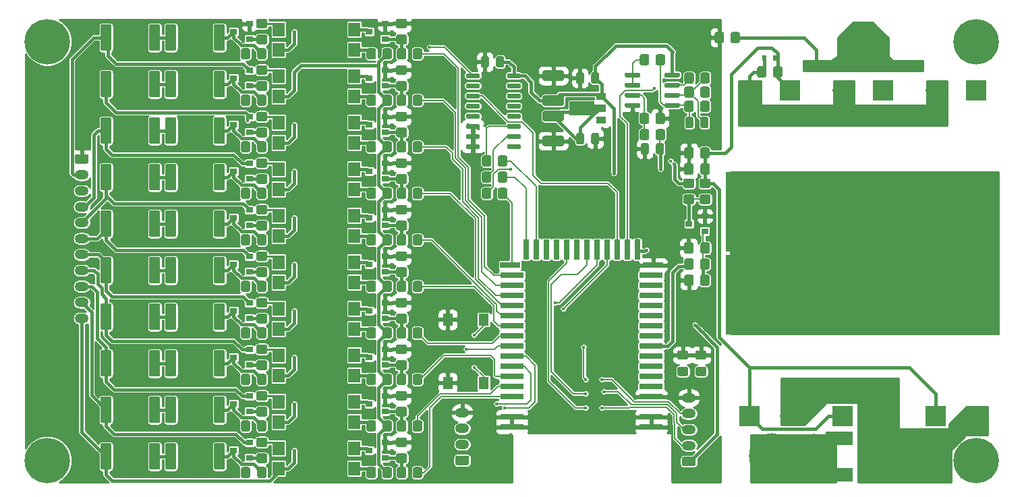
<source format=gtl>
G04 #@! TF.GenerationSoftware,KiCad,Pcbnew,(5.1.10)-1*
G04 #@! TF.CreationDate,2021-09-07T10:06:12+02:00*
G04 #@! TF.ProjectId,GatzBMS,4761747a-424d-4532-9e6b-696361645f70,rev?*
G04 #@! TF.SameCoordinates,Original*
G04 #@! TF.FileFunction,Copper,L1,Top*
G04 #@! TF.FilePolarity,Positive*
%FSLAX46Y46*%
G04 Gerber Fmt 4.6, Leading zero omitted, Abs format (unit mm)*
G04 Created by KiCad (PCBNEW (5.1.10)-1) date 2021-09-07 10:06:12*
%MOMM*%
%LPD*%
G01*
G04 APERTURE LIST*
G04 #@! TA.AperFunction,ComponentPad*
%ADD10O,1.750000X1.200000*%
G04 #@! TD*
G04 #@! TA.AperFunction,ConnectorPad*
%ADD11C,5.700000*%
G04 #@! TD*
G04 #@! TA.AperFunction,ComponentPad*
%ADD12C,3.600000*%
G04 #@! TD*
G04 #@! TA.AperFunction,SMDPad,CuDef*
%ADD13R,3.500000X1.800000*%
G04 #@! TD*
G04 #@! TA.AperFunction,SMDPad,CuDef*
%ADD14R,11.000000X10.000000*%
G04 #@! TD*
G04 #@! TA.AperFunction,ComponentPad*
%ADD15R,2.500000X2.500000*%
G04 #@! TD*
G04 #@! TA.AperFunction,ComponentPad*
%ADD16O,2.500000X2.500000*%
G04 #@! TD*
G04 #@! TA.AperFunction,SMDPad,CuDef*
%ADD17R,1.500000X1.780000*%
G04 #@! TD*
G04 #@! TA.AperFunction,SMDPad,CuDef*
%ADD18R,0.900000X0.800000*%
G04 #@! TD*
G04 #@! TA.AperFunction,SMDPad,CuDef*
%ADD19R,0.800000X2.500000*%
G04 #@! TD*
G04 #@! TA.AperFunction,SMDPad,CuDef*
%ADD20R,3.000000X0.800000*%
G04 #@! TD*
G04 #@! TA.AperFunction,SMDPad,CuDef*
%ADD21R,2.500000X0.800000*%
G04 #@! TD*
G04 #@! TA.AperFunction,SMDPad,CuDef*
%ADD22C,0.100000*%
G04 #@! TD*
G04 #@! TA.AperFunction,SMDPad,CuDef*
%ADD23R,1.300000X0.900000*%
G04 #@! TD*
G04 #@! TA.AperFunction,SMDPad,CuDef*
%ADD24R,1.300000X1.550000*%
G04 #@! TD*
G04 #@! TA.AperFunction,SMDPad,CuDef*
%ADD25R,0.600000X0.700000*%
G04 #@! TD*
G04 #@! TA.AperFunction,ViaPad*
%ADD26C,0.400000*%
G04 #@! TD*
G04 #@! TA.AperFunction,Conductor*
%ADD27C,0.400000*%
G04 #@! TD*
G04 #@! TA.AperFunction,Conductor*
%ADD28C,0.600000*%
G04 #@! TD*
G04 #@! TA.AperFunction,Conductor*
%ADD29C,0.200000*%
G04 #@! TD*
G04 #@! TA.AperFunction,Conductor*
%ADD30C,0.250000*%
G04 #@! TD*
G04 #@! TA.AperFunction,Conductor*
%ADD31C,0.150000*%
G04 #@! TD*
G04 #@! TA.AperFunction,Conductor*
%ADD32C,0.254000*%
G04 #@! TD*
G04 #@! TA.AperFunction,Conductor*
%ADD33C,0.100000*%
G04 #@! TD*
G04 APERTURE END LIST*
G04 #@! TA.AperFunction,SMDPad,CuDef*
G36*
G01*
X346056000Y-126295999D02*
X346056000Y-127196001D01*
G75*
G02*
X345806001Y-127446000I-249999J0D01*
G01*
X345105999Y-127446000D01*
G75*
G02*
X344856000Y-127196001I0J249999D01*
G01*
X344856000Y-126295999D01*
G75*
G02*
X345105999Y-126046000I249999J0D01*
G01*
X345806001Y-126046000D01*
G75*
G02*
X346056000Y-126295999I0J-249999D01*
G01*
G37*
G04 #@! TD.AperFunction*
G04 #@! TA.AperFunction,SMDPad,CuDef*
G36*
G01*
X348056000Y-126295999D02*
X348056000Y-127196001D01*
G75*
G02*
X347806001Y-127446000I-249999J0D01*
G01*
X347105999Y-127446000D01*
G75*
G02*
X346856000Y-127196001I0J249999D01*
G01*
X346856000Y-126295999D01*
G75*
G02*
X347105999Y-126046000I249999J0D01*
G01*
X347806001Y-126046000D01*
G75*
G02*
X348056000Y-126295999I0J-249999D01*
G01*
G37*
G04 #@! TD.AperFunction*
G04 #@! TA.AperFunction,SMDPad,CuDef*
G36*
G01*
X346006000Y-128303000D02*
X346006000Y-129253000D01*
G75*
G02*
X345756000Y-129503000I-250000J0D01*
G01*
X345081000Y-129503000D01*
G75*
G02*
X344831000Y-129253000I0J250000D01*
G01*
X344831000Y-128303000D01*
G75*
G02*
X345081000Y-128053000I250000J0D01*
G01*
X345756000Y-128053000D01*
G75*
G02*
X346006000Y-128303000I0J-250000D01*
G01*
G37*
G04 #@! TD.AperFunction*
G04 #@! TA.AperFunction,SMDPad,CuDef*
G36*
G01*
X348081000Y-128303000D02*
X348081000Y-129253000D01*
G75*
G02*
X347831000Y-129503000I-250000J0D01*
G01*
X347156000Y-129503000D01*
G75*
G02*
X346906000Y-129253000I0J250000D01*
G01*
X346906000Y-128303000D01*
G75*
G02*
X347156000Y-128053000I250000J0D01*
G01*
X347831000Y-128053000D01*
G75*
G02*
X348081000Y-128303000I0J-250000D01*
G01*
G37*
G04 #@! TD.AperFunction*
D10*
X345440000Y-157480000D03*
X345440000Y-159480000D03*
X345440000Y-161480000D03*
X345440000Y-163480000D03*
G04 #@! TA.AperFunction,ComponentPad*
G36*
G01*
X346065001Y-166080000D02*
X344814999Y-166080000D01*
G75*
G02*
X344565000Y-165830001I0J249999D01*
G01*
X344565000Y-165129999D01*
G75*
G02*
X344814999Y-164880000I249999J0D01*
G01*
X346065001Y-164880000D01*
G75*
G02*
X346315000Y-165129999I0J-249999D01*
G01*
X346315000Y-165830001D01*
G75*
G02*
X346065001Y-166080000I-249999J0D01*
G01*
G37*
G04 #@! TD.AperFunction*
D11*
X381508000Y-165354000D03*
D12*
X381508000Y-165354000D03*
D11*
X381508000Y-112776000D03*
D12*
X381508000Y-112776000D03*
D11*
X264922000Y-165354000D03*
D12*
X264922000Y-165354000D03*
D11*
X264922000Y-112776000D03*
D12*
X264922000Y-112776000D03*
G04 #@! TA.AperFunction,SMDPad,CuDef*
G36*
G01*
X346006000Y-138209000D02*
X346006000Y-139159000D01*
G75*
G02*
X345756000Y-139409000I-250000J0D01*
G01*
X345081000Y-139409000D01*
G75*
G02*
X344831000Y-139159000I0J250000D01*
G01*
X344831000Y-138209000D01*
G75*
G02*
X345081000Y-137959000I250000J0D01*
G01*
X345756000Y-137959000D01*
G75*
G02*
X346006000Y-138209000I0J-250000D01*
G01*
G37*
G04 #@! TD.AperFunction*
G04 #@! TA.AperFunction,SMDPad,CuDef*
G36*
G01*
X348081000Y-138209000D02*
X348081000Y-139159000D01*
G75*
G02*
X347831000Y-139409000I-250000J0D01*
G01*
X347156000Y-139409000D01*
G75*
G02*
X346906000Y-139159000I0J250000D01*
G01*
X346906000Y-138209000D01*
G75*
G02*
X347156000Y-137959000I250000J0D01*
G01*
X347831000Y-137959000D01*
G75*
G02*
X348081000Y-138209000I0J-250000D01*
G01*
G37*
G04 #@! TD.AperFunction*
G04 #@! TA.AperFunction,SMDPad,CuDef*
G36*
G01*
X346856000Y-143198001D02*
X346856000Y-142297999D01*
G75*
G02*
X347105999Y-142048000I249999J0D01*
G01*
X347806001Y-142048000D01*
G75*
G02*
X348056000Y-142297999I0J-249999D01*
G01*
X348056000Y-143198001D01*
G75*
G02*
X347806001Y-143448000I-249999J0D01*
G01*
X347105999Y-143448000D01*
G75*
G02*
X346856000Y-143198001I0J249999D01*
G01*
G37*
G04 #@! TD.AperFunction*
G04 #@! TA.AperFunction,SMDPad,CuDef*
G36*
G01*
X344856000Y-143198001D02*
X344856000Y-142297999D01*
G75*
G02*
X345105999Y-142048000I249999J0D01*
G01*
X345806001Y-142048000D01*
G75*
G02*
X346056000Y-142297999I0J-249999D01*
G01*
X346056000Y-143198001D01*
G75*
G02*
X345806001Y-143448000I-249999J0D01*
G01*
X345105999Y-143448000D01*
G75*
G02*
X344856000Y-143198001I0J249999D01*
G01*
G37*
G04 #@! TD.AperFunction*
G04 #@! TA.AperFunction,SMDPad,CuDef*
G36*
G01*
X346056000Y-140265999D02*
X346056000Y-141166001D01*
G75*
G02*
X345806001Y-141416000I-249999J0D01*
G01*
X345105999Y-141416000D01*
G75*
G02*
X344856000Y-141166001I0J249999D01*
G01*
X344856000Y-140265999D01*
G75*
G02*
X345105999Y-140016000I249999J0D01*
G01*
X345806001Y-140016000D01*
G75*
G02*
X346056000Y-140265999I0J-249999D01*
G01*
G37*
G04 #@! TD.AperFunction*
G04 #@! TA.AperFunction,SMDPad,CuDef*
G36*
G01*
X348056000Y-140265999D02*
X348056000Y-141166001D01*
G75*
G02*
X347806001Y-141416000I-249999J0D01*
G01*
X347105999Y-141416000D01*
G75*
G02*
X346856000Y-141166001I0J249999D01*
G01*
X346856000Y-140265999D01*
G75*
G02*
X347105999Y-140016000I249999J0D01*
G01*
X347806001Y-140016000D01*
G75*
G02*
X348056000Y-140265999I0J-249999D01*
G01*
G37*
G04 #@! TD.AperFunction*
D11*
X355840000Y-164766000D03*
D12*
X355840000Y-164766000D03*
D13*
X369276000Y-162560000D03*
X364276000Y-162560000D03*
X369276000Y-167132000D03*
X364276000Y-167132000D03*
D11*
X361188000Y-164846000D03*
D12*
X361188000Y-164846000D03*
D14*
X355600000Y-134112000D03*
D15*
X358140000Y-118872000D03*
D16*
X353060000Y-118872000D03*
D14*
X378968000Y-134112000D03*
D15*
X381508000Y-118872000D03*
D16*
X376428000Y-118872000D03*
D14*
X367284000Y-134112000D03*
D15*
X369824000Y-118872000D03*
D16*
X364744000Y-118872000D03*
G04 #@! TA.AperFunction,SMDPad,CuDef*
G36*
G01*
X349866000Y-111817999D02*
X349866000Y-112718001D01*
G75*
G02*
X349616001Y-112968000I-249999J0D01*
G01*
X348915999Y-112968000D01*
G75*
G02*
X348666000Y-112718001I0J249999D01*
G01*
X348666000Y-111817999D01*
G75*
G02*
X348915999Y-111568000I249999J0D01*
G01*
X349616001Y-111568000D01*
G75*
G02*
X349866000Y-111817999I0J-249999D01*
G01*
G37*
G04 #@! TD.AperFunction*
G04 #@! TA.AperFunction,SMDPad,CuDef*
G36*
G01*
X351866000Y-111817999D02*
X351866000Y-112718001D01*
G75*
G02*
X351616001Y-112968000I-249999J0D01*
G01*
X350915999Y-112968000D01*
G75*
G02*
X350666000Y-112718001I0J249999D01*
G01*
X350666000Y-111817999D01*
G75*
G02*
X350915999Y-111568000I249999J0D01*
G01*
X351616001Y-111568000D01*
G75*
G02*
X351866000Y-111817999I0J-249999D01*
G01*
G37*
G04 #@! TD.AperFunction*
G04 #@! TA.AperFunction,SMDPad,CuDef*
G36*
G01*
X346906000Y-123411000D02*
X346906000Y-122461000D01*
G75*
G02*
X347156000Y-122211000I250000J0D01*
G01*
X347656000Y-122211000D01*
G75*
G02*
X347906000Y-122461000I0J-250000D01*
G01*
X347906000Y-123411000D01*
G75*
G02*
X347656000Y-123661000I-250000J0D01*
G01*
X347156000Y-123661000D01*
G75*
G02*
X346906000Y-123411000I0J250000D01*
G01*
G37*
G04 #@! TD.AperFunction*
G04 #@! TA.AperFunction,SMDPad,CuDef*
G36*
G01*
X345006000Y-123411000D02*
X345006000Y-122461000D01*
G75*
G02*
X345256000Y-122211000I250000J0D01*
G01*
X345756000Y-122211000D01*
G75*
G02*
X346006000Y-122461000I0J-250000D01*
G01*
X346006000Y-123411000D01*
G75*
G02*
X345756000Y-123661000I-250000J0D01*
G01*
X345256000Y-123661000D01*
G75*
G02*
X345006000Y-123411000I0J250000D01*
G01*
G37*
G04 #@! TD.AperFunction*
D14*
X355600000Y-144526000D03*
D15*
X353060000Y-159766000D03*
D16*
X358140000Y-159766000D03*
G04 #@! TA.AperFunction,SMDPad,CuDef*
G36*
G01*
X344989999Y-131972000D02*
X345890001Y-131972000D01*
G75*
G02*
X346140000Y-132221999I0J-249999D01*
G01*
X346140000Y-132922001D01*
G75*
G02*
X345890001Y-133172000I-249999J0D01*
G01*
X344989999Y-133172000D01*
G75*
G02*
X344740000Y-132922001I0J249999D01*
G01*
X344740000Y-132221999D01*
G75*
G02*
X344989999Y-131972000I249999J0D01*
G01*
G37*
G04 #@! TD.AperFunction*
G04 #@! TA.AperFunction,SMDPad,CuDef*
G36*
G01*
X344989999Y-129972000D02*
X345890001Y-129972000D01*
G75*
G02*
X346140000Y-130221999I0J-249999D01*
G01*
X346140000Y-130922001D01*
G75*
G02*
X345890001Y-131172000I-249999J0D01*
G01*
X344989999Y-131172000D01*
G75*
G02*
X344740000Y-130922001I0J249999D01*
G01*
X344740000Y-130221999D01*
G75*
G02*
X344989999Y-129972000I249999J0D01*
G01*
G37*
G04 #@! TD.AperFunction*
D17*
X303469000Y-166370000D03*
X293939000Y-163830000D03*
X303469000Y-163830000D03*
X293939000Y-166370000D03*
X293939000Y-160528000D03*
X303469000Y-157988000D03*
X293939000Y-157988000D03*
X303469000Y-160528000D03*
X293939000Y-154686000D03*
X303469000Y-152146000D03*
X293939000Y-152146000D03*
X303469000Y-154686000D03*
X293939000Y-148844000D03*
X303469000Y-146304000D03*
X293939000Y-146304000D03*
X303469000Y-148844000D03*
X293939000Y-143002000D03*
X303469000Y-140462000D03*
X293939000Y-140462000D03*
X303469000Y-143002000D03*
X293939000Y-137160000D03*
X303469000Y-134620000D03*
X293939000Y-134620000D03*
X303469000Y-137160000D03*
X293939000Y-131318000D03*
X303469000Y-128778000D03*
X293939000Y-128778000D03*
X303469000Y-131318000D03*
X293939000Y-125476000D03*
X303469000Y-122936000D03*
X293939000Y-122936000D03*
X303469000Y-125476000D03*
X293939000Y-119634000D03*
X303469000Y-117094000D03*
X293939000Y-117094000D03*
X303469000Y-119634000D03*
X293939000Y-113792000D03*
X303469000Y-111252000D03*
X293939000Y-111252000D03*
X303469000Y-113792000D03*
G04 #@! TA.AperFunction,SMDPad,CuDef*
G36*
G01*
X279714000Y-166271001D02*
X279714000Y-163420999D01*
G75*
G02*
X279963999Y-163171000I249999J0D01*
G01*
X280864001Y-163171000D01*
G75*
G02*
X281114000Y-163420999I0J-249999D01*
G01*
X281114000Y-166271001D01*
G75*
G02*
X280864001Y-166521000I-249999J0D01*
G01*
X279963999Y-166521000D01*
G75*
G02*
X279714000Y-166271001I0J249999D01*
G01*
G37*
G04 #@! TD.AperFunction*
G04 #@! TA.AperFunction,SMDPad,CuDef*
G36*
G01*
X285814000Y-166271001D02*
X285814000Y-163420999D01*
G75*
G02*
X286063999Y-163171000I249999J0D01*
G01*
X286964001Y-163171000D01*
G75*
G02*
X287214000Y-163420999I0J-249999D01*
G01*
X287214000Y-166271001D01*
G75*
G02*
X286964001Y-166521000I-249999J0D01*
G01*
X286063999Y-166521000D01*
G75*
G02*
X285814000Y-166271001I0J249999D01*
G01*
G37*
G04 #@! TD.AperFunction*
G04 #@! TA.AperFunction,SMDPad,CuDef*
G36*
G01*
X271586000Y-166271001D02*
X271586000Y-163420999D01*
G75*
G02*
X271835999Y-163171000I249999J0D01*
G01*
X272736001Y-163171000D01*
G75*
G02*
X272986000Y-163420999I0J-249999D01*
G01*
X272986000Y-166271001D01*
G75*
G02*
X272736001Y-166521000I-249999J0D01*
G01*
X271835999Y-166521000D01*
G75*
G02*
X271586000Y-166271001I0J249999D01*
G01*
G37*
G04 #@! TD.AperFunction*
G04 #@! TA.AperFunction,SMDPad,CuDef*
G36*
G01*
X277686000Y-166271001D02*
X277686000Y-163420999D01*
G75*
G02*
X277935999Y-163171000I249999J0D01*
G01*
X278836001Y-163171000D01*
G75*
G02*
X279086000Y-163420999I0J-249999D01*
G01*
X279086000Y-166271001D01*
G75*
G02*
X278836001Y-166521000I-249999J0D01*
G01*
X277935999Y-166521000D01*
G75*
G02*
X277686000Y-166271001I0J249999D01*
G01*
G37*
G04 #@! TD.AperFunction*
G04 #@! TA.AperFunction,SMDPad,CuDef*
G36*
G01*
X292296001Y-165684000D02*
X291395999Y-165684000D01*
G75*
G02*
X291146000Y-165434001I0J249999D01*
G01*
X291146000Y-164733999D01*
G75*
G02*
X291395999Y-164484000I249999J0D01*
G01*
X292296001Y-164484000D01*
G75*
G02*
X292546000Y-164733999I0J-249999D01*
G01*
X292546000Y-165434001D01*
G75*
G02*
X292296001Y-165684000I-249999J0D01*
G01*
G37*
G04 #@! TD.AperFunction*
G04 #@! TA.AperFunction,SMDPad,CuDef*
G36*
G01*
X292296001Y-163684000D02*
X291395999Y-163684000D01*
G75*
G02*
X291146000Y-163434001I0J249999D01*
G01*
X291146000Y-162733999D01*
G75*
G02*
X291395999Y-162484000I249999J0D01*
G01*
X292296001Y-162484000D01*
G75*
G02*
X292546000Y-162733999I0J-249999D01*
G01*
X292546000Y-163434001D01*
G75*
G02*
X292296001Y-163684000I-249999J0D01*
G01*
G37*
G04 #@! TD.AperFunction*
G04 #@! TA.AperFunction,SMDPad,CuDef*
G36*
G01*
X308178000Y-166427999D02*
X308178000Y-167328001D01*
G75*
G02*
X307928001Y-167578000I-249999J0D01*
G01*
X307227999Y-167578000D01*
G75*
G02*
X306978000Y-167328001I0J249999D01*
G01*
X306978000Y-166427999D01*
G75*
G02*
X307227999Y-166178000I249999J0D01*
G01*
X307928001Y-166178000D01*
G75*
G02*
X308178000Y-166427999I0J-249999D01*
G01*
G37*
G04 #@! TD.AperFunction*
G04 #@! TA.AperFunction,SMDPad,CuDef*
G36*
G01*
X306178000Y-166427999D02*
X306178000Y-167328001D01*
G75*
G02*
X305928001Y-167578000I-249999J0D01*
G01*
X305227999Y-167578000D01*
G75*
G02*
X304978000Y-167328001I0J249999D01*
G01*
X304978000Y-166427999D01*
G75*
G02*
X305227999Y-166178000I249999J0D01*
G01*
X305928001Y-166178000D01*
G75*
G02*
X306178000Y-166427999I0J-249999D01*
G01*
G37*
G04 #@! TD.AperFunction*
G04 #@! TA.AperFunction,SMDPad,CuDef*
G36*
G01*
X309822001Y-165684000D02*
X308921999Y-165684000D01*
G75*
G02*
X308672000Y-165434001I0J249999D01*
G01*
X308672000Y-164733999D01*
G75*
G02*
X308921999Y-164484000I249999J0D01*
G01*
X309822001Y-164484000D01*
G75*
G02*
X310072000Y-164733999I0J-249999D01*
G01*
X310072000Y-165434001D01*
G75*
G02*
X309822001Y-165684000I-249999J0D01*
G01*
G37*
G04 #@! TD.AperFunction*
G04 #@! TA.AperFunction,SMDPad,CuDef*
G36*
G01*
X309822001Y-163684000D02*
X308921999Y-163684000D01*
G75*
G02*
X308672000Y-163434001I0J249999D01*
G01*
X308672000Y-162733999D01*
G75*
G02*
X308921999Y-162484000I249999J0D01*
G01*
X309822001Y-162484000D01*
G75*
G02*
X310072000Y-162733999I0J-249999D01*
G01*
X310072000Y-163434001D01*
G75*
G02*
X309822001Y-163684000I-249999J0D01*
G01*
G37*
G04 #@! TD.AperFunction*
G04 #@! TA.AperFunction,SMDPad,CuDef*
G36*
G01*
X308788000Y-167328001D02*
X308788000Y-166427999D01*
G75*
G02*
X309037999Y-166178000I249999J0D01*
G01*
X309738001Y-166178000D01*
G75*
G02*
X309988000Y-166427999I0J-249999D01*
G01*
X309988000Y-167328001D01*
G75*
G02*
X309738001Y-167578000I-249999J0D01*
G01*
X309037999Y-167578000D01*
G75*
G02*
X308788000Y-167328001I0J249999D01*
G01*
G37*
G04 #@! TD.AperFunction*
G04 #@! TA.AperFunction,SMDPad,CuDef*
G36*
G01*
X310788000Y-167328001D02*
X310788000Y-166427999D01*
G75*
G02*
X311037999Y-166178000I249999J0D01*
G01*
X311738001Y-166178000D01*
G75*
G02*
X311988000Y-166427999I0J-249999D01*
G01*
X311988000Y-167328001D01*
G75*
G02*
X311738001Y-167578000I-249999J0D01*
G01*
X311037999Y-167578000D01*
G75*
G02*
X310788000Y-167328001I0J249999D01*
G01*
G37*
G04 #@! TD.AperFunction*
G04 #@! TA.AperFunction,SMDPad,CuDef*
G36*
G01*
X285814000Y-160429001D02*
X285814000Y-157578999D01*
G75*
G02*
X286063999Y-157329000I249999J0D01*
G01*
X286964001Y-157329000D01*
G75*
G02*
X287214000Y-157578999I0J-249999D01*
G01*
X287214000Y-160429001D01*
G75*
G02*
X286964001Y-160679000I-249999J0D01*
G01*
X286063999Y-160679000D01*
G75*
G02*
X285814000Y-160429001I0J249999D01*
G01*
G37*
G04 #@! TD.AperFunction*
G04 #@! TA.AperFunction,SMDPad,CuDef*
G36*
G01*
X279714000Y-160429001D02*
X279714000Y-157578999D01*
G75*
G02*
X279963999Y-157329000I249999J0D01*
G01*
X280864001Y-157329000D01*
G75*
G02*
X281114000Y-157578999I0J-249999D01*
G01*
X281114000Y-160429001D01*
G75*
G02*
X280864001Y-160679000I-249999J0D01*
G01*
X279963999Y-160679000D01*
G75*
G02*
X279714000Y-160429001I0J249999D01*
G01*
G37*
G04 #@! TD.AperFunction*
G04 #@! TA.AperFunction,SMDPad,CuDef*
G36*
G01*
X277686000Y-160429001D02*
X277686000Y-157578999D01*
G75*
G02*
X277935999Y-157329000I249999J0D01*
G01*
X278836001Y-157329000D01*
G75*
G02*
X279086000Y-157578999I0J-249999D01*
G01*
X279086000Y-160429001D01*
G75*
G02*
X278836001Y-160679000I-249999J0D01*
G01*
X277935999Y-160679000D01*
G75*
G02*
X277686000Y-160429001I0J249999D01*
G01*
G37*
G04 #@! TD.AperFunction*
G04 #@! TA.AperFunction,SMDPad,CuDef*
G36*
G01*
X271586000Y-160429001D02*
X271586000Y-157578999D01*
G75*
G02*
X271835999Y-157329000I249999J0D01*
G01*
X272736001Y-157329000D01*
G75*
G02*
X272986000Y-157578999I0J-249999D01*
G01*
X272986000Y-160429001D01*
G75*
G02*
X272736001Y-160679000I-249999J0D01*
G01*
X271835999Y-160679000D01*
G75*
G02*
X271586000Y-160429001I0J249999D01*
G01*
G37*
G04 #@! TD.AperFunction*
G04 #@! TA.AperFunction,SMDPad,CuDef*
G36*
G01*
X292296001Y-157842000D02*
X291395999Y-157842000D01*
G75*
G02*
X291146000Y-157592001I0J249999D01*
G01*
X291146000Y-156891999D01*
G75*
G02*
X291395999Y-156642000I249999J0D01*
G01*
X292296001Y-156642000D01*
G75*
G02*
X292546000Y-156891999I0J-249999D01*
G01*
X292546000Y-157592001D01*
G75*
G02*
X292296001Y-157842000I-249999J0D01*
G01*
G37*
G04 #@! TD.AperFunction*
G04 #@! TA.AperFunction,SMDPad,CuDef*
G36*
G01*
X292296001Y-159842000D02*
X291395999Y-159842000D01*
G75*
G02*
X291146000Y-159592001I0J249999D01*
G01*
X291146000Y-158891999D01*
G75*
G02*
X291395999Y-158642000I249999J0D01*
G01*
X292296001Y-158642000D01*
G75*
G02*
X292546000Y-158891999I0J-249999D01*
G01*
X292546000Y-159592001D01*
G75*
G02*
X292296001Y-159842000I-249999J0D01*
G01*
G37*
G04 #@! TD.AperFunction*
G04 #@! TA.AperFunction,SMDPad,CuDef*
G36*
G01*
X306178000Y-160585999D02*
X306178000Y-161486001D01*
G75*
G02*
X305928001Y-161736000I-249999J0D01*
G01*
X305227999Y-161736000D01*
G75*
G02*
X304978000Y-161486001I0J249999D01*
G01*
X304978000Y-160585999D01*
G75*
G02*
X305227999Y-160336000I249999J0D01*
G01*
X305928001Y-160336000D01*
G75*
G02*
X306178000Y-160585999I0J-249999D01*
G01*
G37*
G04 #@! TD.AperFunction*
G04 #@! TA.AperFunction,SMDPad,CuDef*
G36*
G01*
X308178000Y-160585999D02*
X308178000Y-161486001D01*
G75*
G02*
X307928001Y-161736000I-249999J0D01*
G01*
X307227999Y-161736000D01*
G75*
G02*
X306978000Y-161486001I0J249999D01*
G01*
X306978000Y-160585999D01*
G75*
G02*
X307227999Y-160336000I249999J0D01*
G01*
X307928001Y-160336000D01*
G75*
G02*
X308178000Y-160585999I0J-249999D01*
G01*
G37*
G04 #@! TD.AperFunction*
G04 #@! TA.AperFunction,SMDPad,CuDef*
G36*
G01*
X309822001Y-157842000D02*
X308921999Y-157842000D01*
G75*
G02*
X308672000Y-157592001I0J249999D01*
G01*
X308672000Y-156891999D01*
G75*
G02*
X308921999Y-156642000I249999J0D01*
G01*
X309822001Y-156642000D01*
G75*
G02*
X310072000Y-156891999I0J-249999D01*
G01*
X310072000Y-157592001D01*
G75*
G02*
X309822001Y-157842000I-249999J0D01*
G01*
G37*
G04 #@! TD.AperFunction*
G04 #@! TA.AperFunction,SMDPad,CuDef*
G36*
G01*
X309822001Y-159842000D02*
X308921999Y-159842000D01*
G75*
G02*
X308672000Y-159592001I0J249999D01*
G01*
X308672000Y-158891999D01*
G75*
G02*
X308921999Y-158642000I249999J0D01*
G01*
X309822001Y-158642000D01*
G75*
G02*
X310072000Y-158891999I0J-249999D01*
G01*
X310072000Y-159592001D01*
G75*
G02*
X309822001Y-159842000I-249999J0D01*
G01*
G37*
G04 #@! TD.AperFunction*
G04 #@! TA.AperFunction,SMDPad,CuDef*
G36*
G01*
X310788000Y-161486001D02*
X310788000Y-160585999D01*
G75*
G02*
X311037999Y-160336000I249999J0D01*
G01*
X311738001Y-160336000D01*
G75*
G02*
X311988000Y-160585999I0J-249999D01*
G01*
X311988000Y-161486001D01*
G75*
G02*
X311738001Y-161736000I-249999J0D01*
G01*
X311037999Y-161736000D01*
G75*
G02*
X310788000Y-161486001I0J249999D01*
G01*
G37*
G04 #@! TD.AperFunction*
G04 #@! TA.AperFunction,SMDPad,CuDef*
G36*
G01*
X308788000Y-161486001D02*
X308788000Y-160585999D01*
G75*
G02*
X309037999Y-160336000I249999J0D01*
G01*
X309738001Y-160336000D01*
G75*
G02*
X309988000Y-160585999I0J-249999D01*
G01*
X309988000Y-161486001D01*
G75*
G02*
X309738001Y-161736000I-249999J0D01*
G01*
X309037999Y-161736000D01*
G75*
G02*
X308788000Y-161486001I0J249999D01*
G01*
G37*
G04 #@! TD.AperFunction*
G04 #@! TA.AperFunction,SMDPad,CuDef*
G36*
G01*
X285814000Y-154587001D02*
X285814000Y-151736999D01*
G75*
G02*
X286063999Y-151487000I249999J0D01*
G01*
X286964001Y-151487000D01*
G75*
G02*
X287214000Y-151736999I0J-249999D01*
G01*
X287214000Y-154587001D01*
G75*
G02*
X286964001Y-154837000I-249999J0D01*
G01*
X286063999Y-154837000D01*
G75*
G02*
X285814000Y-154587001I0J249999D01*
G01*
G37*
G04 #@! TD.AperFunction*
G04 #@! TA.AperFunction,SMDPad,CuDef*
G36*
G01*
X279714000Y-154587001D02*
X279714000Y-151736999D01*
G75*
G02*
X279963999Y-151487000I249999J0D01*
G01*
X280864001Y-151487000D01*
G75*
G02*
X281114000Y-151736999I0J-249999D01*
G01*
X281114000Y-154587001D01*
G75*
G02*
X280864001Y-154837000I-249999J0D01*
G01*
X279963999Y-154837000D01*
G75*
G02*
X279714000Y-154587001I0J249999D01*
G01*
G37*
G04 #@! TD.AperFunction*
G04 #@! TA.AperFunction,SMDPad,CuDef*
G36*
G01*
X277686000Y-154587001D02*
X277686000Y-151736999D01*
G75*
G02*
X277935999Y-151487000I249999J0D01*
G01*
X278836001Y-151487000D01*
G75*
G02*
X279086000Y-151736999I0J-249999D01*
G01*
X279086000Y-154587001D01*
G75*
G02*
X278836001Y-154837000I-249999J0D01*
G01*
X277935999Y-154837000D01*
G75*
G02*
X277686000Y-154587001I0J249999D01*
G01*
G37*
G04 #@! TD.AperFunction*
G04 #@! TA.AperFunction,SMDPad,CuDef*
G36*
G01*
X271586000Y-154587001D02*
X271586000Y-151736999D01*
G75*
G02*
X271835999Y-151487000I249999J0D01*
G01*
X272736001Y-151487000D01*
G75*
G02*
X272986000Y-151736999I0J-249999D01*
G01*
X272986000Y-154587001D01*
G75*
G02*
X272736001Y-154837000I-249999J0D01*
G01*
X271835999Y-154837000D01*
G75*
G02*
X271586000Y-154587001I0J249999D01*
G01*
G37*
G04 #@! TD.AperFunction*
G04 #@! TA.AperFunction,SMDPad,CuDef*
G36*
G01*
X292296001Y-152000000D02*
X291395999Y-152000000D01*
G75*
G02*
X291146000Y-151750001I0J249999D01*
G01*
X291146000Y-151049999D01*
G75*
G02*
X291395999Y-150800000I249999J0D01*
G01*
X292296001Y-150800000D01*
G75*
G02*
X292546000Y-151049999I0J-249999D01*
G01*
X292546000Y-151750001D01*
G75*
G02*
X292296001Y-152000000I-249999J0D01*
G01*
G37*
G04 #@! TD.AperFunction*
G04 #@! TA.AperFunction,SMDPad,CuDef*
G36*
G01*
X292296001Y-154000000D02*
X291395999Y-154000000D01*
G75*
G02*
X291146000Y-153750001I0J249999D01*
G01*
X291146000Y-153049999D01*
G75*
G02*
X291395999Y-152800000I249999J0D01*
G01*
X292296001Y-152800000D01*
G75*
G02*
X292546000Y-153049999I0J-249999D01*
G01*
X292546000Y-153750001D01*
G75*
G02*
X292296001Y-154000000I-249999J0D01*
G01*
G37*
G04 #@! TD.AperFunction*
G04 #@! TA.AperFunction,SMDPad,CuDef*
G36*
G01*
X306178000Y-154743999D02*
X306178000Y-155644001D01*
G75*
G02*
X305928001Y-155894000I-249999J0D01*
G01*
X305227999Y-155894000D01*
G75*
G02*
X304978000Y-155644001I0J249999D01*
G01*
X304978000Y-154743999D01*
G75*
G02*
X305227999Y-154494000I249999J0D01*
G01*
X305928001Y-154494000D01*
G75*
G02*
X306178000Y-154743999I0J-249999D01*
G01*
G37*
G04 #@! TD.AperFunction*
G04 #@! TA.AperFunction,SMDPad,CuDef*
G36*
G01*
X308178000Y-154743999D02*
X308178000Y-155644001D01*
G75*
G02*
X307928001Y-155894000I-249999J0D01*
G01*
X307227999Y-155894000D01*
G75*
G02*
X306978000Y-155644001I0J249999D01*
G01*
X306978000Y-154743999D01*
G75*
G02*
X307227999Y-154494000I249999J0D01*
G01*
X307928001Y-154494000D01*
G75*
G02*
X308178000Y-154743999I0J-249999D01*
G01*
G37*
G04 #@! TD.AperFunction*
G04 #@! TA.AperFunction,SMDPad,CuDef*
G36*
G01*
X309822001Y-152000000D02*
X308921999Y-152000000D01*
G75*
G02*
X308672000Y-151750001I0J249999D01*
G01*
X308672000Y-151049999D01*
G75*
G02*
X308921999Y-150800000I249999J0D01*
G01*
X309822001Y-150800000D01*
G75*
G02*
X310072000Y-151049999I0J-249999D01*
G01*
X310072000Y-151750001D01*
G75*
G02*
X309822001Y-152000000I-249999J0D01*
G01*
G37*
G04 #@! TD.AperFunction*
G04 #@! TA.AperFunction,SMDPad,CuDef*
G36*
G01*
X309822001Y-154000000D02*
X308921999Y-154000000D01*
G75*
G02*
X308672000Y-153750001I0J249999D01*
G01*
X308672000Y-153049999D01*
G75*
G02*
X308921999Y-152800000I249999J0D01*
G01*
X309822001Y-152800000D01*
G75*
G02*
X310072000Y-153049999I0J-249999D01*
G01*
X310072000Y-153750001D01*
G75*
G02*
X309822001Y-154000000I-249999J0D01*
G01*
G37*
G04 #@! TD.AperFunction*
G04 #@! TA.AperFunction,SMDPad,CuDef*
G36*
G01*
X310788000Y-155644001D02*
X310788000Y-154743999D01*
G75*
G02*
X311037999Y-154494000I249999J0D01*
G01*
X311738001Y-154494000D01*
G75*
G02*
X311988000Y-154743999I0J-249999D01*
G01*
X311988000Y-155644001D01*
G75*
G02*
X311738001Y-155894000I-249999J0D01*
G01*
X311037999Y-155894000D01*
G75*
G02*
X310788000Y-155644001I0J249999D01*
G01*
G37*
G04 #@! TD.AperFunction*
G04 #@! TA.AperFunction,SMDPad,CuDef*
G36*
G01*
X308788000Y-155644001D02*
X308788000Y-154743999D01*
G75*
G02*
X309037999Y-154494000I249999J0D01*
G01*
X309738001Y-154494000D01*
G75*
G02*
X309988000Y-154743999I0J-249999D01*
G01*
X309988000Y-155644001D01*
G75*
G02*
X309738001Y-155894000I-249999J0D01*
G01*
X309037999Y-155894000D01*
G75*
G02*
X308788000Y-155644001I0J249999D01*
G01*
G37*
G04 #@! TD.AperFunction*
G04 #@! TA.AperFunction,SMDPad,CuDef*
G36*
G01*
X285814000Y-148745001D02*
X285814000Y-145894999D01*
G75*
G02*
X286063999Y-145645000I249999J0D01*
G01*
X286964001Y-145645000D01*
G75*
G02*
X287214000Y-145894999I0J-249999D01*
G01*
X287214000Y-148745001D01*
G75*
G02*
X286964001Y-148995000I-249999J0D01*
G01*
X286063999Y-148995000D01*
G75*
G02*
X285814000Y-148745001I0J249999D01*
G01*
G37*
G04 #@! TD.AperFunction*
G04 #@! TA.AperFunction,SMDPad,CuDef*
G36*
G01*
X279714000Y-148745001D02*
X279714000Y-145894999D01*
G75*
G02*
X279963999Y-145645000I249999J0D01*
G01*
X280864001Y-145645000D01*
G75*
G02*
X281114000Y-145894999I0J-249999D01*
G01*
X281114000Y-148745001D01*
G75*
G02*
X280864001Y-148995000I-249999J0D01*
G01*
X279963999Y-148995000D01*
G75*
G02*
X279714000Y-148745001I0J249999D01*
G01*
G37*
G04 #@! TD.AperFunction*
G04 #@! TA.AperFunction,SMDPad,CuDef*
G36*
G01*
X277686000Y-148745001D02*
X277686000Y-145894999D01*
G75*
G02*
X277935999Y-145645000I249999J0D01*
G01*
X278836001Y-145645000D01*
G75*
G02*
X279086000Y-145894999I0J-249999D01*
G01*
X279086000Y-148745001D01*
G75*
G02*
X278836001Y-148995000I-249999J0D01*
G01*
X277935999Y-148995000D01*
G75*
G02*
X277686000Y-148745001I0J249999D01*
G01*
G37*
G04 #@! TD.AperFunction*
G04 #@! TA.AperFunction,SMDPad,CuDef*
G36*
G01*
X271586000Y-148745001D02*
X271586000Y-145894999D01*
G75*
G02*
X271835999Y-145645000I249999J0D01*
G01*
X272736001Y-145645000D01*
G75*
G02*
X272986000Y-145894999I0J-249999D01*
G01*
X272986000Y-148745001D01*
G75*
G02*
X272736001Y-148995000I-249999J0D01*
G01*
X271835999Y-148995000D01*
G75*
G02*
X271586000Y-148745001I0J249999D01*
G01*
G37*
G04 #@! TD.AperFunction*
G04 #@! TA.AperFunction,SMDPad,CuDef*
G36*
G01*
X292296001Y-146158000D02*
X291395999Y-146158000D01*
G75*
G02*
X291146000Y-145908001I0J249999D01*
G01*
X291146000Y-145207999D01*
G75*
G02*
X291395999Y-144958000I249999J0D01*
G01*
X292296001Y-144958000D01*
G75*
G02*
X292546000Y-145207999I0J-249999D01*
G01*
X292546000Y-145908001D01*
G75*
G02*
X292296001Y-146158000I-249999J0D01*
G01*
G37*
G04 #@! TD.AperFunction*
G04 #@! TA.AperFunction,SMDPad,CuDef*
G36*
G01*
X292296001Y-148158000D02*
X291395999Y-148158000D01*
G75*
G02*
X291146000Y-147908001I0J249999D01*
G01*
X291146000Y-147207999D01*
G75*
G02*
X291395999Y-146958000I249999J0D01*
G01*
X292296001Y-146958000D01*
G75*
G02*
X292546000Y-147207999I0J-249999D01*
G01*
X292546000Y-147908001D01*
G75*
G02*
X292296001Y-148158000I-249999J0D01*
G01*
G37*
G04 #@! TD.AperFunction*
G04 #@! TA.AperFunction,SMDPad,CuDef*
G36*
G01*
X306178000Y-148901999D02*
X306178000Y-149802001D01*
G75*
G02*
X305928001Y-150052000I-249999J0D01*
G01*
X305227999Y-150052000D01*
G75*
G02*
X304978000Y-149802001I0J249999D01*
G01*
X304978000Y-148901999D01*
G75*
G02*
X305227999Y-148652000I249999J0D01*
G01*
X305928001Y-148652000D01*
G75*
G02*
X306178000Y-148901999I0J-249999D01*
G01*
G37*
G04 #@! TD.AperFunction*
G04 #@! TA.AperFunction,SMDPad,CuDef*
G36*
G01*
X308178000Y-148901999D02*
X308178000Y-149802001D01*
G75*
G02*
X307928001Y-150052000I-249999J0D01*
G01*
X307227999Y-150052000D01*
G75*
G02*
X306978000Y-149802001I0J249999D01*
G01*
X306978000Y-148901999D01*
G75*
G02*
X307227999Y-148652000I249999J0D01*
G01*
X307928001Y-148652000D01*
G75*
G02*
X308178000Y-148901999I0J-249999D01*
G01*
G37*
G04 #@! TD.AperFunction*
G04 #@! TA.AperFunction,SMDPad,CuDef*
G36*
G01*
X309822001Y-146158000D02*
X308921999Y-146158000D01*
G75*
G02*
X308672000Y-145908001I0J249999D01*
G01*
X308672000Y-145207999D01*
G75*
G02*
X308921999Y-144958000I249999J0D01*
G01*
X309822001Y-144958000D01*
G75*
G02*
X310072000Y-145207999I0J-249999D01*
G01*
X310072000Y-145908001D01*
G75*
G02*
X309822001Y-146158000I-249999J0D01*
G01*
G37*
G04 #@! TD.AperFunction*
G04 #@! TA.AperFunction,SMDPad,CuDef*
G36*
G01*
X309822001Y-148158000D02*
X308921999Y-148158000D01*
G75*
G02*
X308672000Y-147908001I0J249999D01*
G01*
X308672000Y-147207999D01*
G75*
G02*
X308921999Y-146958000I249999J0D01*
G01*
X309822001Y-146958000D01*
G75*
G02*
X310072000Y-147207999I0J-249999D01*
G01*
X310072000Y-147908001D01*
G75*
G02*
X309822001Y-148158000I-249999J0D01*
G01*
G37*
G04 #@! TD.AperFunction*
G04 #@! TA.AperFunction,SMDPad,CuDef*
G36*
G01*
X310788000Y-149802001D02*
X310788000Y-148901999D01*
G75*
G02*
X311037999Y-148652000I249999J0D01*
G01*
X311738001Y-148652000D01*
G75*
G02*
X311988000Y-148901999I0J-249999D01*
G01*
X311988000Y-149802001D01*
G75*
G02*
X311738001Y-150052000I-249999J0D01*
G01*
X311037999Y-150052000D01*
G75*
G02*
X310788000Y-149802001I0J249999D01*
G01*
G37*
G04 #@! TD.AperFunction*
G04 #@! TA.AperFunction,SMDPad,CuDef*
G36*
G01*
X308788000Y-149802001D02*
X308788000Y-148901999D01*
G75*
G02*
X309037999Y-148652000I249999J0D01*
G01*
X309738001Y-148652000D01*
G75*
G02*
X309988000Y-148901999I0J-249999D01*
G01*
X309988000Y-149802001D01*
G75*
G02*
X309738001Y-150052000I-249999J0D01*
G01*
X309037999Y-150052000D01*
G75*
G02*
X308788000Y-149802001I0J249999D01*
G01*
G37*
G04 #@! TD.AperFunction*
G04 #@! TA.AperFunction,SMDPad,CuDef*
G36*
G01*
X285814000Y-142903001D02*
X285814000Y-140052999D01*
G75*
G02*
X286063999Y-139803000I249999J0D01*
G01*
X286964001Y-139803000D01*
G75*
G02*
X287214000Y-140052999I0J-249999D01*
G01*
X287214000Y-142903001D01*
G75*
G02*
X286964001Y-143153000I-249999J0D01*
G01*
X286063999Y-143153000D01*
G75*
G02*
X285814000Y-142903001I0J249999D01*
G01*
G37*
G04 #@! TD.AperFunction*
G04 #@! TA.AperFunction,SMDPad,CuDef*
G36*
G01*
X279714000Y-142903001D02*
X279714000Y-140052999D01*
G75*
G02*
X279963999Y-139803000I249999J0D01*
G01*
X280864001Y-139803000D01*
G75*
G02*
X281114000Y-140052999I0J-249999D01*
G01*
X281114000Y-142903001D01*
G75*
G02*
X280864001Y-143153000I-249999J0D01*
G01*
X279963999Y-143153000D01*
G75*
G02*
X279714000Y-142903001I0J249999D01*
G01*
G37*
G04 #@! TD.AperFunction*
G04 #@! TA.AperFunction,SMDPad,CuDef*
G36*
G01*
X277686000Y-142903001D02*
X277686000Y-140052999D01*
G75*
G02*
X277935999Y-139803000I249999J0D01*
G01*
X278836001Y-139803000D01*
G75*
G02*
X279086000Y-140052999I0J-249999D01*
G01*
X279086000Y-142903001D01*
G75*
G02*
X278836001Y-143153000I-249999J0D01*
G01*
X277935999Y-143153000D01*
G75*
G02*
X277686000Y-142903001I0J249999D01*
G01*
G37*
G04 #@! TD.AperFunction*
G04 #@! TA.AperFunction,SMDPad,CuDef*
G36*
G01*
X271586000Y-142903001D02*
X271586000Y-140052999D01*
G75*
G02*
X271835999Y-139803000I249999J0D01*
G01*
X272736001Y-139803000D01*
G75*
G02*
X272986000Y-140052999I0J-249999D01*
G01*
X272986000Y-142903001D01*
G75*
G02*
X272736001Y-143153000I-249999J0D01*
G01*
X271835999Y-143153000D01*
G75*
G02*
X271586000Y-142903001I0J249999D01*
G01*
G37*
G04 #@! TD.AperFunction*
G04 #@! TA.AperFunction,SMDPad,CuDef*
G36*
G01*
X292296001Y-140316000D02*
X291395999Y-140316000D01*
G75*
G02*
X291146000Y-140066001I0J249999D01*
G01*
X291146000Y-139365999D01*
G75*
G02*
X291395999Y-139116000I249999J0D01*
G01*
X292296001Y-139116000D01*
G75*
G02*
X292546000Y-139365999I0J-249999D01*
G01*
X292546000Y-140066001D01*
G75*
G02*
X292296001Y-140316000I-249999J0D01*
G01*
G37*
G04 #@! TD.AperFunction*
G04 #@! TA.AperFunction,SMDPad,CuDef*
G36*
G01*
X292296001Y-142316000D02*
X291395999Y-142316000D01*
G75*
G02*
X291146000Y-142066001I0J249999D01*
G01*
X291146000Y-141365999D01*
G75*
G02*
X291395999Y-141116000I249999J0D01*
G01*
X292296001Y-141116000D01*
G75*
G02*
X292546000Y-141365999I0J-249999D01*
G01*
X292546000Y-142066001D01*
G75*
G02*
X292296001Y-142316000I-249999J0D01*
G01*
G37*
G04 #@! TD.AperFunction*
G04 #@! TA.AperFunction,SMDPad,CuDef*
G36*
G01*
X306178000Y-143059999D02*
X306178000Y-143960001D01*
G75*
G02*
X305928001Y-144210000I-249999J0D01*
G01*
X305227999Y-144210000D01*
G75*
G02*
X304978000Y-143960001I0J249999D01*
G01*
X304978000Y-143059999D01*
G75*
G02*
X305227999Y-142810000I249999J0D01*
G01*
X305928001Y-142810000D01*
G75*
G02*
X306178000Y-143059999I0J-249999D01*
G01*
G37*
G04 #@! TD.AperFunction*
G04 #@! TA.AperFunction,SMDPad,CuDef*
G36*
G01*
X308178000Y-143059999D02*
X308178000Y-143960001D01*
G75*
G02*
X307928001Y-144210000I-249999J0D01*
G01*
X307227999Y-144210000D01*
G75*
G02*
X306978000Y-143960001I0J249999D01*
G01*
X306978000Y-143059999D01*
G75*
G02*
X307227999Y-142810000I249999J0D01*
G01*
X307928001Y-142810000D01*
G75*
G02*
X308178000Y-143059999I0J-249999D01*
G01*
G37*
G04 #@! TD.AperFunction*
G04 #@! TA.AperFunction,SMDPad,CuDef*
G36*
G01*
X309822001Y-140316000D02*
X308921999Y-140316000D01*
G75*
G02*
X308672000Y-140066001I0J249999D01*
G01*
X308672000Y-139365999D01*
G75*
G02*
X308921999Y-139116000I249999J0D01*
G01*
X309822001Y-139116000D01*
G75*
G02*
X310072000Y-139365999I0J-249999D01*
G01*
X310072000Y-140066001D01*
G75*
G02*
X309822001Y-140316000I-249999J0D01*
G01*
G37*
G04 #@! TD.AperFunction*
G04 #@! TA.AperFunction,SMDPad,CuDef*
G36*
G01*
X309822001Y-142316000D02*
X308921999Y-142316000D01*
G75*
G02*
X308672000Y-142066001I0J249999D01*
G01*
X308672000Y-141365999D01*
G75*
G02*
X308921999Y-141116000I249999J0D01*
G01*
X309822001Y-141116000D01*
G75*
G02*
X310072000Y-141365999I0J-249999D01*
G01*
X310072000Y-142066001D01*
G75*
G02*
X309822001Y-142316000I-249999J0D01*
G01*
G37*
G04 #@! TD.AperFunction*
G04 #@! TA.AperFunction,SMDPad,CuDef*
G36*
G01*
X310788000Y-143960001D02*
X310788000Y-143059999D01*
G75*
G02*
X311037999Y-142810000I249999J0D01*
G01*
X311738001Y-142810000D01*
G75*
G02*
X311988000Y-143059999I0J-249999D01*
G01*
X311988000Y-143960001D01*
G75*
G02*
X311738001Y-144210000I-249999J0D01*
G01*
X311037999Y-144210000D01*
G75*
G02*
X310788000Y-143960001I0J249999D01*
G01*
G37*
G04 #@! TD.AperFunction*
G04 #@! TA.AperFunction,SMDPad,CuDef*
G36*
G01*
X308788000Y-143960001D02*
X308788000Y-143059999D01*
G75*
G02*
X309037999Y-142810000I249999J0D01*
G01*
X309738001Y-142810000D01*
G75*
G02*
X309988000Y-143059999I0J-249999D01*
G01*
X309988000Y-143960001D01*
G75*
G02*
X309738001Y-144210000I-249999J0D01*
G01*
X309037999Y-144210000D01*
G75*
G02*
X308788000Y-143960001I0J249999D01*
G01*
G37*
G04 #@! TD.AperFunction*
G04 #@! TA.AperFunction,SMDPad,CuDef*
G36*
G01*
X285814000Y-137061001D02*
X285814000Y-134210999D01*
G75*
G02*
X286063999Y-133961000I249999J0D01*
G01*
X286964001Y-133961000D01*
G75*
G02*
X287214000Y-134210999I0J-249999D01*
G01*
X287214000Y-137061001D01*
G75*
G02*
X286964001Y-137311000I-249999J0D01*
G01*
X286063999Y-137311000D01*
G75*
G02*
X285814000Y-137061001I0J249999D01*
G01*
G37*
G04 #@! TD.AperFunction*
G04 #@! TA.AperFunction,SMDPad,CuDef*
G36*
G01*
X279714000Y-137061001D02*
X279714000Y-134210999D01*
G75*
G02*
X279963999Y-133961000I249999J0D01*
G01*
X280864001Y-133961000D01*
G75*
G02*
X281114000Y-134210999I0J-249999D01*
G01*
X281114000Y-137061001D01*
G75*
G02*
X280864001Y-137311000I-249999J0D01*
G01*
X279963999Y-137311000D01*
G75*
G02*
X279714000Y-137061001I0J249999D01*
G01*
G37*
G04 #@! TD.AperFunction*
G04 #@! TA.AperFunction,SMDPad,CuDef*
G36*
G01*
X277686000Y-137061001D02*
X277686000Y-134210999D01*
G75*
G02*
X277935999Y-133961000I249999J0D01*
G01*
X278836001Y-133961000D01*
G75*
G02*
X279086000Y-134210999I0J-249999D01*
G01*
X279086000Y-137061001D01*
G75*
G02*
X278836001Y-137311000I-249999J0D01*
G01*
X277935999Y-137311000D01*
G75*
G02*
X277686000Y-137061001I0J249999D01*
G01*
G37*
G04 #@! TD.AperFunction*
G04 #@! TA.AperFunction,SMDPad,CuDef*
G36*
G01*
X271586000Y-137061001D02*
X271586000Y-134210999D01*
G75*
G02*
X271835999Y-133961000I249999J0D01*
G01*
X272736001Y-133961000D01*
G75*
G02*
X272986000Y-134210999I0J-249999D01*
G01*
X272986000Y-137061001D01*
G75*
G02*
X272736001Y-137311000I-249999J0D01*
G01*
X271835999Y-137311000D01*
G75*
G02*
X271586000Y-137061001I0J249999D01*
G01*
G37*
G04 #@! TD.AperFunction*
G04 #@! TA.AperFunction,SMDPad,CuDef*
G36*
G01*
X292296001Y-134474000D02*
X291395999Y-134474000D01*
G75*
G02*
X291146000Y-134224001I0J249999D01*
G01*
X291146000Y-133523999D01*
G75*
G02*
X291395999Y-133274000I249999J0D01*
G01*
X292296001Y-133274000D01*
G75*
G02*
X292546000Y-133523999I0J-249999D01*
G01*
X292546000Y-134224001D01*
G75*
G02*
X292296001Y-134474000I-249999J0D01*
G01*
G37*
G04 #@! TD.AperFunction*
G04 #@! TA.AperFunction,SMDPad,CuDef*
G36*
G01*
X292296001Y-136474000D02*
X291395999Y-136474000D01*
G75*
G02*
X291146000Y-136224001I0J249999D01*
G01*
X291146000Y-135523999D01*
G75*
G02*
X291395999Y-135274000I249999J0D01*
G01*
X292296001Y-135274000D01*
G75*
G02*
X292546000Y-135523999I0J-249999D01*
G01*
X292546000Y-136224001D01*
G75*
G02*
X292296001Y-136474000I-249999J0D01*
G01*
G37*
G04 #@! TD.AperFunction*
G04 #@! TA.AperFunction,SMDPad,CuDef*
G36*
G01*
X306178000Y-137217999D02*
X306178000Y-138118001D01*
G75*
G02*
X305928001Y-138368000I-249999J0D01*
G01*
X305227999Y-138368000D01*
G75*
G02*
X304978000Y-138118001I0J249999D01*
G01*
X304978000Y-137217999D01*
G75*
G02*
X305227999Y-136968000I249999J0D01*
G01*
X305928001Y-136968000D01*
G75*
G02*
X306178000Y-137217999I0J-249999D01*
G01*
G37*
G04 #@! TD.AperFunction*
G04 #@! TA.AperFunction,SMDPad,CuDef*
G36*
G01*
X308178000Y-137217999D02*
X308178000Y-138118001D01*
G75*
G02*
X307928001Y-138368000I-249999J0D01*
G01*
X307227999Y-138368000D01*
G75*
G02*
X306978000Y-138118001I0J249999D01*
G01*
X306978000Y-137217999D01*
G75*
G02*
X307227999Y-136968000I249999J0D01*
G01*
X307928001Y-136968000D01*
G75*
G02*
X308178000Y-137217999I0J-249999D01*
G01*
G37*
G04 #@! TD.AperFunction*
G04 #@! TA.AperFunction,SMDPad,CuDef*
G36*
G01*
X309822001Y-134474000D02*
X308921999Y-134474000D01*
G75*
G02*
X308672000Y-134224001I0J249999D01*
G01*
X308672000Y-133523999D01*
G75*
G02*
X308921999Y-133274000I249999J0D01*
G01*
X309822001Y-133274000D01*
G75*
G02*
X310072000Y-133523999I0J-249999D01*
G01*
X310072000Y-134224001D01*
G75*
G02*
X309822001Y-134474000I-249999J0D01*
G01*
G37*
G04 #@! TD.AperFunction*
G04 #@! TA.AperFunction,SMDPad,CuDef*
G36*
G01*
X309822001Y-136474000D02*
X308921999Y-136474000D01*
G75*
G02*
X308672000Y-136224001I0J249999D01*
G01*
X308672000Y-135523999D01*
G75*
G02*
X308921999Y-135274000I249999J0D01*
G01*
X309822001Y-135274000D01*
G75*
G02*
X310072000Y-135523999I0J-249999D01*
G01*
X310072000Y-136224001D01*
G75*
G02*
X309822001Y-136474000I-249999J0D01*
G01*
G37*
G04 #@! TD.AperFunction*
G04 #@! TA.AperFunction,SMDPad,CuDef*
G36*
G01*
X310788000Y-138118001D02*
X310788000Y-137217999D01*
G75*
G02*
X311037999Y-136968000I249999J0D01*
G01*
X311738001Y-136968000D01*
G75*
G02*
X311988000Y-137217999I0J-249999D01*
G01*
X311988000Y-138118001D01*
G75*
G02*
X311738001Y-138368000I-249999J0D01*
G01*
X311037999Y-138368000D01*
G75*
G02*
X310788000Y-138118001I0J249999D01*
G01*
G37*
G04 #@! TD.AperFunction*
G04 #@! TA.AperFunction,SMDPad,CuDef*
G36*
G01*
X308788000Y-138118001D02*
X308788000Y-137217999D01*
G75*
G02*
X309037999Y-136968000I249999J0D01*
G01*
X309738001Y-136968000D01*
G75*
G02*
X309988000Y-137217999I0J-249999D01*
G01*
X309988000Y-138118001D01*
G75*
G02*
X309738001Y-138368000I-249999J0D01*
G01*
X309037999Y-138368000D01*
G75*
G02*
X308788000Y-138118001I0J249999D01*
G01*
G37*
G04 #@! TD.AperFunction*
G04 #@! TA.AperFunction,SMDPad,CuDef*
G36*
G01*
X285814000Y-131219001D02*
X285814000Y-128368999D01*
G75*
G02*
X286063999Y-128119000I249999J0D01*
G01*
X286964001Y-128119000D01*
G75*
G02*
X287214000Y-128368999I0J-249999D01*
G01*
X287214000Y-131219001D01*
G75*
G02*
X286964001Y-131469000I-249999J0D01*
G01*
X286063999Y-131469000D01*
G75*
G02*
X285814000Y-131219001I0J249999D01*
G01*
G37*
G04 #@! TD.AperFunction*
G04 #@! TA.AperFunction,SMDPad,CuDef*
G36*
G01*
X279714000Y-131219001D02*
X279714000Y-128368999D01*
G75*
G02*
X279963999Y-128119000I249999J0D01*
G01*
X280864001Y-128119000D01*
G75*
G02*
X281114000Y-128368999I0J-249999D01*
G01*
X281114000Y-131219001D01*
G75*
G02*
X280864001Y-131469000I-249999J0D01*
G01*
X279963999Y-131469000D01*
G75*
G02*
X279714000Y-131219001I0J249999D01*
G01*
G37*
G04 #@! TD.AperFunction*
G04 #@! TA.AperFunction,SMDPad,CuDef*
G36*
G01*
X277686000Y-131219001D02*
X277686000Y-128368999D01*
G75*
G02*
X277935999Y-128119000I249999J0D01*
G01*
X278836001Y-128119000D01*
G75*
G02*
X279086000Y-128368999I0J-249999D01*
G01*
X279086000Y-131219001D01*
G75*
G02*
X278836001Y-131469000I-249999J0D01*
G01*
X277935999Y-131469000D01*
G75*
G02*
X277686000Y-131219001I0J249999D01*
G01*
G37*
G04 #@! TD.AperFunction*
G04 #@! TA.AperFunction,SMDPad,CuDef*
G36*
G01*
X271586000Y-131219001D02*
X271586000Y-128368999D01*
G75*
G02*
X271835999Y-128119000I249999J0D01*
G01*
X272736001Y-128119000D01*
G75*
G02*
X272986000Y-128368999I0J-249999D01*
G01*
X272986000Y-131219001D01*
G75*
G02*
X272736001Y-131469000I-249999J0D01*
G01*
X271835999Y-131469000D01*
G75*
G02*
X271586000Y-131219001I0J249999D01*
G01*
G37*
G04 #@! TD.AperFunction*
G04 #@! TA.AperFunction,SMDPad,CuDef*
G36*
G01*
X292296001Y-128632000D02*
X291395999Y-128632000D01*
G75*
G02*
X291146000Y-128382001I0J249999D01*
G01*
X291146000Y-127681999D01*
G75*
G02*
X291395999Y-127432000I249999J0D01*
G01*
X292296001Y-127432000D01*
G75*
G02*
X292546000Y-127681999I0J-249999D01*
G01*
X292546000Y-128382001D01*
G75*
G02*
X292296001Y-128632000I-249999J0D01*
G01*
G37*
G04 #@! TD.AperFunction*
G04 #@! TA.AperFunction,SMDPad,CuDef*
G36*
G01*
X292296001Y-130632000D02*
X291395999Y-130632000D01*
G75*
G02*
X291146000Y-130382001I0J249999D01*
G01*
X291146000Y-129681999D01*
G75*
G02*
X291395999Y-129432000I249999J0D01*
G01*
X292296001Y-129432000D01*
G75*
G02*
X292546000Y-129681999I0J-249999D01*
G01*
X292546000Y-130382001D01*
G75*
G02*
X292296001Y-130632000I-249999J0D01*
G01*
G37*
G04 #@! TD.AperFunction*
G04 #@! TA.AperFunction,SMDPad,CuDef*
G36*
G01*
X306178000Y-131375999D02*
X306178000Y-132276001D01*
G75*
G02*
X305928001Y-132526000I-249999J0D01*
G01*
X305227999Y-132526000D01*
G75*
G02*
X304978000Y-132276001I0J249999D01*
G01*
X304978000Y-131375999D01*
G75*
G02*
X305227999Y-131126000I249999J0D01*
G01*
X305928001Y-131126000D01*
G75*
G02*
X306178000Y-131375999I0J-249999D01*
G01*
G37*
G04 #@! TD.AperFunction*
G04 #@! TA.AperFunction,SMDPad,CuDef*
G36*
G01*
X308178000Y-131375999D02*
X308178000Y-132276001D01*
G75*
G02*
X307928001Y-132526000I-249999J0D01*
G01*
X307227999Y-132526000D01*
G75*
G02*
X306978000Y-132276001I0J249999D01*
G01*
X306978000Y-131375999D01*
G75*
G02*
X307227999Y-131126000I249999J0D01*
G01*
X307928001Y-131126000D01*
G75*
G02*
X308178000Y-131375999I0J-249999D01*
G01*
G37*
G04 #@! TD.AperFunction*
G04 #@! TA.AperFunction,SMDPad,CuDef*
G36*
G01*
X309822001Y-128632000D02*
X308921999Y-128632000D01*
G75*
G02*
X308672000Y-128382001I0J249999D01*
G01*
X308672000Y-127681999D01*
G75*
G02*
X308921999Y-127432000I249999J0D01*
G01*
X309822001Y-127432000D01*
G75*
G02*
X310072000Y-127681999I0J-249999D01*
G01*
X310072000Y-128382001D01*
G75*
G02*
X309822001Y-128632000I-249999J0D01*
G01*
G37*
G04 #@! TD.AperFunction*
G04 #@! TA.AperFunction,SMDPad,CuDef*
G36*
G01*
X309822001Y-130632000D02*
X308921999Y-130632000D01*
G75*
G02*
X308672000Y-130382001I0J249999D01*
G01*
X308672000Y-129681999D01*
G75*
G02*
X308921999Y-129432000I249999J0D01*
G01*
X309822001Y-129432000D01*
G75*
G02*
X310072000Y-129681999I0J-249999D01*
G01*
X310072000Y-130382001D01*
G75*
G02*
X309822001Y-130632000I-249999J0D01*
G01*
G37*
G04 #@! TD.AperFunction*
G04 #@! TA.AperFunction,SMDPad,CuDef*
G36*
G01*
X310788000Y-132276001D02*
X310788000Y-131375999D01*
G75*
G02*
X311037999Y-131126000I249999J0D01*
G01*
X311738001Y-131126000D01*
G75*
G02*
X311988000Y-131375999I0J-249999D01*
G01*
X311988000Y-132276001D01*
G75*
G02*
X311738001Y-132526000I-249999J0D01*
G01*
X311037999Y-132526000D01*
G75*
G02*
X310788000Y-132276001I0J249999D01*
G01*
G37*
G04 #@! TD.AperFunction*
G04 #@! TA.AperFunction,SMDPad,CuDef*
G36*
G01*
X308788000Y-132276001D02*
X308788000Y-131375999D01*
G75*
G02*
X309037999Y-131126000I249999J0D01*
G01*
X309738001Y-131126000D01*
G75*
G02*
X309988000Y-131375999I0J-249999D01*
G01*
X309988000Y-132276001D01*
G75*
G02*
X309738001Y-132526000I-249999J0D01*
G01*
X309037999Y-132526000D01*
G75*
G02*
X308788000Y-132276001I0J249999D01*
G01*
G37*
G04 #@! TD.AperFunction*
G04 #@! TA.AperFunction,SMDPad,CuDef*
G36*
G01*
X285814000Y-125377001D02*
X285814000Y-122526999D01*
G75*
G02*
X286063999Y-122277000I249999J0D01*
G01*
X286964001Y-122277000D01*
G75*
G02*
X287214000Y-122526999I0J-249999D01*
G01*
X287214000Y-125377001D01*
G75*
G02*
X286964001Y-125627000I-249999J0D01*
G01*
X286063999Y-125627000D01*
G75*
G02*
X285814000Y-125377001I0J249999D01*
G01*
G37*
G04 #@! TD.AperFunction*
G04 #@! TA.AperFunction,SMDPad,CuDef*
G36*
G01*
X279714000Y-125377001D02*
X279714000Y-122526999D01*
G75*
G02*
X279963999Y-122277000I249999J0D01*
G01*
X280864001Y-122277000D01*
G75*
G02*
X281114000Y-122526999I0J-249999D01*
G01*
X281114000Y-125377001D01*
G75*
G02*
X280864001Y-125627000I-249999J0D01*
G01*
X279963999Y-125627000D01*
G75*
G02*
X279714000Y-125377001I0J249999D01*
G01*
G37*
G04 #@! TD.AperFunction*
G04 #@! TA.AperFunction,SMDPad,CuDef*
G36*
G01*
X277686000Y-125377001D02*
X277686000Y-122526999D01*
G75*
G02*
X277935999Y-122277000I249999J0D01*
G01*
X278836001Y-122277000D01*
G75*
G02*
X279086000Y-122526999I0J-249999D01*
G01*
X279086000Y-125377001D01*
G75*
G02*
X278836001Y-125627000I-249999J0D01*
G01*
X277935999Y-125627000D01*
G75*
G02*
X277686000Y-125377001I0J249999D01*
G01*
G37*
G04 #@! TD.AperFunction*
G04 #@! TA.AperFunction,SMDPad,CuDef*
G36*
G01*
X271586000Y-125377001D02*
X271586000Y-122526999D01*
G75*
G02*
X271835999Y-122277000I249999J0D01*
G01*
X272736001Y-122277000D01*
G75*
G02*
X272986000Y-122526999I0J-249999D01*
G01*
X272986000Y-125377001D01*
G75*
G02*
X272736001Y-125627000I-249999J0D01*
G01*
X271835999Y-125627000D01*
G75*
G02*
X271586000Y-125377001I0J249999D01*
G01*
G37*
G04 #@! TD.AperFunction*
G04 #@! TA.AperFunction,SMDPad,CuDef*
G36*
G01*
X292296001Y-122790000D02*
X291395999Y-122790000D01*
G75*
G02*
X291146000Y-122540001I0J249999D01*
G01*
X291146000Y-121839999D01*
G75*
G02*
X291395999Y-121590000I249999J0D01*
G01*
X292296001Y-121590000D01*
G75*
G02*
X292546000Y-121839999I0J-249999D01*
G01*
X292546000Y-122540001D01*
G75*
G02*
X292296001Y-122790000I-249999J0D01*
G01*
G37*
G04 #@! TD.AperFunction*
G04 #@! TA.AperFunction,SMDPad,CuDef*
G36*
G01*
X292296001Y-124790000D02*
X291395999Y-124790000D01*
G75*
G02*
X291146000Y-124540001I0J249999D01*
G01*
X291146000Y-123839999D01*
G75*
G02*
X291395999Y-123590000I249999J0D01*
G01*
X292296001Y-123590000D01*
G75*
G02*
X292546000Y-123839999I0J-249999D01*
G01*
X292546000Y-124540001D01*
G75*
G02*
X292296001Y-124790000I-249999J0D01*
G01*
G37*
G04 #@! TD.AperFunction*
G04 #@! TA.AperFunction,SMDPad,CuDef*
G36*
G01*
X306178000Y-125533999D02*
X306178000Y-126434001D01*
G75*
G02*
X305928001Y-126684000I-249999J0D01*
G01*
X305227999Y-126684000D01*
G75*
G02*
X304978000Y-126434001I0J249999D01*
G01*
X304978000Y-125533999D01*
G75*
G02*
X305227999Y-125284000I249999J0D01*
G01*
X305928001Y-125284000D01*
G75*
G02*
X306178000Y-125533999I0J-249999D01*
G01*
G37*
G04 #@! TD.AperFunction*
G04 #@! TA.AperFunction,SMDPad,CuDef*
G36*
G01*
X308178000Y-125533999D02*
X308178000Y-126434001D01*
G75*
G02*
X307928001Y-126684000I-249999J0D01*
G01*
X307227999Y-126684000D01*
G75*
G02*
X306978000Y-126434001I0J249999D01*
G01*
X306978000Y-125533999D01*
G75*
G02*
X307227999Y-125284000I249999J0D01*
G01*
X307928001Y-125284000D01*
G75*
G02*
X308178000Y-125533999I0J-249999D01*
G01*
G37*
G04 #@! TD.AperFunction*
G04 #@! TA.AperFunction,SMDPad,CuDef*
G36*
G01*
X309822001Y-122790000D02*
X308921999Y-122790000D01*
G75*
G02*
X308672000Y-122540001I0J249999D01*
G01*
X308672000Y-121839999D01*
G75*
G02*
X308921999Y-121590000I249999J0D01*
G01*
X309822001Y-121590000D01*
G75*
G02*
X310072000Y-121839999I0J-249999D01*
G01*
X310072000Y-122540001D01*
G75*
G02*
X309822001Y-122790000I-249999J0D01*
G01*
G37*
G04 #@! TD.AperFunction*
G04 #@! TA.AperFunction,SMDPad,CuDef*
G36*
G01*
X309822001Y-124790000D02*
X308921999Y-124790000D01*
G75*
G02*
X308672000Y-124540001I0J249999D01*
G01*
X308672000Y-123839999D01*
G75*
G02*
X308921999Y-123590000I249999J0D01*
G01*
X309822001Y-123590000D01*
G75*
G02*
X310072000Y-123839999I0J-249999D01*
G01*
X310072000Y-124540001D01*
G75*
G02*
X309822001Y-124790000I-249999J0D01*
G01*
G37*
G04 #@! TD.AperFunction*
G04 #@! TA.AperFunction,SMDPad,CuDef*
G36*
G01*
X310788000Y-126434001D02*
X310788000Y-125533999D01*
G75*
G02*
X311037999Y-125284000I249999J0D01*
G01*
X311738001Y-125284000D01*
G75*
G02*
X311988000Y-125533999I0J-249999D01*
G01*
X311988000Y-126434001D01*
G75*
G02*
X311738001Y-126684000I-249999J0D01*
G01*
X311037999Y-126684000D01*
G75*
G02*
X310788000Y-126434001I0J249999D01*
G01*
G37*
G04 #@! TD.AperFunction*
G04 #@! TA.AperFunction,SMDPad,CuDef*
G36*
G01*
X308788000Y-126434001D02*
X308788000Y-125533999D01*
G75*
G02*
X309037999Y-125284000I249999J0D01*
G01*
X309738001Y-125284000D01*
G75*
G02*
X309988000Y-125533999I0J-249999D01*
G01*
X309988000Y-126434001D01*
G75*
G02*
X309738001Y-126684000I-249999J0D01*
G01*
X309037999Y-126684000D01*
G75*
G02*
X308788000Y-126434001I0J249999D01*
G01*
G37*
G04 #@! TD.AperFunction*
G04 #@! TA.AperFunction,SMDPad,CuDef*
G36*
G01*
X285814000Y-119535001D02*
X285814000Y-116684999D01*
G75*
G02*
X286063999Y-116435000I249999J0D01*
G01*
X286964001Y-116435000D01*
G75*
G02*
X287214000Y-116684999I0J-249999D01*
G01*
X287214000Y-119535001D01*
G75*
G02*
X286964001Y-119785000I-249999J0D01*
G01*
X286063999Y-119785000D01*
G75*
G02*
X285814000Y-119535001I0J249999D01*
G01*
G37*
G04 #@! TD.AperFunction*
G04 #@! TA.AperFunction,SMDPad,CuDef*
G36*
G01*
X279714000Y-119535001D02*
X279714000Y-116684999D01*
G75*
G02*
X279963999Y-116435000I249999J0D01*
G01*
X280864001Y-116435000D01*
G75*
G02*
X281114000Y-116684999I0J-249999D01*
G01*
X281114000Y-119535001D01*
G75*
G02*
X280864001Y-119785000I-249999J0D01*
G01*
X279963999Y-119785000D01*
G75*
G02*
X279714000Y-119535001I0J249999D01*
G01*
G37*
G04 #@! TD.AperFunction*
G04 #@! TA.AperFunction,SMDPad,CuDef*
G36*
G01*
X277686000Y-119535001D02*
X277686000Y-116684999D01*
G75*
G02*
X277935999Y-116435000I249999J0D01*
G01*
X278836001Y-116435000D01*
G75*
G02*
X279086000Y-116684999I0J-249999D01*
G01*
X279086000Y-119535001D01*
G75*
G02*
X278836001Y-119785000I-249999J0D01*
G01*
X277935999Y-119785000D01*
G75*
G02*
X277686000Y-119535001I0J249999D01*
G01*
G37*
G04 #@! TD.AperFunction*
G04 #@! TA.AperFunction,SMDPad,CuDef*
G36*
G01*
X271586000Y-119535001D02*
X271586000Y-116684999D01*
G75*
G02*
X271835999Y-116435000I249999J0D01*
G01*
X272736001Y-116435000D01*
G75*
G02*
X272986000Y-116684999I0J-249999D01*
G01*
X272986000Y-119535001D01*
G75*
G02*
X272736001Y-119785000I-249999J0D01*
G01*
X271835999Y-119785000D01*
G75*
G02*
X271586000Y-119535001I0J249999D01*
G01*
G37*
G04 #@! TD.AperFunction*
G04 #@! TA.AperFunction,SMDPad,CuDef*
G36*
G01*
X292296001Y-116948000D02*
X291395999Y-116948000D01*
G75*
G02*
X291146000Y-116698001I0J249999D01*
G01*
X291146000Y-115997999D01*
G75*
G02*
X291395999Y-115748000I249999J0D01*
G01*
X292296001Y-115748000D01*
G75*
G02*
X292546000Y-115997999I0J-249999D01*
G01*
X292546000Y-116698001D01*
G75*
G02*
X292296001Y-116948000I-249999J0D01*
G01*
G37*
G04 #@! TD.AperFunction*
G04 #@! TA.AperFunction,SMDPad,CuDef*
G36*
G01*
X292296001Y-118948000D02*
X291395999Y-118948000D01*
G75*
G02*
X291146000Y-118698001I0J249999D01*
G01*
X291146000Y-117997999D01*
G75*
G02*
X291395999Y-117748000I249999J0D01*
G01*
X292296001Y-117748000D01*
G75*
G02*
X292546000Y-117997999I0J-249999D01*
G01*
X292546000Y-118698001D01*
G75*
G02*
X292296001Y-118948000I-249999J0D01*
G01*
G37*
G04 #@! TD.AperFunction*
G04 #@! TA.AperFunction,SMDPad,CuDef*
G36*
G01*
X306178000Y-119691999D02*
X306178000Y-120592001D01*
G75*
G02*
X305928001Y-120842000I-249999J0D01*
G01*
X305227999Y-120842000D01*
G75*
G02*
X304978000Y-120592001I0J249999D01*
G01*
X304978000Y-119691999D01*
G75*
G02*
X305227999Y-119442000I249999J0D01*
G01*
X305928001Y-119442000D01*
G75*
G02*
X306178000Y-119691999I0J-249999D01*
G01*
G37*
G04 #@! TD.AperFunction*
G04 #@! TA.AperFunction,SMDPad,CuDef*
G36*
G01*
X308178000Y-119691999D02*
X308178000Y-120592001D01*
G75*
G02*
X307928001Y-120842000I-249999J0D01*
G01*
X307227999Y-120842000D01*
G75*
G02*
X306978000Y-120592001I0J249999D01*
G01*
X306978000Y-119691999D01*
G75*
G02*
X307227999Y-119442000I249999J0D01*
G01*
X307928001Y-119442000D01*
G75*
G02*
X308178000Y-119691999I0J-249999D01*
G01*
G37*
G04 #@! TD.AperFunction*
G04 #@! TA.AperFunction,SMDPad,CuDef*
G36*
G01*
X309822001Y-116948000D02*
X308921999Y-116948000D01*
G75*
G02*
X308672000Y-116698001I0J249999D01*
G01*
X308672000Y-115997999D01*
G75*
G02*
X308921999Y-115748000I249999J0D01*
G01*
X309822001Y-115748000D01*
G75*
G02*
X310072000Y-115997999I0J-249999D01*
G01*
X310072000Y-116698001D01*
G75*
G02*
X309822001Y-116948000I-249999J0D01*
G01*
G37*
G04 #@! TD.AperFunction*
G04 #@! TA.AperFunction,SMDPad,CuDef*
G36*
G01*
X309822001Y-118948000D02*
X308921999Y-118948000D01*
G75*
G02*
X308672000Y-118698001I0J249999D01*
G01*
X308672000Y-117997999D01*
G75*
G02*
X308921999Y-117748000I249999J0D01*
G01*
X309822001Y-117748000D01*
G75*
G02*
X310072000Y-117997999I0J-249999D01*
G01*
X310072000Y-118698001D01*
G75*
G02*
X309822001Y-118948000I-249999J0D01*
G01*
G37*
G04 #@! TD.AperFunction*
G04 #@! TA.AperFunction,SMDPad,CuDef*
G36*
G01*
X310788000Y-120592001D02*
X310788000Y-119691999D01*
G75*
G02*
X311037999Y-119442000I249999J0D01*
G01*
X311738001Y-119442000D01*
G75*
G02*
X311988000Y-119691999I0J-249999D01*
G01*
X311988000Y-120592001D01*
G75*
G02*
X311738001Y-120842000I-249999J0D01*
G01*
X311037999Y-120842000D01*
G75*
G02*
X310788000Y-120592001I0J249999D01*
G01*
G37*
G04 #@! TD.AperFunction*
G04 #@! TA.AperFunction,SMDPad,CuDef*
G36*
G01*
X308788000Y-120592001D02*
X308788000Y-119691999D01*
G75*
G02*
X309037999Y-119442000I249999J0D01*
G01*
X309738001Y-119442000D01*
G75*
G02*
X309988000Y-119691999I0J-249999D01*
G01*
X309988000Y-120592001D01*
G75*
G02*
X309738001Y-120842000I-249999J0D01*
G01*
X309037999Y-120842000D01*
G75*
G02*
X308788000Y-120592001I0J249999D01*
G01*
G37*
G04 #@! TD.AperFunction*
G04 #@! TA.AperFunction,SMDPad,CuDef*
G36*
G01*
X285814000Y-113693001D02*
X285814000Y-110842999D01*
G75*
G02*
X286063999Y-110593000I249999J0D01*
G01*
X286964001Y-110593000D01*
G75*
G02*
X287214000Y-110842999I0J-249999D01*
G01*
X287214000Y-113693001D01*
G75*
G02*
X286964001Y-113943000I-249999J0D01*
G01*
X286063999Y-113943000D01*
G75*
G02*
X285814000Y-113693001I0J249999D01*
G01*
G37*
G04 #@! TD.AperFunction*
G04 #@! TA.AperFunction,SMDPad,CuDef*
G36*
G01*
X279714000Y-113693001D02*
X279714000Y-110842999D01*
G75*
G02*
X279963999Y-110593000I249999J0D01*
G01*
X280864001Y-110593000D01*
G75*
G02*
X281114000Y-110842999I0J-249999D01*
G01*
X281114000Y-113693001D01*
G75*
G02*
X280864001Y-113943000I-249999J0D01*
G01*
X279963999Y-113943000D01*
G75*
G02*
X279714000Y-113693001I0J249999D01*
G01*
G37*
G04 #@! TD.AperFunction*
G04 #@! TA.AperFunction,SMDPad,CuDef*
G36*
G01*
X277686000Y-113693001D02*
X277686000Y-110842999D01*
G75*
G02*
X277935999Y-110593000I249999J0D01*
G01*
X278836001Y-110593000D01*
G75*
G02*
X279086000Y-110842999I0J-249999D01*
G01*
X279086000Y-113693001D01*
G75*
G02*
X278836001Y-113943000I-249999J0D01*
G01*
X277935999Y-113943000D01*
G75*
G02*
X277686000Y-113693001I0J249999D01*
G01*
G37*
G04 #@! TD.AperFunction*
G04 #@! TA.AperFunction,SMDPad,CuDef*
G36*
G01*
X271586000Y-113693001D02*
X271586000Y-110842999D01*
G75*
G02*
X271835999Y-110593000I249999J0D01*
G01*
X272736001Y-110593000D01*
G75*
G02*
X272986000Y-110842999I0J-249999D01*
G01*
X272986000Y-113693001D01*
G75*
G02*
X272736001Y-113943000I-249999J0D01*
G01*
X271835999Y-113943000D01*
G75*
G02*
X271586000Y-113693001I0J249999D01*
G01*
G37*
G04 #@! TD.AperFunction*
G04 #@! TA.AperFunction,SMDPad,CuDef*
G36*
G01*
X292296001Y-111106000D02*
X291395999Y-111106000D01*
G75*
G02*
X291146000Y-110856001I0J249999D01*
G01*
X291146000Y-110155999D01*
G75*
G02*
X291395999Y-109906000I249999J0D01*
G01*
X292296001Y-109906000D01*
G75*
G02*
X292546000Y-110155999I0J-249999D01*
G01*
X292546000Y-110856001D01*
G75*
G02*
X292296001Y-111106000I-249999J0D01*
G01*
G37*
G04 #@! TD.AperFunction*
G04 #@! TA.AperFunction,SMDPad,CuDef*
G36*
G01*
X292296001Y-113106000D02*
X291395999Y-113106000D01*
G75*
G02*
X291146000Y-112856001I0J249999D01*
G01*
X291146000Y-112155999D01*
G75*
G02*
X291395999Y-111906000I249999J0D01*
G01*
X292296001Y-111906000D01*
G75*
G02*
X292546000Y-112155999I0J-249999D01*
G01*
X292546000Y-112856001D01*
G75*
G02*
X292296001Y-113106000I-249999J0D01*
G01*
G37*
G04 #@! TD.AperFunction*
G04 #@! TA.AperFunction,SMDPad,CuDef*
G36*
G01*
X306178000Y-113849999D02*
X306178000Y-114750001D01*
G75*
G02*
X305928001Y-115000000I-249999J0D01*
G01*
X305227999Y-115000000D01*
G75*
G02*
X304978000Y-114750001I0J249999D01*
G01*
X304978000Y-113849999D01*
G75*
G02*
X305227999Y-113600000I249999J0D01*
G01*
X305928001Y-113600000D01*
G75*
G02*
X306178000Y-113849999I0J-249999D01*
G01*
G37*
G04 #@! TD.AperFunction*
G04 #@! TA.AperFunction,SMDPad,CuDef*
G36*
G01*
X308178000Y-113849999D02*
X308178000Y-114750001D01*
G75*
G02*
X307928001Y-115000000I-249999J0D01*
G01*
X307227999Y-115000000D01*
G75*
G02*
X306978000Y-114750001I0J249999D01*
G01*
X306978000Y-113849999D01*
G75*
G02*
X307227999Y-113600000I249999J0D01*
G01*
X307928001Y-113600000D01*
G75*
G02*
X308178000Y-113849999I0J-249999D01*
G01*
G37*
G04 #@! TD.AperFunction*
G04 #@! TA.AperFunction,SMDPad,CuDef*
G36*
G01*
X309822001Y-111106000D02*
X308921999Y-111106000D01*
G75*
G02*
X308672000Y-110856001I0J249999D01*
G01*
X308672000Y-110155999D01*
G75*
G02*
X308921999Y-109906000I249999J0D01*
G01*
X309822001Y-109906000D01*
G75*
G02*
X310072000Y-110155999I0J-249999D01*
G01*
X310072000Y-110856001D01*
G75*
G02*
X309822001Y-111106000I-249999J0D01*
G01*
G37*
G04 #@! TD.AperFunction*
G04 #@! TA.AperFunction,SMDPad,CuDef*
G36*
G01*
X309822001Y-113106000D02*
X308921999Y-113106000D01*
G75*
G02*
X308672000Y-112856001I0J249999D01*
G01*
X308672000Y-112155999D01*
G75*
G02*
X308921999Y-111906000I249999J0D01*
G01*
X309822001Y-111906000D01*
G75*
G02*
X310072000Y-112155999I0J-249999D01*
G01*
X310072000Y-112856001D01*
G75*
G02*
X309822001Y-113106000I-249999J0D01*
G01*
G37*
G04 #@! TD.AperFunction*
G04 #@! TA.AperFunction,SMDPad,CuDef*
G36*
G01*
X310788000Y-114750001D02*
X310788000Y-113849999D01*
G75*
G02*
X311037999Y-113600000I249999J0D01*
G01*
X311738001Y-113600000D01*
G75*
G02*
X311988000Y-113849999I0J-249999D01*
G01*
X311988000Y-114750001D01*
G75*
G02*
X311738001Y-115000000I-249999J0D01*
G01*
X311037999Y-115000000D01*
G75*
G02*
X310788000Y-114750001I0J249999D01*
G01*
G37*
G04 #@! TD.AperFunction*
G04 #@! TA.AperFunction,SMDPad,CuDef*
G36*
G01*
X308788000Y-114750001D02*
X308788000Y-113849999D01*
G75*
G02*
X309037999Y-113600000I249999J0D01*
G01*
X309738001Y-113600000D01*
G75*
G02*
X309988000Y-113849999I0J-249999D01*
G01*
X309988000Y-114750001D01*
G75*
G02*
X309738001Y-115000000I-249999J0D01*
G01*
X309037999Y-115000000D01*
G75*
G02*
X308788000Y-114750001I0J249999D01*
G01*
G37*
G04 #@! TD.AperFunction*
D18*
X290306000Y-165034000D03*
X290306000Y-163134000D03*
X288306000Y-164084000D03*
X307324000Y-165034000D03*
X307324000Y-163134000D03*
X305324000Y-164084000D03*
X288306000Y-158242000D03*
X290306000Y-157292000D03*
X290306000Y-159192000D03*
X305324000Y-158242000D03*
X307324000Y-157292000D03*
X307324000Y-159192000D03*
X288306000Y-152400000D03*
X290306000Y-151450000D03*
X290306000Y-153350000D03*
X305324000Y-152400000D03*
X307324000Y-151450000D03*
X307324000Y-153350000D03*
X288306000Y-146558000D03*
X290306000Y-145608000D03*
X290306000Y-147508000D03*
X305324000Y-146558000D03*
X307324000Y-145608000D03*
X307324000Y-147508000D03*
X288306000Y-140716000D03*
X290306000Y-139766000D03*
X290306000Y-141666000D03*
X305324000Y-140716000D03*
X307324000Y-139766000D03*
X307324000Y-141666000D03*
X288306000Y-134874000D03*
X290306000Y-133924000D03*
X290306000Y-135824000D03*
X305324000Y-134874000D03*
X307324000Y-133924000D03*
X307324000Y-135824000D03*
X288306000Y-129032000D03*
X290306000Y-128082000D03*
X290306000Y-129982000D03*
X305324000Y-129032000D03*
X307324000Y-128082000D03*
X307324000Y-129982000D03*
X288306000Y-123190000D03*
X290306000Y-122240000D03*
X290306000Y-124140000D03*
X305324000Y-123190000D03*
X307324000Y-122240000D03*
X307324000Y-124140000D03*
X288306000Y-117348000D03*
X290306000Y-116398000D03*
X290306000Y-118298000D03*
X305324000Y-117348000D03*
X307324000Y-116398000D03*
X307324000Y-118298000D03*
X288306000Y-111506000D03*
X290306000Y-110556000D03*
X290306000Y-112456000D03*
X305324000Y-111506000D03*
X307324000Y-110556000D03*
X307324000Y-112456000D03*
G04 #@! TA.AperFunction,SMDPad,CuDef*
G36*
G01*
X292430000Y-166427999D02*
X292430000Y-167328001D01*
G75*
G02*
X292180001Y-167578000I-249999J0D01*
G01*
X291529999Y-167578000D01*
G75*
G02*
X291280000Y-167328001I0J249999D01*
G01*
X291280000Y-166427999D01*
G75*
G02*
X291529999Y-166178000I249999J0D01*
G01*
X292180001Y-166178000D01*
G75*
G02*
X292430000Y-166427999I0J-249999D01*
G01*
G37*
G04 #@! TD.AperFunction*
G04 #@! TA.AperFunction,SMDPad,CuDef*
G36*
G01*
X290380000Y-166427999D02*
X290380000Y-167328001D01*
G75*
G02*
X290130001Y-167578000I-249999J0D01*
G01*
X289479999Y-167578000D01*
G75*
G02*
X289230000Y-167328001I0J249999D01*
G01*
X289230000Y-166427999D01*
G75*
G02*
X289479999Y-166178000I249999J0D01*
G01*
X290130001Y-166178000D01*
G75*
G02*
X290380000Y-166427999I0J-249999D01*
G01*
G37*
G04 #@! TD.AperFunction*
G04 #@! TA.AperFunction,SMDPad,CuDef*
G36*
G01*
X290380000Y-160585999D02*
X290380000Y-161486001D01*
G75*
G02*
X290130001Y-161736000I-249999J0D01*
G01*
X289479999Y-161736000D01*
G75*
G02*
X289230000Y-161486001I0J249999D01*
G01*
X289230000Y-160585999D01*
G75*
G02*
X289479999Y-160336000I249999J0D01*
G01*
X290130001Y-160336000D01*
G75*
G02*
X290380000Y-160585999I0J-249999D01*
G01*
G37*
G04 #@! TD.AperFunction*
G04 #@! TA.AperFunction,SMDPad,CuDef*
G36*
G01*
X292430000Y-160585999D02*
X292430000Y-161486001D01*
G75*
G02*
X292180001Y-161736000I-249999J0D01*
G01*
X291529999Y-161736000D01*
G75*
G02*
X291280000Y-161486001I0J249999D01*
G01*
X291280000Y-160585999D01*
G75*
G02*
X291529999Y-160336000I249999J0D01*
G01*
X292180001Y-160336000D01*
G75*
G02*
X292430000Y-160585999I0J-249999D01*
G01*
G37*
G04 #@! TD.AperFunction*
G04 #@! TA.AperFunction,SMDPad,CuDef*
G36*
G01*
X290380000Y-154743999D02*
X290380000Y-155644001D01*
G75*
G02*
X290130001Y-155894000I-249999J0D01*
G01*
X289479999Y-155894000D01*
G75*
G02*
X289230000Y-155644001I0J249999D01*
G01*
X289230000Y-154743999D01*
G75*
G02*
X289479999Y-154494000I249999J0D01*
G01*
X290130001Y-154494000D01*
G75*
G02*
X290380000Y-154743999I0J-249999D01*
G01*
G37*
G04 #@! TD.AperFunction*
G04 #@! TA.AperFunction,SMDPad,CuDef*
G36*
G01*
X292430000Y-154743999D02*
X292430000Y-155644001D01*
G75*
G02*
X292180001Y-155894000I-249999J0D01*
G01*
X291529999Y-155894000D01*
G75*
G02*
X291280000Y-155644001I0J249999D01*
G01*
X291280000Y-154743999D01*
G75*
G02*
X291529999Y-154494000I249999J0D01*
G01*
X292180001Y-154494000D01*
G75*
G02*
X292430000Y-154743999I0J-249999D01*
G01*
G37*
G04 #@! TD.AperFunction*
G04 #@! TA.AperFunction,SMDPad,CuDef*
G36*
G01*
X290380000Y-148901999D02*
X290380000Y-149802001D01*
G75*
G02*
X290130001Y-150052000I-249999J0D01*
G01*
X289479999Y-150052000D01*
G75*
G02*
X289230000Y-149802001I0J249999D01*
G01*
X289230000Y-148901999D01*
G75*
G02*
X289479999Y-148652000I249999J0D01*
G01*
X290130001Y-148652000D01*
G75*
G02*
X290380000Y-148901999I0J-249999D01*
G01*
G37*
G04 #@! TD.AperFunction*
G04 #@! TA.AperFunction,SMDPad,CuDef*
G36*
G01*
X292430000Y-148901999D02*
X292430000Y-149802001D01*
G75*
G02*
X292180001Y-150052000I-249999J0D01*
G01*
X291529999Y-150052000D01*
G75*
G02*
X291280000Y-149802001I0J249999D01*
G01*
X291280000Y-148901999D01*
G75*
G02*
X291529999Y-148652000I249999J0D01*
G01*
X292180001Y-148652000D01*
G75*
G02*
X292430000Y-148901999I0J-249999D01*
G01*
G37*
G04 #@! TD.AperFunction*
G04 #@! TA.AperFunction,SMDPad,CuDef*
G36*
G01*
X290380000Y-143059999D02*
X290380000Y-143960001D01*
G75*
G02*
X290130001Y-144210000I-249999J0D01*
G01*
X289479999Y-144210000D01*
G75*
G02*
X289230000Y-143960001I0J249999D01*
G01*
X289230000Y-143059999D01*
G75*
G02*
X289479999Y-142810000I249999J0D01*
G01*
X290130001Y-142810000D01*
G75*
G02*
X290380000Y-143059999I0J-249999D01*
G01*
G37*
G04 #@! TD.AperFunction*
G04 #@! TA.AperFunction,SMDPad,CuDef*
G36*
G01*
X292430000Y-143059999D02*
X292430000Y-143960001D01*
G75*
G02*
X292180001Y-144210000I-249999J0D01*
G01*
X291529999Y-144210000D01*
G75*
G02*
X291280000Y-143960001I0J249999D01*
G01*
X291280000Y-143059999D01*
G75*
G02*
X291529999Y-142810000I249999J0D01*
G01*
X292180001Y-142810000D01*
G75*
G02*
X292430000Y-143059999I0J-249999D01*
G01*
G37*
G04 #@! TD.AperFunction*
G04 #@! TA.AperFunction,SMDPad,CuDef*
G36*
G01*
X290380000Y-137217999D02*
X290380000Y-138118001D01*
G75*
G02*
X290130001Y-138368000I-249999J0D01*
G01*
X289479999Y-138368000D01*
G75*
G02*
X289230000Y-138118001I0J249999D01*
G01*
X289230000Y-137217999D01*
G75*
G02*
X289479999Y-136968000I249999J0D01*
G01*
X290130001Y-136968000D01*
G75*
G02*
X290380000Y-137217999I0J-249999D01*
G01*
G37*
G04 #@! TD.AperFunction*
G04 #@! TA.AperFunction,SMDPad,CuDef*
G36*
G01*
X292430000Y-137217999D02*
X292430000Y-138118001D01*
G75*
G02*
X292180001Y-138368000I-249999J0D01*
G01*
X291529999Y-138368000D01*
G75*
G02*
X291280000Y-138118001I0J249999D01*
G01*
X291280000Y-137217999D01*
G75*
G02*
X291529999Y-136968000I249999J0D01*
G01*
X292180001Y-136968000D01*
G75*
G02*
X292430000Y-137217999I0J-249999D01*
G01*
G37*
G04 #@! TD.AperFunction*
G04 #@! TA.AperFunction,SMDPad,CuDef*
G36*
G01*
X290380000Y-131375999D02*
X290380000Y-132276001D01*
G75*
G02*
X290130001Y-132526000I-249999J0D01*
G01*
X289479999Y-132526000D01*
G75*
G02*
X289230000Y-132276001I0J249999D01*
G01*
X289230000Y-131375999D01*
G75*
G02*
X289479999Y-131126000I249999J0D01*
G01*
X290130001Y-131126000D01*
G75*
G02*
X290380000Y-131375999I0J-249999D01*
G01*
G37*
G04 #@! TD.AperFunction*
G04 #@! TA.AperFunction,SMDPad,CuDef*
G36*
G01*
X292430000Y-131375999D02*
X292430000Y-132276001D01*
G75*
G02*
X292180001Y-132526000I-249999J0D01*
G01*
X291529999Y-132526000D01*
G75*
G02*
X291280000Y-132276001I0J249999D01*
G01*
X291280000Y-131375999D01*
G75*
G02*
X291529999Y-131126000I249999J0D01*
G01*
X292180001Y-131126000D01*
G75*
G02*
X292430000Y-131375999I0J-249999D01*
G01*
G37*
G04 #@! TD.AperFunction*
G04 #@! TA.AperFunction,SMDPad,CuDef*
G36*
G01*
X290380000Y-125533999D02*
X290380000Y-126434001D01*
G75*
G02*
X290130001Y-126684000I-249999J0D01*
G01*
X289479999Y-126684000D01*
G75*
G02*
X289230000Y-126434001I0J249999D01*
G01*
X289230000Y-125533999D01*
G75*
G02*
X289479999Y-125284000I249999J0D01*
G01*
X290130001Y-125284000D01*
G75*
G02*
X290380000Y-125533999I0J-249999D01*
G01*
G37*
G04 #@! TD.AperFunction*
G04 #@! TA.AperFunction,SMDPad,CuDef*
G36*
G01*
X292430000Y-125533999D02*
X292430000Y-126434001D01*
G75*
G02*
X292180001Y-126684000I-249999J0D01*
G01*
X291529999Y-126684000D01*
G75*
G02*
X291280000Y-126434001I0J249999D01*
G01*
X291280000Y-125533999D01*
G75*
G02*
X291529999Y-125284000I249999J0D01*
G01*
X292180001Y-125284000D01*
G75*
G02*
X292430000Y-125533999I0J-249999D01*
G01*
G37*
G04 #@! TD.AperFunction*
G04 #@! TA.AperFunction,SMDPad,CuDef*
G36*
G01*
X290380000Y-119691999D02*
X290380000Y-120592001D01*
G75*
G02*
X290130001Y-120842000I-249999J0D01*
G01*
X289479999Y-120842000D01*
G75*
G02*
X289230000Y-120592001I0J249999D01*
G01*
X289230000Y-119691999D01*
G75*
G02*
X289479999Y-119442000I249999J0D01*
G01*
X290130001Y-119442000D01*
G75*
G02*
X290380000Y-119691999I0J-249999D01*
G01*
G37*
G04 #@! TD.AperFunction*
G04 #@! TA.AperFunction,SMDPad,CuDef*
G36*
G01*
X292430000Y-119691999D02*
X292430000Y-120592001D01*
G75*
G02*
X292180001Y-120842000I-249999J0D01*
G01*
X291529999Y-120842000D01*
G75*
G02*
X291280000Y-120592001I0J249999D01*
G01*
X291280000Y-119691999D01*
G75*
G02*
X291529999Y-119442000I249999J0D01*
G01*
X292180001Y-119442000D01*
G75*
G02*
X292430000Y-119691999I0J-249999D01*
G01*
G37*
G04 #@! TD.AperFunction*
G04 #@! TA.AperFunction,SMDPad,CuDef*
G36*
G01*
X290380000Y-113849999D02*
X290380000Y-114750001D01*
G75*
G02*
X290130001Y-115000000I-249999J0D01*
G01*
X289479999Y-115000000D01*
G75*
G02*
X289230000Y-114750001I0J249999D01*
G01*
X289230000Y-113849999D01*
G75*
G02*
X289479999Y-113600000I249999J0D01*
G01*
X290130001Y-113600000D01*
G75*
G02*
X290380000Y-113849999I0J-249999D01*
G01*
G37*
G04 #@! TD.AperFunction*
G04 #@! TA.AperFunction,SMDPad,CuDef*
G36*
G01*
X292430000Y-113849999D02*
X292430000Y-114750001D01*
G75*
G02*
X292180001Y-115000000I-249999J0D01*
G01*
X291529999Y-115000000D01*
G75*
G02*
X291280000Y-114750001I0J249999D01*
G01*
X291280000Y-113849999D01*
G75*
G02*
X291529999Y-113600000I249999J0D01*
G01*
X292180001Y-113600000D01*
G75*
G02*
X292430000Y-113849999I0J-249999D01*
G01*
G37*
G04 #@! TD.AperFunction*
D14*
X378968000Y-144526000D03*
D15*
X376428000Y-159766000D03*
D16*
X381508000Y-159766000D03*
D14*
X367284000Y-144526000D03*
D15*
X364744000Y-159766000D03*
D16*
X369824000Y-159766000D03*
D10*
X316992000Y-159354000D03*
X316992000Y-161354000D03*
X316992000Y-163354000D03*
G04 #@! TA.AperFunction,ComponentPad*
G36*
G01*
X317617001Y-165954000D02*
X316366999Y-165954000D01*
G75*
G02*
X316117000Y-165704001I0J249999D01*
G01*
X316117000Y-165003999D01*
G75*
G02*
X316366999Y-164754000I249999J0D01*
G01*
X317617001Y-164754000D01*
G75*
G02*
X317867000Y-165003999I0J-249999D01*
G01*
X317867000Y-165704001D01*
G75*
G02*
X317617001Y-165954000I-249999J0D01*
G01*
G37*
G04 #@! TD.AperFunction*
D19*
X324993000Y-138843000D03*
X326263000Y-138843000D03*
X327533000Y-138843000D03*
X328803000Y-138843000D03*
X330073000Y-138843000D03*
X331343000Y-138843000D03*
X338963000Y-138843000D03*
X337693000Y-138843000D03*
X336423000Y-138843000D03*
X335153000Y-138843000D03*
X333883000Y-138843000D03*
X332613000Y-138843000D03*
D20*
X323228000Y-161163000D03*
X323228000Y-159893000D03*
X323228000Y-148463000D03*
X323228000Y-145923000D03*
X323228000Y-151003000D03*
X323228000Y-153543000D03*
X323228000Y-143383000D03*
X323228000Y-144653000D03*
X323228000Y-152273000D03*
X323228000Y-154813000D03*
X323228000Y-147193000D03*
D21*
X322978000Y-140843000D03*
D20*
X323228000Y-142113000D03*
X323228000Y-157353000D03*
X323228000Y-156083000D03*
X323228000Y-149733000D03*
X340728000Y-159893000D03*
X340728000Y-161163000D03*
D21*
X340978000Y-140843000D03*
D20*
X340728000Y-142113000D03*
X340728000Y-156083000D03*
X340728000Y-157353000D03*
X340728000Y-153543000D03*
X340728000Y-154813000D03*
X340728000Y-151003000D03*
X340728000Y-152273000D03*
X340728000Y-143383000D03*
X340728000Y-144653000D03*
X340728000Y-145923000D03*
X340728000Y-147193000D03*
X340728000Y-148463000D03*
X340728000Y-149733000D03*
G04 #@! TA.AperFunction,SMDPad,CuDef*
D22*
G36*
X330440000Y-120291500D02*
G01*
X333565000Y-120291500D01*
X333565000Y-120708000D01*
X335040000Y-120708000D01*
X335040000Y-121608000D01*
X333565000Y-121608000D01*
X333565000Y-122024500D01*
X330440000Y-122024500D01*
X330440000Y-120291500D01*
G37*
G04 #@! TD.AperFunction*
D23*
X334390000Y-119658000D03*
X334390000Y-122658000D03*
G04 #@! TA.AperFunction,SMDPad,CuDef*
G36*
G01*
X347021999Y-131972000D02*
X347922001Y-131972000D01*
G75*
G02*
X348172000Y-132221999I0J-249999D01*
G01*
X348172000Y-132922001D01*
G75*
G02*
X347922001Y-133172000I-249999J0D01*
G01*
X347021999Y-133172000D01*
G75*
G02*
X346772000Y-132922001I0J249999D01*
G01*
X346772000Y-132221999D01*
G75*
G02*
X347021999Y-131972000I249999J0D01*
G01*
G37*
G04 #@! TD.AperFunction*
G04 #@! TA.AperFunction,SMDPad,CuDef*
G36*
G01*
X347021999Y-129972000D02*
X347922001Y-129972000D01*
G75*
G02*
X348172000Y-130221999I0J-249999D01*
G01*
X348172000Y-130922001D01*
G75*
G02*
X347922001Y-131172000I-249999J0D01*
G01*
X347021999Y-131172000D01*
G75*
G02*
X346772000Y-130922001I0J249999D01*
G01*
X346772000Y-130221999D01*
G75*
G02*
X347021999Y-129972000I249999J0D01*
G01*
G37*
G04 #@! TD.AperFunction*
G04 #@! TA.AperFunction,SMDPad,CuDef*
G36*
G01*
X332290000Y-116873000D02*
X332290000Y-117823000D01*
G75*
G02*
X332040000Y-118073000I-250000J0D01*
G01*
X331540000Y-118073000D01*
G75*
G02*
X331290000Y-117823000I0J250000D01*
G01*
X331290000Y-116873000D01*
G75*
G02*
X331540000Y-116623000I250000J0D01*
G01*
X332040000Y-116623000D01*
G75*
G02*
X332290000Y-116873000I0J-250000D01*
G01*
G37*
G04 #@! TD.AperFunction*
G04 #@! TA.AperFunction,SMDPad,CuDef*
G36*
G01*
X334190000Y-116873000D02*
X334190000Y-117823000D01*
G75*
G02*
X333940000Y-118073000I-250000J0D01*
G01*
X333440000Y-118073000D01*
G75*
G02*
X333190000Y-117823000I0J250000D01*
G01*
X333190000Y-116873000D01*
G75*
G02*
X333440000Y-116623000I250000J0D01*
G01*
X333940000Y-116623000D01*
G75*
G02*
X334190000Y-116873000I0J-250000D01*
G01*
G37*
G04 #@! TD.AperFunction*
G04 #@! TA.AperFunction,SMDPad,CuDef*
G36*
G01*
X333190000Y-125443000D02*
X333190000Y-124493000D01*
G75*
G02*
X333440000Y-124243000I250000J0D01*
G01*
X333940000Y-124243000D01*
G75*
G02*
X334190000Y-124493000I0J-250000D01*
G01*
X334190000Y-125443000D01*
G75*
G02*
X333940000Y-125693000I-250000J0D01*
G01*
X333440000Y-125693000D01*
G75*
G02*
X333190000Y-125443000I0J250000D01*
G01*
G37*
G04 #@! TD.AperFunction*
G04 #@! TA.AperFunction,SMDPad,CuDef*
G36*
G01*
X331290000Y-125443000D02*
X331290000Y-124493000D01*
G75*
G02*
X331540000Y-124243000I250000J0D01*
G01*
X332040000Y-124243000D01*
G75*
G02*
X332290000Y-124493000I0J-250000D01*
G01*
X332290000Y-125443000D01*
G75*
G02*
X332040000Y-125693000I-250000J0D01*
G01*
X331540000Y-125693000D01*
G75*
G02*
X331290000Y-125443000I0J250000D01*
G01*
G37*
G04 #@! TD.AperFunction*
G04 #@! TA.AperFunction,SMDPad,CuDef*
G36*
G01*
X322616000Y-117201000D02*
X322616000Y-116901000D01*
G75*
G02*
X322766000Y-116751000I150000J0D01*
G01*
X324216000Y-116751000D01*
G75*
G02*
X324366000Y-116901000I0J-150000D01*
G01*
X324366000Y-117201000D01*
G75*
G02*
X324216000Y-117351000I-150000J0D01*
G01*
X322766000Y-117351000D01*
G75*
G02*
X322616000Y-117201000I0J150000D01*
G01*
G37*
G04 #@! TD.AperFunction*
G04 #@! TA.AperFunction,SMDPad,CuDef*
G36*
G01*
X322616000Y-118471000D02*
X322616000Y-118171000D01*
G75*
G02*
X322766000Y-118021000I150000J0D01*
G01*
X324216000Y-118021000D01*
G75*
G02*
X324366000Y-118171000I0J-150000D01*
G01*
X324366000Y-118471000D01*
G75*
G02*
X324216000Y-118621000I-150000J0D01*
G01*
X322766000Y-118621000D01*
G75*
G02*
X322616000Y-118471000I0J150000D01*
G01*
G37*
G04 #@! TD.AperFunction*
G04 #@! TA.AperFunction,SMDPad,CuDef*
G36*
G01*
X322616000Y-119741000D02*
X322616000Y-119441000D01*
G75*
G02*
X322766000Y-119291000I150000J0D01*
G01*
X324216000Y-119291000D01*
G75*
G02*
X324366000Y-119441000I0J-150000D01*
G01*
X324366000Y-119741000D01*
G75*
G02*
X324216000Y-119891000I-150000J0D01*
G01*
X322766000Y-119891000D01*
G75*
G02*
X322616000Y-119741000I0J150000D01*
G01*
G37*
G04 #@! TD.AperFunction*
G04 #@! TA.AperFunction,SMDPad,CuDef*
G36*
G01*
X322616000Y-121011000D02*
X322616000Y-120711000D01*
G75*
G02*
X322766000Y-120561000I150000J0D01*
G01*
X324216000Y-120561000D01*
G75*
G02*
X324366000Y-120711000I0J-150000D01*
G01*
X324366000Y-121011000D01*
G75*
G02*
X324216000Y-121161000I-150000J0D01*
G01*
X322766000Y-121161000D01*
G75*
G02*
X322616000Y-121011000I0J150000D01*
G01*
G37*
G04 #@! TD.AperFunction*
G04 #@! TA.AperFunction,SMDPad,CuDef*
G36*
G01*
X322616000Y-122281000D02*
X322616000Y-121981000D01*
G75*
G02*
X322766000Y-121831000I150000J0D01*
G01*
X324216000Y-121831000D01*
G75*
G02*
X324366000Y-121981000I0J-150000D01*
G01*
X324366000Y-122281000D01*
G75*
G02*
X324216000Y-122431000I-150000J0D01*
G01*
X322766000Y-122431000D01*
G75*
G02*
X322616000Y-122281000I0J150000D01*
G01*
G37*
G04 #@! TD.AperFunction*
G04 #@! TA.AperFunction,SMDPad,CuDef*
G36*
G01*
X322616000Y-123551000D02*
X322616000Y-123251000D01*
G75*
G02*
X322766000Y-123101000I150000J0D01*
G01*
X324216000Y-123101000D01*
G75*
G02*
X324366000Y-123251000I0J-150000D01*
G01*
X324366000Y-123551000D01*
G75*
G02*
X324216000Y-123701000I-150000J0D01*
G01*
X322766000Y-123701000D01*
G75*
G02*
X322616000Y-123551000I0J150000D01*
G01*
G37*
G04 #@! TD.AperFunction*
G04 #@! TA.AperFunction,SMDPad,CuDef*
G36*
G01*
X322616000Y-124821000D02*
X322616000Y-124521000D01*
G75*
G02*
X322766000Y-124371000I150000J0D01*
G01*
X324216000Y-124371000D01*
G75*
G02*
X324366000Y-124521000I0J-150000D01*
G01*
X324366000Y-124821000D01*
G75*
G02*
X324216000Y-124971000I-150000J0D01*
G01*
X322766000Y-124971000D01*
G75*
G02*
X322616000Y-124821000I0J150000D01*
G01*
G37*
G04 #@! TD.AperFunction*
G04 #@! TA.AperFunction,SMDPad,CuDef*
G36*
G01*
X322616000Y-126091000D02*
X322616000Y-125791000D01*
G75*
G02*
X322766000Y-125641000I150000J0D01*
G01*
X324216000Y-125641000D01*
G75*
G02*
X324366000Y-125791000I0J-150000D01*
G01*
X324366000Y-126091000D01*
G75*
G02*
X324216000Y-126241000I-150000J0D01*
G01*
X322766000Y-126241000D01*
G75*
G02*
X322616000Y-126091000I0J150000D01*
G01*
G37*
G04 #@! TD.AperFunction*
G04 #@! TA.AperFunction,SMDPad,CuDef*
G36*
G01*
X317466000Y-126091000D02*
X317466000Y-125791000D01*
G75*
G02*
X317616000Y-125641000I150000J0D01*
G01*
X319066000Y-125641000D01*
G75*
G02*
X319216000Y-125791000I0J-150000D01*
G01*
X319216000Y-126091000D01*
G75*
G02*
X319066000Y-126241000I-150000J0D01*
G01*
X317616000Y-126241000D01*
G75*
G02*
X317466000Y-126091000I0J150000D01*
G01*
G37*
G04 #@! TD.AperFunction*
G04 #@! TA.AperFunction,SMDPad,CuDef*
G36*
G01*
X317466000Y-124821000D02*
X317466000Y-124521000D01*
G75*
G02*
X317616000Y-124371000I150000J0D01*
G01*
X319066000Y-124371000D01*
G75*
G02*
X319216000Y-124521000I0J-150000D01*
G01*
X319216000Y-124821000D01*
G75*
G02*
X319066000Y-124971000I-150000J0D01*
G01*
X317616000Y-124971000D01*
G75*
G02*
X317466000Y-124821000I0J150000D01*
G01*
G37*
G04 #@! TD.AperFunction*
G04 #@! TA.AperFunction,SMDPad,CuDef*
G36*
G01*
X317466000Y-123551000D02*
X317466000Y-123251000D01*
G75*
G02*
X317616000Y-123101000I150000J0D01*
G01*
X319066000Y-123101000D01*
G75*
G02*
X319216000Y-123251000I0J-150000D01*
G01*
X319216000Y-123551000D01*
G75*
G02*
X319066000Y-123701000I-150000J0D01*
G01*
X317616000Y-123701000D01*
G75*
G02*
X317466000Y-123551000I0J150000D01*
G01*
G37*
G04 #@! TD.AperFunction*
G04 #@! TA.AperFunction,SMDPad,CuDef*
G36*
G01*
X317466000Y-122281000D02*
X317466000Y-121981000D01*
G75*
G02*
X317616000Y-121831000I150000J0D01*
G01*
X319066000Y-121831000D01*
G75*
G02*
X319216000Y-121981000I0J-150000D01*
G01*
X319216000Y-122281000D01*
G75*
G02*
X319066000Y-122431000I-150000J0D01*
G01*
X317616000Y-122431000D01*
G75*
G02*
X317466000Y-122281000I0J150000D01*
G01*
G37*
G04 #@! TD.AperFunction*
G04 #@! TA.AperFunction,SMDPad,CuDef*
G36*
G01*
X317466000Y-121011000D02*
X317466000Y-120711000D01*
G75*
G02*
X317616000Y-120561000I150000J0D01*
G01*
X319066000Y-120561000D01*
G75*
G02*
X319216000Y-120711000I0J-150000D01*
G01*
X319216000Y-121011000D01*
G75*
G02*
X319066000Y-121161000I-150000J0D01*
G01*
X317616000Y-121161000D01*
G75*
G02*
X317466000Y-121011000I0J150000D01*
G01*
G37*
G04 #@! TD.AperFunction*
G04 #@! TA.AperFunction,SMDPad,CuDef*
G36*
G01*
X317466000Y-119741000D02*
X317466000Y-119441000D01*
G75*
G02*
X317616000Y-119291000I150000J0D01*
G01*
X319066000Y-119291000D01*
G75*
G02*
X319216000Y-119441000I0J-150000D01*
G01*
X319216000Y-119741000D01*
G75*
G02*
X319066000Y-119891000I-150000J0D01*
G01*
X317616000Y-119891000D01*
G75*
G02*
X317466000Y-119741000I0J150000D01*
G01*
G37*
G04 #@! TD.AperFunction*
G04 #@! TA.AperFunction,SMDPad,CuDef*
G36*
G01*
X317466000Y-118471000D02*
X317466000Y-118171000D01*
G75*
G02*
X317616000Y-118021000I150000J0D01*
G01*
X319066000Y-118021000D01*
G75*
G02*
X319216000Y-118171000I0J-150000D01*
G01*
X319216000Y-118471000D01*
G75*
G02*
X319066000Y-118621000I-150000J0D01*
G01*
X317616000Y-118621000D01*
G75*
G02*
X317466000Y-118471000I0J150000D01*
G01*
G37*
G04 #@! TD.AperFunction*
G04 #@! TA.AperFunction,SMDPad,CuDef*
G36*
G01*
X317466000Y-117201000D02*
X317466000Y-116901000D01*
G75*
G02*
X317616000Y-116751000I150000J0D01*
G01*
X319066000Y-116751000D01*
G75*
G02*
X319216000Y-116901000I0J-150000D01*
G01*
X319216000Y-117201000D01*
G75*
G02*
X319066000Y-117351000I-150000J0D01*
G01*
X317616000Y-117351000D01*
G75*
G02*
X317466000Y-117201000I0J150000D01*
G01*
G37*
G04 #@! TD.AperFunction*
D24*
X319677000Y-147683000D03*
X315177000Y-147683000D03*
X315177000Y-155633000D03*
X319677000Y-155633000D03*
G04 #@! TA.AperFunction,SMDPad,CuDef*
G36*
G01*
X344227999Y-153612000D02*
X345128001Y-153612000D01*
G75*
G02*
X345378000Y-153861999I0J-249999D01*
G01*
X345378000Y-154512001D01*
G75*
G02*
X345128001Y-154762000I-249999J0D01*
G01*
X344227999Y-154762000D01*
G75*
G02*
X343978000Y-154512001I0J249999D01*
G01*
X343978000Y-153861999D01*
G75*
G02*
X344227999Y-153612000I249999J0D01*
G01*
G37*
G04 #@! TD.AperFunction*
G04 #@! TA.AperFunction,SMDPad,CuDef*
G36*
G01*
X344227999Y-151562000D02*
X345128001Y-151562000D01*
G75*
G02*
X345378000Y-151811999I0J-249999D01*
G01*
X345378000Y-152462001D01*
G75*
G02*
X345128001Y-152712000I-249999J0D01*
G01*
X344227999Y-152712000D01*
G75*
G02*
X343978000Y-152462001I0J249999D01*
G01*
X343978000Y-151811999D01*
G75*
G02*
X344227999Y-151562000I249999J0D01*
G01*
G37*
G04 #@! TD.AperFunction*
G04 #@! TA.AperFunction,SMDPad,CuDef*
G36*
G01*
X329522002Y-117718000D02*
X327321998Y-117718000D01*
G75*
G02*
X327072000Y-117468002I0J249998D01*
G01*
X327072000Y-116642998D01*
G75*
G02*
X327321998Y-116393000I249998J0D01*
G01*
X329522002Y-116393000D01*
G75*
G02*
X329772000Y-116642998I0J-249998D01*
G01*
X329772000Y-117468002D01*
G75*
G02*
X329522002Y-117718000I-249998J0D01*
G01*
G37*
G04 #@! TD.AperFunction*
G04 #@! TA.AperFunction,SMDPad,CuDef*
G36*
G01*
X329522002Y-120843000D02*
X327321998Y-120843000D01*
G75*
G02*
X327072000Y-120593002I0J249998D01*
G01*
X327072000Y-119767998D01*
G75*
G02*
X327321998Y-119518000I249998J0D01*
G01*
X329522002Y-119518000D01*
G75*
G02*
X329772000Y-119767998I0J-249998D01*
G01*
X329772000Y-120593002D01*
G75*
G02*
X329522002Y-120843000I-249998J0D01*
G01*
G37*
G04 #@! TD.AperFunction*
G04 #@! TA.AperFunction,SMDPad,CuDef*
G36*
G01*
X327321998Y-124598000D02*
X329522002Y-124598000D01*
G75*
G02*
X329772000Y-124847998I0J-249998D01*
G01*
X329772000Y-125673002D01*
G75*
G02*
X329522002Y-125923000I-249998J0D01*
G01*
X327321998Y-125923000D01*
G75*
G02*
X327072000Y-125673002I0J249998D01*
G01*
X327072000Y-124847998D01*
G75*
G02*
X327321998Y-124598000I249998J0D01*
G01*
G37*
G04 #@! TD.AperFunction*
G04 #@! TA.AperFunction,SMDPad,CuDef*
G36*
G01*
X327321998Y-121473000D02*
X329522002Y-121473000D01*
G75*
G02*
X329772000Y-121722998I0J-249998D01*
G01*
X329772000Y-122548002D01*
G75*
G02*
X329522002Y-122798000I-249998J0D01*
G01*
X327321998Y-122798000D01*
G75*
G02*
X327072000Y-122548002I0J249998D01*
G01*
X327072000Y-121722998D01*
G75*
G02*
X327321998Y-121473000I249998J0D01*
G01*
G37*
G04 #@! TD.AperFunction*
G04 #@! TA.AperFunction,SMDPad,CuDef*
G36*
G01*
X342368000Y-117117000D02*
X342368000Y-116817000D01*
G75*
G02*
X342518000Y-116667000I150000J0D01*
G01*
X344168000Y-116667000D01*
G75*
G02*
X344318000Y-116817000I0J-150000D01*
G01*
X344318000Y-117117000D01*
G75*
G02*
X344168000Y-117267000I-150000J0D01*
G01*
X342518000Y-117267000D01*
G75*
G02*
X342368000Y-117117000I0J150000D01*
G01*
G37*
G04 #@! TD.AperFunction*
G04 #@! TA.AperFunction,SMDPad,CuDef*
G36*
G01*
X342368000Y-118387000D02*
X342368000Y-118087000D01*
G75*
G02*
X342518000Y-117937000I150000J0D01*
G01*
X344168000Y-117937000D01*
G75*
G02*
X344318000Y-118087000I0J-150000D01*
G01*
X344318000Y-118387000D01*
G75*
G02*
X344168000Y-118537000I-150000J0D01*
G01*
X342518000Y-118537000D01*
G75*
G02*
X342368000Y-118387000I0J150000D01*
G01*
G37*
G04 #@! TD.AperFunction*
G04 #@! TA.AperFunction,SMDPad,CuDef*
G36*
G01*
X342368000Y-119657000D02*
X342368000Y-119357000D01*
G75*
G02*
X342518000Y-119207000I150000J0D01*
G01*
X344168000Y-119207000D01*
G75*
G02*
X344318000Y-119357000I0J-150000D01*
G01*
X344318000Y-119657000D01*
G75*
G02*
X344168000Y-119807000I-150000J0D01*
G01*
X342518000Y-119807000D01*
G75*
G02*
X342368000Y-119657000I0J150000D01*
G01*
G37*
G04 #@! TD.AperFunction*
G04 #@! TA.AperFunction,SMDPad,CuDef*
G36*
G01*
X342368000Y-120927000D02*
X342368000Y-120627000D01*
G75*
G02*
X342518000Y-120477000I150000J0D01*
G01*
X344168000Y-120477000D01*
G75*
G02*
X344318000Y-120627000I0J-150000D01*
G01*
X344318000Y-120927000D01*
G75*
G02*
X344168000Y-121077000I-150000J0D01*
G01*
X342518000Y-121077000D01*
G75*
G02*
X342368000Y-120927000I0J150000D01*
G01*
G37*
G04 #@! TD.AperFunction*
G04 #@! TA.AperFunction,SMDPad,CuDef*
G36*
G01*
X337418000Y-120927000D02*
X337418000Y-120627000D01*
G75*
G02*
X337568000Y-120477000I150000J0D01*
G01*
X339218000Y-120477000D01*
G75*
G02*
X339368000Y-120627000I0J-150000D01*
G01*
X339368000Y-120927000D01*
G75*
G02*
X339218000Y-121077000I-150000J0D01*
G01*
X337568000Y-121077000D01*
G75*
G02*
X337418000Y-120927000I0J150000D01*
G01*
G37*
G04 #@! TD.AperFunction*
G04 #@! TA.AperFunction,SMDPad,CuDef*
G36*
G01*
X337418000Y-119657000D02*
X337418000Y-119357000D01*
G75*
G02*
X337568000Y-119207000I150000J0D01*
G01*
X339218000Y-119207000D01*
G75*
G02*
X339368000Y-119357000I0J-150000D01*
G01*
X339368000Y-119657000D01*
G75*
G02*
X339218000Y-119807000I-150000J0D01*
G01*
X337568000Y-119807000D01*
G75*
G02*
X337418000Y-119657000I0J150000D01*
G01*
G37*
G04 #@! TD.AperFunction*
G04 #@! TA.AperFunction,SMDPad,CuDef*
G36*
G01*
X337418000Y-118387000D02*
X337418000Y-118087000D01*
G75*
G02*
X337568000Y-117937000I150000J0D01*
G01*
X339218000Y-117937000D01*
G75*
G02*
X339368000Y-118087000I0J-150000D01*
G01*
X339368000Y-118387000D01*
G75*
G02*
X339218000Y-118537000I-150000J0D01*
G01*
X337568000Y-118537000D01*
G75*
G02*
X337418000Y-118387000I0J150000D01*
G01*
G37*
G04 #@! TD.AperFunction*
G04 #@! TA.AperFunction,SMDPad,CuDef*
G36*
G01*
X337418000Y-117117000D02*
X337418000Y-116817000D01*
G75*
G02*
X337568000Y-116667000I150000J0D01*
G01*
X339218000Y-116667000D01*
G75*
G02*
X339368000Y-116817000I0J-150000D01*
G01*
X339368000Y-117117000D01*
G75*
G02*
X339218000Y-117267000I-150000J0D01*
G01*
X337568000Y-117267000D01*
G75*
G02*
X337418000Y-117117000I0J150000D01*
G01*
G37*
G04 #@! TD.AperFunction*
G04 #@! TA.AperFunction,SMDPad,CuDef*
G36*
G01*
X321456000Y-132276001D02*
X321456000Y-131375999D01*
G75*
G02*
X321705999Y-131126000I249999J0D01*
G01*
X322406001Y-131126000D01*
G75*
G02*
X322656000Y-131375999I0J-249999D01*
G01*
X322656000Y-132276001D01*
G75*
G02*
X322406001Y-132526000I-249999J0D01*
G01*
X321705999Y-132526000D01*
G75*
G02*
X321456000Y-132276001I0J249999D01*
G01*
G37*
G04 #@! TD.AperFunction*
G04 #@! TA.AperFunction,SMDPad,CuDef*
G36*
G01*
X319456000Y-132276001D02*
X319456000Y-131375999D01*
G75*
G02*
X319705999Y-131126000I249999J0D01*
G01*
X320406001Y-131126000D01*
G75*
G02*
X320656000Y-131375999I0J-249999D01*
G01*
X320656000Y-132276001D01*
G75*
G02*
X320406001Y-132526000I-249999J0D01*
G01*
X319705999Y-132526000D01*
G75*
G02*
X319456000Y-132276001I0J249999D01*
G01*
G37*
G04 #@! TD.AperFunction*
G04 #@! TA.AperFunction,SMDPad,CuDef*
G36*
G01*
X321456000Y-130244001D02*
X321456000Y-129343999D01*
G75*
G02*
X321705999Y-129094000I249999J0D01*
G01*
X322406001Y-129094000D01*
G75*
G02*
X322656000Y-129343999I0J-249999D01*
G01*
X322656000Y-130244001D01*
G75*
G02*
X322406001Y-130494000I-249999J0D01*
G01*
X321705999Y-130494000D01*
G75*
G02*
X321456000Y-130244001I0J249999D01*
G01*
G37*
G04 #@! TD.AperFunction*
G04 #@! TA.AperFunction,SMDPad,CuDef*
G36*
G01*
X319456000Y-130244001D02*
X319456000Y-129343999D01*
G75*
G02*
X319705999Y-129094000I249999J0D01*
G01*
X320406001Y-129094000D01*
G75*
G02*
X320656000Y-129343999I0J-249999D01*
G01*
X320656000Y-130244001D01*
G75*
G02*
X320406001Y-130494000I-249999J0D01*
G01*
X319705999Y-130494000D01*
G75*
G02*
X319456000Y-130244001I0J249999D01*
G01*
G37*
G04 #@! TD.AperFunction*
G04 #@! TA.AperFunction,SMDPad,CuDef*
G36*
G01*
X321456000Y-128212001D02*
X321456000Y-127311999D01*
G75*
G02*
X321705999Y-127062000I249999J0D01*
G01*
X322406001Y-127062000D01*
G75*
G02*
X322656000Y-127311999I0J-249999D01*
G01*
X322656000Y-128212001D01*
G75*
G02*
X322406001Y-128462000I-249999J0D01*
G01*
X321705999Y-128462000D01*
G75*
G02*
X321456000Y-128212001I0J249999D01*
G01*
G37*
G04 #@! TD.AperFunction*
G04 #@! TA.AperFunction,SMDPad,CuDef*
G36*
G01*
X319456000Y-128212001D02*
X319456000Y-127311999D01*
G75*
G02*
X319705999Y-127062000I249999J0D01*
G01*
X320406001Y-127062000D01*
G75*
G02*
X320656000Y-127311999I0J-249999D01*
G01*
X320656000Y-128212001D01*
G75*
G02*
X320406001Y-128462000I-249999J0D01*
G01*
X319705999Y-128462000D01*
G75*
G02*
X319456000Y-128212001I0J249999D01*
G01*
G37*
G04 #@! TD.AperFunction*
D10*
X269240000Y-147508000D03*
X269240000Y-145508000D03*
X269240000Y-143508000D03*
X269240000Y-141508000D03*
X269240000Y-139508000D03*
X269240000Y-137508000D03*
X269240000Y-135508000D03*
X269240000Y-133508000D03*
X269240000Y-131508000D03*
X269240000Y-129508000D03*
G04 #@! TA.AperFunction,ComponentPad*
G36*
G01*
X268614999Y-126908000D02*
X269865001Y-126908000D01*
G75*
G02*
X270115000Y-127157999I0J-249999D01*
G01*
X270115000Y-127858001D01*
G75*
G02*
X269865001Y-128108000I-249999J0D01*
G01*
X268614999Y-128108000D01*
G75*
G02*
X268365000Y-127858001I0J249999D01*
G01*
X268365000Y-127157999D01*
G75*
G02*
X268614999Y-126908000I249999J0D01*
G01*
G37*
G04 #@! TD.AperFunction*
G04 #@! TA.AperFunction,SMDPad,CuDef*
G36*
G01*
X320352000Y-114841000D02*
X320352000Y-115791000D01*
G75*
G02*
X320102000Y-116041000I-250000J0D01*
G01*
X319602000Y-116041000D01*
G75*
G02*
X319352000Y-115791000I0J250000D01*
G01*
X319352000Y-114841000D01*
G75*
G02*
X319602000Y-114591000I250000J0D01*
G01*
X320102000Y-114591000D01*
G75*
G02*
X320352000Y-114841000I0J-250000D01*
G01*
G37*
G04 #@! TD.AperFunction*
G04 #@! TA.AperFunction,SMDPad,CuDef*
G36*
G01*
X322252000Y-114841000D02*
X322252000Y-115791000D01*
G75*
G02*
X322002000Y-116041000I-250000J0D01*
G01*
X321502000Y-116041000D01*
G75*
G02*
X321252000Y-115791000I0J250000D01*
G01*
X321252000Y-114841000D01*
G75*
G02*
X321502000Y-114591000I250000J0D01*
G01*
X322002000Y-114591000D01*
G75*
G02*
X322252000Y-114841000I0J-250000D01*
G01*
G37*
G04 #@! TD.AperFunction*
G04 #@! TA.AperFunction,SMDPad,CuDef*
G36*
G01*
X355200000Y-116135999D02*
X355200000Y-117036001D01*
G75*
G02*
X354950001Y-117286000I-249999J0D01*
G01*
X354249999Y-117286000D01*
G75*
G02*
X354000000Y-117036001I0J249999D01*
G01*
X354000000Y-116135999D01*
G75*
G02*
X354249999Y-115886000I249999J0D01*
G01*
X354950001Y-115886000D01*
G75*
G02*
X355200000Y-116135999I0J-249999D01*
G01*
G37*
G04 #@! TD.AperFunction*
G04 #@! TA.AperFunction,SMDPad,CuDef*
G36*
G01*
X357200000Y-116135999D02*
X357200000Y-117036001D01*
G75*
G02*
X356950001Y-117286000I-249999J0D01*
G01*
X356249999Y-117286000D01*
G75*
G02*
X356000000Y-117036001I0J249999D01*
G01*
X356000000Y-116135999D01*
G75*
G02*
X356249999Y-115886000I249999J0D01*
G01*
X356950001Y-115886000D01*
G75*
G02*
X357200000Y-116135999I0J-249999D01*
G01*
G37*
G04 #@! TD.AperFunction*
G04 #@! TA.AperFunction,SMDPad,CuDef*
G36*
G01*
X374551001Y-116522000D02*
X371700999Y-116522000D01*
G75*
G02*
X371451000Y-116272001I0J249999D01*
G01*
X371451000Y-115371999D01*
G75*
G02*
X371700999Y-115122000I249999J0D01*
G01*
X374551001Y-115122000D01*
G75*
G02*
X374801000Y-115371999I0J-249999D01*
G01*
X374801000Y-116272001D01*
G75*
G02*
X374551001Y-116522000I-249999J0D01*
G01*
G37*
G04 #@! TD.AperFunction*
G04 #@! TA.AperFunction,SMDPad,CuDef*
G36*
G01*
X374551001Y-122622000D02*
X371700999Y-122622000D01*
G75*
G02*
X371451000Y-122372001I0J249999D01*
G01*
X371451000Y-121471999D01*
G75*
G02*
X371700999Y-121222000I249999J0D01*
G01*
X374551001Y-121222000D01*
G75*
G02*
X374801000Y-121471999I0J-249999D01*
G01*
X374801000Y-122372001D01*
G75*
G02*
X374551001Y-122622000I-249999J0D01*
G01*
G37*
G04 #@! TD.AperFunction*
G04 #@! TA.AperFunction,SMDPad,CuDef*
G36*
G01*
X362867001Y-116522000D02*
X360016999Y-116522000D01*
G75*
G02*
X359767000Y-116272001I0J249999D01*
G01*
X359767000Y-115371999D01*
G75*
G02*
X360016999Y-115122000I249999J0D01*
G01*
X362867001Y-115122000D01*
G75*
G02*
X363117000Y-115371999I0J-249999D01*
G01*
X363117000Y-116272001D01*
G75*
G02*
X362867001Y-116522000I-249999J0D01*
G01*
G37*
G04 #@! TD.AperFunction*
G04 #@! TA.AperFunction,SMDPad,CuDef*
G36*
G01*
X362867001Y-122622000D02*
X360016999Y-122622000D01*
G75*
G02*
X359767000Y-122372001I0J249999D01*
G01*
X359767000Y-121471999D01*
G75*
G02*
X360016999Y-121222000I249999J0D01*
G01*
X362867001Y-121222000D01*
G75*
G02*
X363117000Y-121471999I0J-249999D01*
G01*
X363117000Y-122372001D01*
G75*
G02*
X362867001Y-122622000I-249999J0D01*
G01*
G37*
G04 #@! TD.AperFunction*
G04 #@! TA.AperFunction,SMDPad,CuDef*
G36*
G01*
X346072000Y-116897999D02*
X346072000Y-117798001D01*
G75*
G02*
X345822001Y-118048000I-249999J0D01*
G01*
X345121999Y-118048000D01*
G75*
G02*
X344872000Y-117798001I0J249999D01*
G01*
X344872000Y-116897999D01*
G75*
G02*
X345121999Y-116648000I249999J0D01*
G01*
X345822001Y-116648000D01*
G75*
G02*
X346072000Y-116897999I0J-249999D01*
G01*
G37*
G04 #@! TD.AperFunction*
G04 #@! TA.AperFunction,SMDPad,CuDef*
G36*
G01*
X348072000Y-116897999D02*
X348072000Y-117798001D01*
G75*
G02*
X347822001Y-118048000I-249999J0D01*
G01*
X347121999Y-118048000D01*
G75*
G02*
X346872000Y-117798001I0J249999D01*
G01*
X346872000Y-116897999D01*
G75*
G02*
X347121999Y-116648000I249999J0D01*
G01*
X347822001Y-116648000D01*
G75*
G02*
X348072000Y-116897999I0J-249999D01*
G01*
G37*
G04 #@! TD.AperFunction*
G04 #@! TA.AperFunction,SMDPad,CuDef*
G36*
G01*
X341268000Y-115512001D02*
X341268000Y-114611999D01*
G75*
G02*
X341517999Y-114362000I249999J0D01*
G01*
X342218001Y-114362000D01*
G75*
G02*
X342468000Y-114611999I0J-249999D01*
G01*
X342468000Y-115512001D01*
G75*
G02*
X342218001Y-115762000I-249999J0D01*
G01*
X341517999Y-115762000D01*
G75*
G02*
X341268000Y-115512001I0J249999D01*
G01*
G37*
G04 #@! TD.AperFunction*
G04 #@! TA.AperFunction,SMDPad,CuDef*
G36*
G01*
X339268000Y-115512001D02*
X339268000Y-114611999D01*
G75*
G02*
X339517999Y-114362000I249999J0D01*
G01*
X340218001Y-114362000D01*
G75*
G02*
X340468000Y-114611999I0J-249999D01*
G01*
X340468000Y-115512001D01*
G75*
G02*
X340218001Y-115762000I-249999J0D01*
G01*
X339517999Y-115762000D01*
G75*
G02*
X339268000Y-115512001I0J249999D01*
G01*
G37*
G04 #@! TD.AperFunction*
G04 #@! TA.AperFunction,SMDPad,CuDef*
G36*
G01*
X341252000Y-122878001D02*
X341252000Y-121977999D01*
G75*
G02*
X341501999Y-121728000I249999J0D01*
G01*
X342202001Y-121728000D01*
G75*
G02*
X342452000Y-121977999I0J-249999D01*
G01*
X342452000Y-122878001D01*
G75*
G02*
X342202001Y-123128000I-249999J0D01*
G01*
X341501999Y-123128000D01*
G75*
G02*
X341252000Y-122878001I0J249999D01*
G01*
G37*
G04 #@! TD.AperFunction*
G04 #@! TA.AperFunction,SMDPad,CuDef*
G36*
G01*
X339252000Y-122878001D02*
X339252000Y-121977999D01*
G75*
G02*
X339501999Y-121728000I249999J0D01*
G01*
X340202001Y-121728000D01*
G75*
G02*
X340452000Y-121977999I0J-249999D01*
G01*
X340452000Y-122878001D01*
G75*
G02*
X340202001Y-123128000I-249999J0D01*
G01*
X339501999Y-123128000D01*
G75*
G02*
X339252000Y-122878001I0J249999D01*
G01*
G37*
G04 #@! TD.AperFunction*
G04 #@! TA.AperFunction,SMDPad,CuDef*
G36*
G01*
X340468000Y-124009999D02*
X340468000Y-124910001D01*
G75*
G02*
X340218001Y-125160000I-249999J0D01*
G01*
X339517999Y-125160000D01*
G75*
G02*
X339268000Y-124910001I0J249999D01*
G01*
X339268000Y-124009999D01*
G75*
G02*
X339517999Y-123760000I249999J0D01*
G01*
X340218001Y-123760000D01*
G75*
G02*
X340468000Y-124009999I0J-249999D01*
G01*
G37*
G04 #@! TD.AperFunction*
G04 #@! TA.AperFunction,SMDPad,CuDef*
G36*
G01*
X342468000Y-124009999D02*
X342468000Y-124910001D01*
G75*
G02*
X342218001Y-125160000I-249999J0D01*
G01*
X341517999Y-125160000D01*
G75*
G02*
X341268000Y-124910001I0J249999D01*
G01*
X341268000Y-124009999D01*
G75*
G02*
X341517999Y-123760000I249999J0D01*
G01*
X342218001Y-123760000D01*
G75*
G02*
X342468000Y-124009999I0J-249999D01*
G01*
G37*
G04 #@! TD.AperFunction*
G04 #@! TA.AperFunction,SMDPad,CuDef*
G36*
G01*
X346072000Y-118675999D02*
X346072000Y-119576001D01*
G75*
G02*
X345822001Y-119826000I-249999J0D01*
G01*
X345121999Y-119826000D01*
G75*
G02*
X344872000Y-119576001I0J249999D01*
G01*
X344872000Y-118675999D01*
G75*
G02*
X345121999Y-118426000I249999J0D01*
G01*
X345822001Y-118426000D01*
G75*
G02*
X346072000Y-118675999I0J-249999D01*
G01*
G37*
G04 #@! TD.AperFunction*
G04 #@! TA.AperFunction,SMDPad,CuDef*
G36*
G01*
X348072000Y-118675999D02*
X348072000Y-119576001D01*
G75*
G02*
X347822001Y-119826000I-249999J0D01*
G01*
X347121999Y-119826000D01*
G75*
G02*
X346872000Y-119576001I0J249999D01*
G01*
X346872000Y-118675999D01*
G75*
G02*
X347121999Y-118426000I249999J0D01*
G01*
X347822001Y-118426000D01*
G75*
G02*
X348072000Y-118675999I0J-249999D01*
G01*
G37*
G04 #@! TD.AperFunction*
G04 #@! TA.AperFunction,SMDPad,CuDef*
G36*
G01*
X346056000Y-120453999D02*
X346056000Y-121354001D01*
G75*
G02*
X345806001Y-121604000I-249999J0D01*
G01*
X345105999Y-121604000D01*
G75*
G02*
X344856000Y-121354001I0J249999D01*
G01*
X344856000Y-120453999D01*
G75*
G02*
X345105999Y-120204000I249999J0D01*
G01*
X345806001Y-120204000D01*
G75*
G02*
X346056000Y-120453999I0J-249999D01*
G01*
G37*
G04 #@! TD.AperFunction*
G04 #@! TA.AperFunction,SMDPad,CuDef*
G36*
G01*
X348056000Y-120453999D02*
X348056000Y-121354001D01*
G75*
G02*
X347806001Y-121604000I-249999J0D01*
G01*
X347105999Y-121604000D01*
G75*
G02*
X346856000Y-121354001I0J249999D01*
G01*
X346856000Y-120453999D01*
G75*
G02*
X347105999Y-120204000I249999J0D01*
G01*
X347806001Y-120204000D01*
G75*
G02*
X348056000Y-120453999I0J-249999D01*
G01*
G37*
G04 #@! TD.AperFunction*
D18*
X345456000Y-135636000D03*
X347456000Y-134686000D03*
X347456000Y-136586000D03*
D11*
X372110000Y-164846000D03*
D12*
X372110000Y-164846000D03*
D11*
X367284000Y-113538000D03*
D12*
X367284000Y-113538000D03*
D25*
X356300000Y-114808000D03*
X354900000Y-114808000D03*
G04 #@! TA.AperFunction,SMDPad,CuDef*
G36*
G01*
X346513999Y-153612000D02*
X347414001Y-153612000D01*
G75*
G02*
X347664000Y-153861999I0J-249999D01*
G01*
X347664000Y-154512001D01*
G75*
G02*
X347414001Y-154762000I-249999J0D01*
G01*
X346513999Y-154762000D01*
G75*
G02*
X346264000Y-154512001I0J249999D01*
G01*
X346264000Y-153861999D01*
G75*
G02*
X346513999Y-153612000I249999J0D01*
G01*
G37*
G04 #@! TD.AperFunction*
G04 #@! TA.AperFunction,SMDPad,CuDef*
G36*
G01*
X346513999Y-151562000D02*
X347414001Y-151562000D01*
G75*
G02*
X347664000Y-151811999I0J-249999D01*
G01*
X347664000Y-152462001D01*
G75*
G02*
X347414001Y-152712000I-249999J0D01*
G01*
X346513999Y-152712000D01*
G75*
G02*
X346264000Y-152462001I0J249999D01*
G01*
X346264000Y-151811999D01*
G75*
G02*
X346513999Y-151562000I249999J0D01*
G01*
G37*
G04 #@! TD.AperFunction*
G04 #@! TA.AperFunction,SMDPad,CuDef*
G36*
G01*
X340418000Y-125763000D02*
X340418000Y-126713000D01*
G75*
G02*
X340168000Y-126963000I-250000J0D01*
G01*
X339668000Y-126963000D01*
G75*
G02*
X339418000Y-126713000I0J250000D01*
G01*
X339418000Y-125763000D01*
G75*
G02*
X339668000Y-125513000I250000J0D01*
G01*
X340168000Y-125513000D01*
G75*
G02*
X340418000Y-125763000I0J-250000D01*
G01*
G37*
G04 #@! TD.AperFunction*
G04 #@! TA.AperFunction,SMDPad,CuDef*
G36*
G01*
X342318000Y-125763000D02*
X342318000Y-126713000D01*
G75*
G02*
X342068000Y-126963000I-250000J0D01*
G01*
X341568000Y-126963000D01*
G75*
G02*
X341318000Y-126713000I0J250000D01*
G01*
X341318000Y-125763000D01*
G75*
G02*
X341568000Y-125513000I250000J0D01*
G01*
X342068000Y-125513000D01*
G75*
G02*
X342318000Y-125763000I0J-250000D01*
G01*
G37*
G04 #@! TD.AperFunction*
D26*
X345440000Y-128778000D03*
X345440000Y-126746000D03*
X334518000Y-122682000D03*
X319024000Y-123698000D03*
X317754000Y-123190000D03*
X340106000Y-140716000D03*
X328168000Y-132588000D03*
X331724000Y-134112000D03*
X333248000Y-135890000D03*
X328422000Y-135636000D03*
X331724000Y-132334000D03*
X333502000Y-132842000D03*
X272034000Y-160274000D03*
X272542000Y-160274000D03*
X272542000Y-159766000D03*
X272034000Y-159766000D03*
X272542000Y-158242000D03*
X272034000Y-158242000D03*
X272034000Y-157734000D03*
X272542000Y-157734000D03*
X295910000Y-158258000D03*
X295910000Y-158258000D03*
X295910000Y-158750000D03*
X272286000Y-159006000D03*
X290306000Y-163134000D03*
X289748000Y-163134000D03*
X272034000Y-154432000D03*
X272542000Y-154432000D03*
X272542000Y-153924000D03*
X272034000Y-153924000D03*
X272542000Y-152400000D03*
X272034000Y-152400000D03*
X272034000Y-151892000D03*
X272542000Y-151892000D03*
X295910000Y-152416000D03*
X295910000Y-152416000D03*
X295910000Y-152908000D03*
X272286000Y-153164000D03*
X289494000Y-157292000D03*
X290306000Y-157292000D03*
X272034000Y-148590000D03*
X272542000Y-148590000D03*
X272542000Y-148082000D03*
X272034000Y-148082000D03*
X272542000Y-146558000D03*
X272034000Y-146558000D03*
X272034000Y-146050000D03*
X272542000Y-146050000D03*
X295910000Y-146574000D03*
X295910000Y-146574000D03*
X295910000Y-147066000D03*
X272286000Y-147322000D03*
X289494000Y-151450000D03*
X290306000Y-151450000D03*
X272034000Y-142748000D03*
X272542000Y-142748000D03*
X272542000Y-142240000D03*
X272034000Y-142240000D03*
X272542000Y-140716000D03*
X272034000Y-140716000D03*
X272034000Y-140208000D03*
X272542000Y-140208000D03*
X295910000Y-140732000D03*
X295910000Y-140732000D03*
X295910000Y-141224000D03*
X272286000Y-141480000D03*
X289900000Y-145202000D03*
X290281000Y-145583000D03*
X272034000Y-134366000D03*
X272542000Y-134366000D03*
X272034000Y-134874000D03*
X272542000Y-134874000D03*
X272034000Y-136906000D03*
X272542000Y-136906000D03*
X272542000Y-136398000D03*
X272034000Y-136398000D03*
X272542000Y-134874000D03*
X272034000Y-134874000D03*
X272034000Y-134366000D03*
X272542000Y-134366000D03*
X295910000Y-134890000D03*
X295910000Y-134890000D03*
X295910000Y-135382000D03*
X272286000Y-135638000D03*
X289773000Y-139233000D03*
X290281000Y-139741000D03*
X272034000Y-166116000D03*
X272542000Y-166116000D03*
X272542000Y-165608000D03*
X272034000Y-165608000D03*
X272542000Y-164084000D03*
X272034000Y-164084000D03*
X272034000Y-163576000D03*
X272542000Y-163576000D03*
X295910000Y-164100000D03*
X295910000Y-164100000D03*
X295910000Y-164592000D03*
X272286000Y-164848000D03*
X272034000Y-131064000D03*
X272542000Y-131064000D03*
X272542000Y-130556000D03*
X272034000Y-130556000D03*
X272542000Y-129032000D03*
X272034000Y-129032000D03*
X272034000Y-128524000D03*
X272542000Y-128524000D03*
X295910000Y-129048000D03*
X295910000Y-129048000D03*
X295910000Y-129540000D03*
X272286000Y-129796000D03*
X289773000Y-133391000D03*
X290281000Y-133899000D03*
X272034000Y-125222000D03*
X272542000Y-125222000D03*
X272542000Y-124714000D03*
X272034000Y-124714000D03*
X272542000Y-123190000D03*
X272034000Y-123190000D03*
X272034000Y-122682000D03*
X272542000Y-122682000D03*
X295910000Y-123206000D03*
X295910000Y-123206000D03*
X295910000Y-123698000D03*
X272286000Y-123954000D03*
X289494000Y-128082000D03*
X290076000Y-128024000D03*
X343154000Y-127762000D03*
X343535000Y-128143000D03*
X272034000Y-113538000D03*
X272542000Y-113538000D03*
X272542000Y-113030000D03*
X272034000Y-113030000D03*
X272542000Y-111506000D03*
X272034000Y-111506000D03*
X272034000Y-110998000D03*
X272542000Y-110998000D03*
X295910000Y-111522000D03*
X295910000Y-111522000D03*
X295910000Y-112014000D03*
X272286000Y-112270000D03*
X290576000Y-116586000D03*
X290068000Y-116078000D03*
X290068000Y-122682000D03*
X272034000Y-119380000D03*
X272542000Y-119380000D03*
X272542000Y-118872000D03*
X272034000Y-118872000D03*
X272542000Y-117348000D03*
X272034000Y-117348000D03*
X272034000Y-116840000D03*
X272542000Y-116840000D03*
X295910000Y-117364000D03*
X295910000Y-117364000D03*
X295910000Y-117856000D03*
X272286000Y-118112000D03*
X290068000Y-122190000D03*
X289773000Y-121707000D03*
X327660000Y-122174000D03*
X328168000Y-122174000D03*
X328676000Y-122174000D03*
X329184000Y-122174000D03*
X340106000Y-138938000D03*
X339027720Y-137730280D03*
X336042000Y-129286000D03*
X336042000Y-128778000D03*
X341884000Y-128778000D03*
X346202000Y-148336000D03*
X346583000Y-148717000D03*
X346964000Y-149098000D03*
X290068000Y-114554000D03*
X289560000Y-114554000D03*
X290068000Y-114046000D03*
X289560000Y-114046000D03*
X286766000Y-113538000D03*
X286258000Y-113538000D03*
X286766000Y-113030000D03*
X286258000Y-113030000D03*
X286766000Y-111506000D03*
X286258000Y-111506000D03*
X286766000Y-110998000D03*
X286258000Y-110998000D03*
X286514000Y-112268000D03*
X289814000Y-120142000D03*
X286766000Y-119380000D03*
X286258000Y-119380000D03*
X286766000Y-118872000D03*
X286258000Y-118872000D03*
X286766000Y-117348000D03*
X286258000Y-117348000D03*
X286766000Y-116840000D03*
X286258000Y-116840000D03*
X286514000Y-118110000D03*
X289814000Y-125984000D03*
X286766000Y-125222000D03*
X286258000Y-125222000D03*
X286766000Y-124714000D03*
X286258000Y-124714000D03*
X286766000Y-123190000D03*
X286258000Y-123190000D03*
X286766000Y-122682000D03*
X286258000Y-122682000D03*
X286514000Y-123952000D03*
X289814000Y-131826000D03*
X286766000Y-131064000D03*
X286258000Y-131064000D03*
X286766000Y-130556000D03*
X286258000Y-130556000D03*
X286766000Y-129032000D03*
X286258000Y-129032000D03*
X286766000Y-128524000D03*
X286258000Y-128524000D03*
X286514000Y-129794000D03*
X289814000Y-137668000D03*
X286766000Y-136906000D03*
X286258000Y-136906000D03*
X286766000Y-136398000D03*
X286258000Y-136398000D03*
X286766000Y-134874000D03*
X286258000Y-134874000D03*
X286766000Y-134366000D03*
X286258000Y-134366000D03*
X286514000Y-135636000D03*
X289814000Y-143510000D03*
X286766000Y-142748000D03*
X286258000Y-142748000D03*
X286766000Y-142240000D03*
X286258000Y-142240000D03*
X286766000Y-140716000D03*
X286258000Y-140716000D03*
X286766000Y-140208000D03*
X286258000Y-140208000D03*
X286514000Y-141478000D03*
X289814000Y-149352000D03*
X286766000Y-148590000D03*
X286258000Y-148590000D03*
X286766000Y-148082000D03*
X286258000Y-148082000D03*
X286766000Y-146558000D03*
X286258000Y-146558000D03*
X286766000Y-146050000D03*
X286258000Y-146050000D03*
X286514000Y-147320000D03*
X289814000Y-155194000D03*
X286766000Y-154432000D03*
X286258000Y-154432000D03*
X286766000Y-153924000D03*
X286258000Y-153924000D03*
X286766000Y-152400000D03*
X286258000Y-152400000D03*
X286766000Y-151892000D03*
X286258000Y-151892000D03*
X286514000Y-153162000D03*
X289814000Y-161036000D03*
X286766000Y-160274000D03*
X286258000Y-160274000D03*
X286766000Y-159766000D03*
X286258000Y-159766000D03*
X286766000Y-158242000D03*
X286258000Y-158242000D03*
X286766000Y-157734000D03*
X286258000Y-157734000D03*
X286514000Y-159004000D03*
X289814000Y-166878000D03*
X286766000Y-166116000D03*
X286258000Y-166116000D03*
X286766000Y-165608000D03*
X286258000Y-165608000D03*
X286766000Y-164084000D03*
X286258000Y-164084000D03*
X286766000Y-163576000D03*
X286258000Y-163576000D03*
X286514000Y-164846000D03*
X374650000Y-122428000D03*
X374142000Y-122428000D03*
X373634000Y-122428000D03*
X373126000Y-122428000D03*
X372618000Y-122428000D03*
X372110000Y-122428000D03*
X371602000Y-122428000D03*
X371602000Y-121920000D03*
X372110000Y-121920000D03*
X372618000Y-121920000D03*
X373126000Y-121920000D03*
X373634000Y-121920000D03*
X374142000Y-121920000D03*
X374650000Y-121920000D03*
X374650000Y-121412000D03*
X374142000Y-121412000D03*
X373634000Y-121412000D03*
X373126000Y-121412000D03*
X372618000Y-121412000D03*
X372110000Y-121412000D03*
X371602000Y-121412000D03*
X362966000Y-122428000D03*
X362458000Y-122428000D03*
X361950000Y-122428000D03*
X361442000Y-122428000D03*
X360934000Y-122428000D03*
X360426000Y-122428000D03*
X359918000Y-122428000D03*
X359918000Y-121920000D03*
X360426000Y-121920000D03*
X360934000Y-121920000D03*
X361442000Y-121920000D03*
X361950000Y-121920000D03*
X362458000Y-121920000D03*
X362966000Y-121920000D03*
X362966000Y-121412000D03*
X362458000Y-121412000D03*
X361950000Y-121412000D03*
X361442000Y-121412000D03*
X360934000Y-121412000D03*
X360426000Y-121412000D03*
X359918000Y-121412000D03*
X347472000Y-120904000D03*
X346964000Y-154178000D03*
X344678000Y-154178000D03*
X339598000Y-142240000D03*
X339598000Y-156210000D03*
X339598000Y-154686000D03*
X339598000Y-144780000D03*
X353060000Y-154940000D03*
X341122000Y-118618000D03*
X343154000Y-118364000D03*
X321310000Y-158242000D03*
X322326000Y-158750000D03*
X317500000Y-151384000D03*
X341630000Y-153670000D03*
X341646000Y-152162000D03*
X323088000Y-128778000D03*
X323088000Y-125984000D03*
X332486000Y-158750000D03*
X332486000Y-156972000D03*
X312862000Y-113472000D03*
X318262000Y-118364000D03*
X318516000Y-120904000D03*
X318262000Y-122174000D03*
X323342000Y-118364000D03*
X323342000Y-119634000D03*
X323342000Y-120904000D03*
X323342000Y-122174000D03*
X328676000Y-145542000D03*
X329692000Y-146304000D03*
X290306000Y-112456000D03*
X290306000Y-118298000D03*
X290306000Y-124140000D03*
X290306000Y-129982000D03*
X290306000Y-135824000D03*
X290306000Y-141666000D03*
X290306000Y-147508000D03*
X290306000Y-153350000D03*
X290306000Y-159192000D03*
X290306000Y-165034000D03*
X332232000Y-151130000D03*
X332486000Y-155194000D03*
X319278000Y-147574000D03*
X318484000Y-153670000D03*
X318484000Y-149606000D03*
X374650000Y-116332000D03*
X374142000Y-116332000D03*
X373634000Y-116332000D03*
X373126000Y-116332000D03*
X372618000Y-116332000D03*
X372110000Y-116332000D03*
X371602000Y-116332000D03*
X371602000Y-115824000D03*
X372110000Y-115824000D03*
X372618000Y-115824000D03*
X373126000Y-115824000D03*
X373634000Y-115824000D03*
X374142000Y-115824000D03*
X374650000Y-115824000D03*
X374650000Y-115316000D03*
X374142000Y-115316000D03*
X373634000Y-115316000D03*
X373126000Y-115316000D03*
X372618000Y-115316000D03*
X372110000Y-115316000D03*
X371602000Y-115316000D03*
X362966000Y-116332000D03*
X362458000Y-116332000D03*
X361950000Y-116332000D03*
X361442000Y-116332000D03*
X360934000Y-116332000D03*
X360426000Y-116332000D03*
X359918000Y-116332000D03*
X359918000Y-115824000D03*
X360426000Y-115824000D03*
X360934000Y-115824000D03*
X361442000Y-115824000D03*
X361950000Y-115824000D03*
X362458000Y-115824000D03*
X362966000Y-115824000D03*
X362966000Y-115316000D03*
X362458000Y-115316000D03*
X361950000Y-115316000D03*
X361442000Y-115316000D03*
X360934000Y-115316000D03*
X360426000Y-115316000D03*
X359918000Y-115316000D03*
X347472000Y-119126000D03*
X357632000Y-140462000D03*
X360680000Y-140462000D03*
X360172000Y-140462000D03*
X359156000Y-140462000D03*
X358140000Y-140462000D03*
X356616000Y-140462000D03*
X357124000Y-140462000D03*
X358648000Y-140462000D03*
X359664000Y-140462000D03*
X356108000Y-140462000D03*
X351536000Y-147066000D03*
X355092000Y-147066000D03*
X355092000Y-145542000D03*
X352044000Y-145034000D03*
X355600000Y-145542000D03*
X357632000Y-145034000D03*
X357124000Y-147574000D03*
X350520000Y-147066000D03*
X352044000Y-145542000D03*
X353568000Y-147066000D03*
X353060000Y-145542000D03*
X351536000Y-145542000D03*
X360172000Y-147574000D03*
X356108000Y-145034000D03*
X353568000Y-145542000D03*
X357632000Y-147574000D03*
X354076000Y-145542000D03*
X351028000Y-145542000D03*
X359156000Y-147574000D03*
X356616000Y-147574000D03*
X354584000Y-145542000D03*
X359664000Y-147066000D03*
X358648000Y-147066000D03*
X352552000Y-145542000D03*
X358140000Y-145034000D03*
X358140000Y-147574000D03*
X358648000Y-147574000D03*
X350520000Y-145542000D03*
X359664000Y-147574000D03*
X360680000Y-147574000D03*
X360680000Y-147066000D03*
X351028000Y-147066000D03*
X356108000Y-147574000D03*
X354076000Y-147066000D03*
X357632000Y-147066000D03*
X355600000Y-147066000D03*
X353060000Y-147574000D03*
X353568000Y-147574000D03*
X351028000Y-147574000D03*
X351536000Y-147574000D03*
X352552000Y-147066000D03*
X350520000Y-147574000D03*
X355600000Y-147574000D03*
X359156000Y-147066000D03*
X358140000Y-147066000D03*
X352044000Y-147574000D03*
X355092000Y-147574000D03*
X360172000Y-147066000D03*
X356108000Y-147066000D03*
X354584000Y-147574000D03*
X353060000Y-147066000D03*
X356616000Y-147066000D03*
X357124000Y-147066000D03*
X354584000Y-147066000D03*
X352044000Y-147066000D03*
X354076000Y-147574000D03*
X352552000Y-147574000D03*
X356108000Y-149098000D03*
X359664000Y-149098000D03*
X357632000Y-149098000D03*
X360680000Y-149098000D03*
X353568000Y-149098000D03*
X359156000Y-149098000D03*
X350520000Y-149098000D03*
X357124000Y-149098000D03*
X351536000Y-149098000D03*
X358648000Y-149098000D03*
X351028000Y-149098000D03*
X352044000Y-149098000D03*
X354076000Y-149098000D03*
X355092000Y-149098000D03*
X352552000Y-149098000D03*
X358140000Y-149098000D03*
X353060000Y-149098000D03*
X354584000Y-149098000D03*
X355600000Y-149098000D03*
X360172000Y-149098000D03*
X356616000Y-149098000D03*
X357632000Y-141478000D03*
X355600000Y-140970000D03*
X358140000Y-140970000D03*
X358140000Y-141478000D03*
X354076000Y-140970000D03*
X350520000Y-140970000D03*
X353060000Y-140970000D03*
X359156000Y-140970000D03*
X353060000Y-141478000D03*
X360172000Y-140970000D03*
X359156000Y-141478000D03*
X359156000Y-143510000D03*
X360172000Y-143002000D03*
X357124000Y-140970000D03*
X356108000Y-140970000D03*
X358648000Y-143510000D03*
X353568000Y-141478000D03*
X356616000Y-141478000D03*
X359664000Y-141478000D03*
X352552000Y-140970000D03*
X357124000Y-141478000D03*
X354076000Y-141478000D03*
X356108000Y-141478000D03*
X360172000Y-141478000D03*
X357632000Y-140970000D03*
X355092000Y-141478000D03*
X351028000Y-141478000D03*
X360680000Y-143510000D03*
X356108000Y-143510000D03*
X356616000Y-140970000D03*
X360680000Y-140970000D03*
X354584000Y-141478000D03*
X350520000Y-141478000D03*
X353568000Y-140970000D03*
X352552000Y-141478000D03*
X357632000Y-143510000D03*
X356616000Y-143510000D03*
X358648000Y-141478000D03*
X359664000Y-143002000D03*
X352044000Y-141478000D03*
X351028000Y-143002000D03*
X353568000Y-143002000D03*
X360680000Y-141478000D03*
X351536000Y-141478000D03*
X352044000Y-140970000D03*
X355092000Y-143002000D03*
X358648000Y-140970000D03*
X357124000Y-143510000D03*
X355092000Y-140970000D03*
X359664000Y-140970000D03*
X360172000Y-143510000D03*
X359664000Y-143510000D03*
X358140000Y-143510000D03*
X351028000Y-140970000D03*
X354584000Y-140970000D03*
X358648000Y-143002000D03*
X351536000Y-143002000D03*
X355600000Y-141478000D03*
X351536000Y-140970000D03*
X350520000Y-143002000D03*
X360680000Y-143002000D03*
X353060000Y-145034000D03*
X356616000Y-145034000D03*
X357124000Y-145034000D03*
X352552000Y-143002000D03*
X354076000Y-143002000D03*
X360172000Y-145034000D03*
X359156000Y-145542000D03*
X356108000Y-145542000D03*
X352552000Y-143510000D03*
X356108000Y-143002000D03*
X357632000Y-143002000D03*
X354076000Y-145034000D03*
X359156000Y-145034000D03*
X352044000Y-143002000D03*
X354584000Y-143510000D03*
X356616000Y-143002000D03*
X358648000Y-145542000D03*
X352044000Y-143510000D03*
X353568000Y-143510000D03*
X359664000Y-145542000D03*
X355092000Y-143510000D03*
X355092000Y-145034000D03*
X355600000Y-145034000D03*
X355600000Y-143510000D03*
X353568000Y-145034000D03*
X353060000Y-143002000D03*
X354584000Y-143002000D03*
X356616000Y-145542000D03*
X351536000Y-145034000D03*
X357124000Y-143002000D03*
X351028000Y-143510000D03*
X354584000Y-145034000D03*
X354076000Y-143510000D03*
X358140000Y-145542000D03*
X360680000Y-145034000D03*
X355600000Y-143002000D03*
X351536000Y-143510000D03*
X358648000Y-145034000D03*
X352552000Y-145034000D03*
X351028000Y-145034000D03*
X359156000Y-143002000D03*
X360172000Y-145542000D03*
X359664000Y-145034000D03*
X350520000Y-145034000D03*
X350520000Y-143510000D03*
X357632000Y-145542000D03*
X360680000Y-145542000D03*
X358140000Y-143002000D03*
X357124000Y-145542000D03*
X353060000Y-143510000D03*
X352552000Y-146558000D03*
X360172000Y-148082000D03*
X354584000Y-146050000D03*
X353568000Y-148082000D03*
X356616000Y-146050000D03*
X354076000Y-146558000D03*
X360680000Y-148590000D03*
X355092000Y-148082000D03*
X356616000Y-148082000D03*
X354584000Y-148082000D03*
X359156000Y-148082000D03*
X355600000Y-148082000D03*
X356108000Y-148082000D03*
X350520000Y-148590000D03*
X357632000Y-146050000D03*
X358140000Y-146050000D03*
X356616000Y-148590000D03*
X357124000Y-148082000D03*
X355092000Y-146558000D03*
X353568000Y-146558000D03*
X360172000Y-148590000D03*
X355600000Y-146050000D03*
X351028000Y-146558000D03*
X358140000Y-148590000D03*
X358648000Y-148590000D03*
X351536000Y-148082000D03*
X352044000Y-146050000D03*
X352044000Y-146558000D03*
X356108000Y-148590000D03*
X355600000Y-146558000D03*
X357632000Y-148590000D03*
X350520000Y-148082000D03*
X350520000Y-146558000D03*
X357124000Y-146050000D03*
X354584000Y-146558000D03*
X359664000Y-148590000D03*
X358648000Y-148082000D03*
X360680000Y-148082000D03*
X351536000Y-146558000D03*
X359664000Y-148082000D03*
X356108000Y-146050000D03*
X359156000Y-146050000D03*
X357124000Y-148590000D03*
X351028000Y-148082000D03*
X353060000Y-148082000D03*
X353060000Y-146558000D03*
X352552000Y-148082000D03*
X359156000Y-148590000D03*
X354076000Y-148082000D03*
X352552000Y-146050000D03*
X350520000Y-139954000D03*
X358648000Y-139954000D03*
X359664000Y-139954000D03*
X360680000Y-139954000D03*
X351028000Y-139954000D03*
X351536000Y-139954000D03*
X353568000Y-139954000D03*
X355092000Y-139954000D03*
X360172000Y-139954000D03*
X354076000Y-139954000D03*
X353060000Y-139954000D03*
X352552000Y-139954000D03*
X356616000Y-139954000D03*
X357124000Y-139954000D03*
X354584000Y-139954000D03*
X359156000Y-139954000D03*
X355600000Y-139954000D03*
X356108000Y-139954000D03*
X350520000Y-140462000D03*
X358140000Y-139954000D03*
X352044000Y-139954000D03*
X357632000Y-139954000D03*
X357632000Y-142494000D03*
X360680000Y-142494000D03*
X360172000Y-142494000D03*
X359156000Y-142494000D03*
X356108000Y-142494000D03*
X360172000Y-144526000D03*
X359664000Y-144018000D03*
X356616000Y-144526000D03*
X360680000Y-144018000D03*
X357632000Y-144526000D03*
X356616000Y-144018000D03*
X359156000Y-144018000D03*
X357124000Y-142494000D03*
X351028000Y-141986000D03*
X352044000Y-141986000D03*
X358648000Y-142494000D03*
X355600000Y-142494000D03*
X352552000Y-142494000D03*
X355092000Y-144018000D03*
X358140000Y-142494000D03*
X358140000Y-144526000D03*
X359664000Y-144526000D03*
X359156000Y-141986000D03*
X359664000Y-142494000D03*
X354076000Y-141986000D03*
X358140000Y-141986000D03*
X351028000Y-142494000D03*
X350520000Y-144018000D03*
X357124000Y-141986000D03*
X355600000Y-141986000D03*
X358648000Y-144018000D03*
X351536000Y-144018000D03*
X352552000Y-141986000D03*
X353568000Y-144018000D03*
X352044000Y-142494000D03*
X357632000Y-141986000D03*
X352552000Y-144018000D03*
X353060000Y-144018000D03*
X356616000Y-141986000D03*
X355092000Y-141986000D03*
X357124000Y-144018000D03*
X356108000Y-141986000D03*
X354584000Y-144018000D03*
X350520000Y-142494000D03*
X353568000Y-141986000D03*
X353568000Y-142494000D03*
X359156000Y-144526000D03*
X353060000Y-141986000D03*
X351028000Y-144018000D03*
X360172000Y-144018000D03*
X354076000Y-144018000D03*
X356616000Y-142494000D03*
X355092000Y-142494000D03*
X360680000Y-144526000D03*
X357124000Y-144526000D03*
X359664000Y-141986000D03*
X351536000Y-141986000D03*
X351536000Y-142494000D03*
X360680000Y-141986000D03*
X354584000Y-141986000D03*
X358648000Y-141986000D03*
X350520000Y-141986000D03*
X353060000Y-142494000D03*
X354584000Y-142494000D03*
X360172000Y-141986000D03*
X354076000Y-142494000D03*
X358648000Y-144526000D03*
X356108000Y-144526000D03*
X354584000Y-144526000D03*
X352044000Y-144018000D03*
X352044000Y-144526000D03*
X353568000Y-144526000D03*
X356108000Y-144018000D03*
X357632000Y-144018000D03*
X358140000Y-144018000D03*
X354076000Y-144526000D03*
X355600000Y-144526000D03*
X355600000Y-144018000D03*
X350520000Y-144526000D03*
X353060000Y-144526000D03*
X355600000Y-148590000D03*
X351536000Y-148590000D03*
X351028000Y-148590000D03*
X357632000Y-148082000D03*
X352044000Y-148590000D03*
X354076000Y-148590000D03*
X352044000Y-148082000D03*
X354584000Y-148590000D03*
X353568000Y-148590000D03*
X353060000Y-148590000D03*
X355092000Y-148590000D03*
X358140000Y-148082000D03*
X352552000Y-148590000D03*
X351028000Y-146050000D03*
X351536000Y-146050000D03*
X351536000Y-144526000D03*
X356108000Y-146558000D03*
X353568000Y-146050000D03*
X356616000Y-146558000D03*
X352552000Y-144526000D03*
X351028000Y-144526000D03*
X357124000Y-146558000D03*
X360680000Y-146558000D03*
X350520000Y-146050000D03*
X355092000Y-146050000D03*
X355092000Y-144526000D03*
X360172000Y-146050000D03*
X354076000Y-146050000D03*
X353060000Y-146050000D03*
X359156000Y-146558000D03*
X358648000Y-146558000D03*
X359664000Y-146558000D03*
X360172000Y-146558000D03*
X360680000Y-146050000D03*
X358140000Y-146558000D03*
X358648000Y-146050000D03*
X357632000Y-146558000D03*
X359664000Y-146050000D03*
X352044000Y-140462000D03*
X355600000Y-140462000D03*
X354584000Y-140462000D03*
X353060000Y-140462000D03*
X353568000Y-140462000D03*
X354076000Y-140462000D03*
X351536000Y-140462000D03*
X355092000Y-140462000D03*
X352552000Y-140462000D03*
X351028000Y-140462000D03*
X369316000Y-140462000D03*
X372364000Y-140462000D03*
X371856000Y-140462000D03*
X370840000Y-140462000D03*
X369824000Y-140462000D03*
X368300000Y-140462000D03*
X368808000Y-140462000D03*
X370332000Y-140462000D03*
X371348000Y-140462000D03*
X367792000Y-140462000D03*
X363220000Y-147066000D03*
X366776000Y-147066000D03*
X366776000Y-145542000D03*
X363728000Y-145034000D03*
X367284000Y-145542000D03*
X369316000Y-145034000D03*
X368808000Y-147574000D03*
X362204000Y-147066000D03*
X363728000Y-145542000D03*
X365252000Y-147066000D03*
X364744000Y-145542000D03*
X363220000Y-145542000D03*
X371856000Y-147574000D03*
X367792000Y-145034000D03*
X365252000Y-145542000D03*
X369316000Y-147574000D03*
X365760000Y-145542000D03*
X362712000Y-145542000D03*
X370840000Y-147574000D03*
X368300000Y-147574000D03*
X366268000Y-145542000D03*
X371348000Y-147066000D03*
X370332000Y-147066000D03*
X364236000Y-145542000D03*
X369824000Y-145034000D03*
X369824000Y-147574000D03*
X370332000Y-147574000D03*
X362204000Y-145542000D03*
X371348000Y-147574000D03*
X372364000Y-147574000D03*
X372364000Y-147066000D03*
X362712000Y-147066000D03*
X367792000Y-147574000D03*
X365760000Y-147066000D03*
X369316000Y-147066000D03*
X367284000Y-147066000D03*
X364744000Y-147574000D03*
X365252000Y-147574000D03*
X362712000Y-147574000D03*
X363220000Y-147574000D03*
X364236000Y-147066000D03*
X362204000Y-147574000D03*
X367284000Y-147574000D03*
X370840000Y-147066000D03*
X369824000Y-147066000D03*
X363728000Y-147574000D03*
X366776000Y-147574000D03*
X371856000Y-147066000D03*
X367792000Y-147066000D03*
X366268000Y-147574000D03*
X364744000Y-147066000D03*
X368300000Y-147066000D03*
X368808000Y-147066000D03*
X366268000Y-147066000D03*
X363728000Y-147066000D03*
X365760000Y-147574000D03*
X364236000Y-147574000D03*
X367792000Y-149098000D03*
X371348000Y-149098000D03*
X369316000Y-149098000D03*
X372364000Y-149098000D03*
X365252000Y-149098000D03*
X370840000Y-149098000D03*
X362204000Y-149098000D03*
X368808000Y-149098000D03*
X363220000Y-149098000D03*
X370332000Y-149098000D03*
X362712000Y-149098000D03*
X363728000Y-149098000D03*
X365760000Y-149098000D03*
X366776000Y-149098000D03*
X364236000Y-149098000D03*
X369824000Y-149098000D03*
X364744000Y-149098000D03*
X366268000Y-149098000D03*
X367284000Y-149098000D03*
X371856000Y-149098000D03*
X368300000Y-149098000D03*
X369316000Y-141478000D03*
X367284000Y-140970000D03*
X369824000Y-140970000D03*
X369824000Y-141478000D03*
X365760000Y-140970000D03*
X362204000Y-140970000D03*
X364744000Y-140970000D03*
X370840000Y-140970000D03*
X364744000Y-141478000D03*
X371856000Y-140970000D03*
X370840000Y-141478000D03*
X370840000Y-143510000D03*
X371856000Y-143002000D03*
X368808000Y-140970000D03*
X367792000Y-140970000D03*
X370332000Y-143510000D03*
X365252000Y-141478000D03*
X368300000Y-141478000D03*
X371348000Y-141478000D03*
X364236000Y-140970000D03*
X368808000Y-141478000D03*
X365760000Y-141478000D03*
X367792000Y-141478000D03*
X371856000Y-141478000D03*
X369316000Y-140970000D03*
X366776000Y-141478000D03*
X362712000Y-141478000D03*
X372364000Y-143510000D03*
X367792000Y-143510000D03*
X368300000Y-140970000D03*
X372364000Y-140970000D03*
X366268000Y-141478000D03*
X362204000Y-141478000D03*
X365252000Y-140970000D03*
X364236000Y-141478000D03*
X369316000Y-143510000D03*
X368300000Y-143510000D03*
X370332000Y-141478000D03*
X371348000Y-143002000D03*
X363728000Y-141478000D03*
X362712000Y-143002000D03*
X365252000Y-143002000D03*
X372364000Y-141478000D03*
X363220000Y-141478000D03*
X363728000Y-140970000D03*
X366776000Y-143002000D03*
X370332000Y-140970000D03*
X368808000Y-143510000D03*
X366776000Y-140970000D03*
X371348000Y-140970000D03*
X371856000Y-143510000D03*
X371348000Y-143510000D03*
X369824000Y-143510000D03*
X362712000Y-140970000D03*
X366268000Y-140970000D03*
X370332000Y-143002000D03*
X363220000Y-143002000D03*
X367284000Y-141478000D03*
X363220000Y-140970000D03*
X362204000Y-143002000D03*
X372364000Y-143002000D03*
X364744000Y-145034000D03*
X368300000Y-145034000D03*
X368808000Y-145034000D03*
X364236000Y-143002000D03*
X365760000Y-143002000D03*
X371856000Y-145034000D03*
X370840000Y-145542000D03*
X367792000Y-145542000D03*
X364236000Y-143510000D03*
X367792000Y-143002000D03*
X369316000Y-143002000D03*
X365760000Y-145034000D03*
X370840000Y-145034000D03*
X363728000Y-143002000D03*
X366268000Y-143510000D03*
X368300000Y-143002000D03*
X370332000Y-145542000D03*
X363728000Y-143510000D03*
X365252000Y-143510000D03*
X371348000Y-145542000D03*
X366776000Y-143510000D03*
X366776000Y-145034000D03*
X367284000Y-145034000D03*
X367284000Y-143510000D03*
X365252000Y-145034000D03*
X364744000Y-143002000D03*
X366268000Y-143002000D03*
X368300000Y-145542000D03*
X363220000Y-145034000D03*
X368808000Y-143002000D03*
X362712000Y-143510000D03*
X366268000Y-145034000D03*
X365760000Y-143510000D03*
X369824000Y-145542000D03*
X372364000Y-145034000D03*
X367284000Y-143002000D03*
X363220000Y-143510000D03*
X370332000Y-145034000D03*
X364236000Y-145034000D03*
X362712000Y-145034000D03*
X370840000Y-143002000D03*
X371856000Y-145542000D03*
X371348000Y-145034000D03*
X362204000Y-145034000D03*
X362204000Y-143510000D03*
X369316000Y-145542000D03*
X372364000Y-145542000D03*
X369824000Y-143002000D03*
X368808000Y-145542000D03*
X364744000Y-143510000D03*
X364236000Y-146558000D03*
X371856000Y-148082000D03*
X366268000Y-146050000D03*
X365252000Y-148082000D03*
X368300000Y-146050000D03*
X365760000Y-146558000D03*
X372364000Y-148590000D03*
X366776000Y-148082000D03*
X368300000Y-148082000D03*
X366268000Y-148082000D03*
X370840000Y-148082000D03*
X367284000Y-148082000D03*
X367792000Y-148082000D03*
X362204000Y-148590000D03*
X369316000Y-146050000D03*
X369824000Y-146050000D03*
X368300000Y-148590000D03*
X368808000Y-148082000D03*
X366776000Y-146558000D03*
X365252000Y-146558000D03*
X371856000Y-148590000D03*
X367284000Y-146050000D03*
X362712000Y-146558000D03*
X369824000Y-148590000D03*
X370332000Y-148590000D03*
X363220000Y-148082000D03*
X363728000Y-146050000D03*
X363728000Y-146558000D03*
X367792000Y-148590000D03*
X367284000Y-146558000D03*
X369316000Y-148590000D03*
X362204000Y-148082000D03*
X362204000Y-146558000D03*
X368808000Y-146050000D03*
X366268000Y-146558000D03*
X371348000Y-148590000D03*
X370332000Y-148082000D03*
X372364000Y-148082000D03*
X363220000Y-146558000D03*
X371348000Y-148082000D03*
X367792000Y-146050000D03*
X370840000Y-146050000D03*
X368808000Y-148590000D03*
X362712000Y-148082000D03*
X364744000Y-148082000D03*
X364744000Y-146558000D03*
X364236000Y-148082000D03*
X370840000Y-148590000D03*
X365760000Y-148082000D03*
X364236000Y-146050000D03*
X362204000Y-139954000D03*
X370332000Y-139954000D03*
X371348000Y-139954000D03*
X372364000Y-139954000D03*
X362712000Y-139954000D03*
X363220000Y-139954000D03*
X365252000Y-139954000D03*
X366776000Y-139954000D03*
X371856000Y-139954000D03*
X365760000Y-139954000D03*
X364744000Y-139954000D03*
X364236000Y-139954000D03*
X368300000Y-139954000D03*
X368808000Y-139954000D03*
X366268000Y-139954000D03*
X370840000Y-139954000D03*
X367284000Y-139954000D03*
X367792000Y-139954000D03*
X362204000Y-140462000D03*
X369824000Y-139954000D03*
X363728000Y-139954000D03*
X369316000Y-139954000D03*
X369316000Y-142494000D03*
X372364000Y-142494000D03*
X371856000Y-142494000D03*
X370840000Y-142494000D03*
X367792000Y-142494000D03*
X371856000Y-144526000D03*
X371348000Y-144018000D03*
X368300000Y-144526000D03*
X372364000Y-144018000D03*
X369316000Y-144526000D03*
X368300000Y-144018000D03*
X370840000Y-144018000D03*
X368808000Y-142494000D03*
X362712000Y-141986000D03*
X363728000Y-141986000D03*
X370332000Y-142494000D03*
X367284000Y-142494000D03*
X364236000Y-142494000D03*
X366776000Y-144018000D03*
X369824000Y-142494000D03*
X369824000Y-144526000D03*
X371348000Y-144526000D03*
X370840000Y-141986000D03*
X371348000Y-142494000D03*
X365760000Y-141986000D03*
X369824000Y-141986000D03*
X362712000Y-142494000D03*
X362204000Y-144018000D03*
X368808000Y-141986000D03*
X367284000Y-141986000D03*
X370332000Y-144018000D03*
X363220000Y-144018000D03*
X364236000Y-141986000D03*
X365252000Y-144018000D03*
X363728000Y-142494000D03*
X369316000Y-141986000D03*
X364236000Y-144018000D03*
X364744000Y-144018000D03*
X368300000Y-141986000D03*
X366776000Y-141986000D03*
X368808000Y-144018000D03*
X367792000Y-141986000D03*
X366268000Y-144018000D03*
X362204000Y-142494000D03*
X365252000Y-141986000D03*
X365252000Y-142494000D03*
X370840000Y-144526000D03*
X364744000Y-141986000D03*
X362712000Y-144018000D03*
X371856000Y-144018000D03*
X365760000Y-144018000D03*
X368300000Y-142494000D03*
X366776000Y-142494000D03*
X372364000Y-144526000D03*
X368808000Y-144526000D03*
X371348000Y-141986000D03*
X363220000Y-141986000D03*
X363220000Y-142494000D03*
X372364000Y-141986000D03*
X366268000Y-141986000D03*
X370332000Y-141986000D03*
X362204000Y-141986000D03*
X364744000Y-142494000D03*
X366268000Y-142494000D03*
X371856000Y-141986000D03*
X365760000Y-142494000D03*
X370332000Y-144526000D03*
X367792000Y-144526000D03*
X366268000Y-144526000D03*
X363728000Y-144018000D03*
X363728000Y-144526000D03*
X365252000Y-144526000D03*
X367792000Y-144018000D03*
X369316000Y-144018000D03*
X369824000Y-144018000D03*
X365760000Y-144526000D03*
X367284000Y-144526000D03*
X367284000Y-144018000D03*
X362204000Y-144526000D03*
X364744000Y-144526000D03*
X367284000Y-148590000D03*
X363220000Y-148590000D03*
X362712000Y-148590000D03*
X369316000Y-148082000D03*
X363728000Y-148590000D03*
X365760000Y-148590000D03*
X363728000Y-148082000D03*
X366268000Y-148590000D03*
X365252000Y-148590000D03*
X364744000Y-148590000D03*
X366776000Y-148590000D03*
X369824000Y-148082000D03*
X364236000Y-148590000D03*
X362712000Y-146050000D03*
X363220000Y-146050000D03*
X363220000Y-144526000D03*
X367792000Y-146558000D03*
X365252000Y-146050000D03*
X368300000Y-146558000D03*
X364236000Y-144526000D03*
X362712000Y-144526000D03*
X368808000Y-146558000D03*
X372364000Y-146558000D03*
X362204000Y-146050000D03*
X366776000Y-146050000D03*
X366776000Y-144526000D03*
X371856000Y-146050000D03*
X365760000Y-146050000D03*
X364744000Y-146050000D03*
X370840000Y-146558000D03*
X370332000Y-146558000D03*
X371348000Y-146558000D03*
X371856000Y-146558000D03*
X372364000Y-146050000D03*
X369824000Y-146558000D03*
X370332000Y-146050000D03*
X369316000Y-146558000D03*
X371348000Y-146050000D03*
X363728000Y-140462000D03*
X367284000Y-140462000D03*
X366268000Y-140462000D03*
X364744000Y-140462000D03*
X365252000Y-140462000D03*
X365760000Y-140462000D03*
X363220000Y-140462000D03*
X366776000Y-140462000D03*
X364236000Y-140462000D03*
X362712000Y-140462000D03*
X381000000Y-140462000D03*
X384048000Y-140462000D03*
X383540000Y-140462000D03*
X382524000Y-140462000D03*
X381508000Y-140462000D03*
X379984000Y-140462000D03*
X380492000Y-140462000D03*
X382016000Y-140462000D03*
X383032000Y-140462000D03*
X379476000Y-140462000D03*
X374904000Y-147066000D03*
X378460000Y-147066000D03*
X378460000Y-145542000D03*
X375412000Y-145034000D03*
X378968000Y-145542000D03*
X381000000Y-145034000D03*
X380492000Y-147574000D03*
X373888000Y-147066000D03*
X375412000Y-145542000D03*
X376936000Y-147066000D03*
X376428000Y-145542000D03*
X374904000Y-145542000D03*
X383540000Y-147574000D03*
X379476000Y-145034000D03*
X376936000Y-145542000D03*
X381000000Y-147574000D03*
X377444000Y-145542000D03*
X374396000Y-145542000D03*
X382524000Y-147574000D03*
X379984000Y-147574000D03*
X377952000Y-145542000D03*
X383032000Y-147066000D03*
X382016000Y-147066000D03*
X375920000Y-145542000D03*
X381508000Y-145034000D03*
X381508000Y-147574000D03*
X382016000Y-147574000D03*
X373888000Y-145542000D03*
X383032000Y-147574000D03*
X384048000Y-147574000D03*
X384048000Y-147066000D03*
X374396000Y-147066000D03*
X379476000Y-147574000D03*
X377444000Y-147066000D03*
X381000000Y-147066000D03*
X378968000Y-147066000D03*
X376428000Y-147574000D03*
X376936000Y-147574000D03*
X374396000Y-147574000D03*
X374904000Y-147574000D03*
X375920000Y-147066000D03*
X373888000Y-147574000D03*
X378968000Y-147574000D03*
X382524000Y-147066000D03*
X381508000Y-147066000D03*
X375412000Y-147574000D03*
X378460000Y-147574000D03*
X383540000Y-147066000D03*
X379476000Y-147066000D03*
X377952000Y-147574000D03*
X376428000Y-147066000D03*
X379984000Y-147066000D03*
X380492000Y-147066000D03*
X377952000Y-147066000D03*
X375412000Y-147066000D03*
X377444000Y-147574000D03*
X375920000Y-147574000D03*
X379476000Y-149098000D03*
X383032000Y-149098000D03*
X381000000Y-149098000D03*
X384048000Y-149098000D03*
X376936000Y-149098000D03*
X382524000Y-149098000D03*
X373888000Y-149098000D03*
X380492000Y-149098000D03*
X374904000Y-149098000D03*
X382016000Y-149098000D03*
X374396000Y-149098000D03*
X375412000Y-149098000D03*
X377444000Y-149098000D03*
X378460000Y-149098000D03*
X375920000Y-149098000D03*
X381508000Y-149098000D03*
X376428000Y-149098000D03*
X377952000Y-149098000D03*
X378968000Y-149098000D03*
X383540000Y-149098000D03*
X379984000Y-149098000D03*
X381000000Y-141478000D03*
X378968000Y-140970000D03*
X381508000Y-140970000D03*
X381508000Y-141478000D03*
X377444000Y-140970000D03*
X373888000Y-140970000D03*
X376428000Y-140970000D03*
X382524000Y-140970000D03*
X376428000Y-141478000D03*
X383540000Y-140970000D03*
X382524000Y-141478000D03*
X382524000Y-143510000D03*
X383540000Y-143002000D03*
X380492000Y-140970000D03*
X379476000Y-140970000D03*
X382016000Y-143510000D03*
X376936000Y-141478000D03*
X379984000Y-141478000D03*
X383032000Y-141478000D03*
X375920000Y-140970000D03*
X380492000Y-141478000D03*
X377444000Y-141478000D03*
X379476000Y-141478000D03*
X383540000Y-141478000D03*
X381000000Y-140970000D03*
X378460000Y-141478000D03*
X374396000Y-141478000D03*
X384048000Y-143510000D03*
X379476000Y-143510000D03*
X379984000Y-140970000D03*
X384048000Y-140970000D03*
X377952000Y-141478000D03*
X373888000Y-141478000D03*
X376936000Y-140970000D03*
X375920000Y-141478000D03*
X381000000Y-143510000D03*
X379984000Y-143510000D03*
X382016000Y-141478000D03*
X383032000Y-143002000D03*
X375412000Y-141478000D03*
X374396000Y-143002000D03*
X376936000Y-143002000D03*
X384048000Y-141478000D03*
X374904000Y-141478000D03*
X375412000Y-140970000D03*
X378460000Y-143002000D03*
X382016000Y-140970000D03*
X380492000Y-143510000D03*
X378460000Y-140970000D03*
X383032000Y-140970000D03*
X383540000Y-143510000D03*
X383032000Y-143510000D03*
X381508000Y-143510000D03*
X374396000Y-140970000D03*
X377952000Y-140970000D03*
X382016000Y-143002000D03*
X374904000Y-143002000D03*
X378968000Y-141478000D03*
X374904000Y-140970000D03*
X373888000Y-143002000D03*
X384048000Y-143002000D03*
X376428000Y-145034000D03*
X379984000Y-145034000D03*
X380492000Y-145034000D03*
X375920000Y-143002000D03*
X377444000Y-143002000D03*
X383540000Y-145034000D03*
X382524000Y-145542000D03*
X379476000Y-145542000D03*
X375920000Y-143510000D03*
X379476000Y-143002000D03*
X381000000Y-143002000D03*
X377444000Y-145034000D03*
X382524000Y-145034000D03*
X375412000Y-143002000D03*
X377952000Y-143510000D03*
X379984000Y-143002000D03*
X382016000Y-145542000D03*
X375412000Y-143510000D03*
X376936000Y-143510000D03*
X383032000Y-145542000D03*
X378460000Y-143510000D03*
X378460000Y-145034000D03*
X378968000Y-145034000D03*
X378968000Y-143510000D03*
X376936000Y-145034000D03*
X376428000Y-143002000D03*
X377952000Y-143002000D03*
X379984000Y-145542000D03*
X374904000Y-145034000D03*
X380492000Y-143002000D03*
X374396000Y-143510000D03*
X377952000Y-145034000D03*
X377444000Y-143510000D03*
X381508000Y-145542000D03*
X384048000Y-145034000D03*
X378968000Y-143002000D03*
X374904000Y-143510000D03*
X382016000Y-145034000D03*
X375920000Y-145034000D03*
X374396000Y-145034000D03*
X382524000Y-143002000D03*
X383540000Y-145542000D03*
X383032000Y-145034000D03*
X373888000Y-145034000D03*
X373888000Y-143510000D03*
X381000000Y-145542000D03*
X384048000Y-145542000D03*
X381508000Y-143002000D03*
X380492000Y-145542000D03*
X376428000Y-143510000D03*
X375920000Y-146558000D03*
X383540000Y-148082000D03*
X377952000Y-146050000D03*
X376936000Y-148082000D03*
X379984000Y-146050000D03*
X377444000Y-146558000D03*
X384048000Y-148590000D03*
X378460000Y-148082000D03*
X379984000Y-148082000D03*
X377952000Y-148082000D03*
X382524000Y-148082000D03*
X378968000Y-148082000D03*
X379476000Y-148082000D03*
X373888000Y-148590000D03*
X381000000Y-146050000D03*
X381508000Y-146050000D03*
X379984000Y-148590000D03*
X380492000Y-148082000D03*
X378460000Y-146558000D03*
X376936000Y-146558000D03*
X383540000Y-148590000D03*
X378968000Y-146050000D03*
X374396000Y-146558000D03*
X381508000Y-148590000D03*
X382016000Y-148590000D03*
X374904000Y-148082000D03*
X375412000Y-146050000D03*
X375412000Y-146558000D03*
X379476000Y-148590000D03*
X378968000Y-146558000D03*
X381000000Y-148590000D03*
X373888000Y-148082000D03*
X373888000Y-146558000D03*
X380492000Y-146050000D03*
X377952000Y-146558000D03*
X383032000Y-148590000D03*
X382016000Y-148082000D03*
X384048000Y-148082000D03*
X374904000Y-146558000D03*
X383032000Y-148082000D03*
X379476000Y-146050000D03*
X382524000Y-146050000D03*
X380492000Y-148590000D03*
X374396000Y-148082000D03*
X376428000Y-148082000D03*
X376428000Y-146558000D03*
X375920000Y-148082000D03*
X382524000Y-148590000D03*
X377444000Y-148082000D03*
X375920000Y-146050000D03*
X373888000Y-139954000D03*
X382016000Y-139954000D03*
X383032000Y-139954000D03*
X384048000Y-139954000D03*
X374396000Y-139954000D03*
X374904000Y-139954000D03*
X376936000Y-139954000D03*
X378460000Y-139954000D03*
X383540000Y-139954000D03*
X377444000Y-139954000D03*
X376428000Y-139954000D03*
X375920000Y-139954000D03*
X379984000Y-139954000D03*
X380492000Y-139954000D03*
X377952000Y-139954000D03*
X382524000Y-139954000D03*
X378968000Y-139954000D03*
X379476000Y-139954000D03*
X373888000Y-140462000D03*
X381508000Y-139954000D03*
X375412000Y-139954000D03*
X381000000Y-139954000D03*
X381000000Y-142494000D03*
X384048000Y-142494000D03*
X383540000Y-142494000D03*
X382524000Y-142494000D03*
X379476000Y-142494000D03*
X383540000Y-144526000D03*
X383032000Y-144018000D03*
X379984000Y-144526000D03*
X384048000Y-144018000D03*
X381000000Y-144526000D03*
X379984000Y-144018000D03*
X382524000Y-144018000D03*
X380492000Y-142494000D03*
X374396000Y-141986000D03*
X375412000Y-141986000D03*
X382016000Y-142494000D03*
X378968000Y-142494000D03*
X375920000Y-142494000D03*
X378460000Y-144018000D03*
X381508000Y-142494000D03*
X381508000Y-144526000D03*
X383032000Y-144526000D03*
X382524000Y-141986000D03*
X383032000Y-142494000D03*
X377444000Y-141986000D03*
X381508000Y-141986000D03*
X374396000Y-142494000D03*
X373888000Y-144018000D03*
X380492000Y-141986000D03*
X378968000Y-141986000D03*
X382016000Y-144018000D03*
X374904000Y-144018000D03*
X375920000Y-141986000D03*
X376936000Y-144018000D03*
X375412000Y-142494000D03*
X381000000Y-141986000D03*
X375920000Y-144018000D03*
X376428000Y-144018000D03*
X379984000Y-141986000D03*
X378460000Y-141986000D03*
X380492000Y-144018000D03*
X379476000Y-141986000D03*
X377952000Y-144018000D03*
X373888000Y-142494000D03*
X376936000Y-141986000D03*
X376936000Y-142494000D03*
X382524000Y-144526000D03*
X376428000Y-141986000D03*
X374396000Y-144018000D03*
X383540000Y-144018000D03*
X377444000Y-144018000D03*
X379984000Y-142494000D03*
X378460000Y-142494000D03*
X384048000Y-144526000D03*
X380492000Y-144526000D03*
X383032000Y-141986000D03*
X374904000Y-141986000D03*
X374904000Y-142494000D03*
X384048000Y-141986000D03*
X377952000Y-141986000D03*
X382016000Y-141986000D03*
X373888000Y-141986000D03*
X376428000Y-142494000D03*
X377952000Y-142494000D03*
X383540000Y-141986000D03*
X377444000Y-142494000D03*
X382016000Y-144526000D03*
X379476000Y-144526000D03*
X377952000Y-144526000D03*
X375412000Y-144018000D03*
X375412000Y-144526000D03*
X376936000Y-144526000D03*
X379476000Y-144018000D03*
X381000000Y-144018000D03*
X381508000Y-144018000D03*
X377444000Y-144526000D03*
X378968000Y-144526000D03*
X378968000Y-144018000D03*
X373888000Y-144526000D03*
X376428000Y-144526000D03*
X378968000Y-148590000D03*
X374904000Y-148590000D03*
X374396000Y-148590000D03*
X381000000Y-148082000D03*
X375412000Y-148590000D03*
X377444000Y-148590000D03*
X375412000Y-148082000D03*
X377952000Y-148590000D03*
X376936000Y-148590000D03*
X376428000Y-148590000D03*
X378460000Y-148590000D03*
X381508000Y-148082000D03*
X375920000Y-148590000D03*
X374396000Y-146050000D03*
X374904000Y-146050000D03*
X374904000Y-144526000D03*
X379476000Y-146558000D03*
X376936000Y-146050000D03*
X379984000Y-146558000D03*
X375920000Y-144526000D03*
X374396000Y-144526000D03*
X380492000Y-146558000D03*
X384048000Y-146558000D03*
X373888000Y-146050000D03*
X378460000Y-146050000D03*
X378460000Y-144526000D03*
X383540000Y-146050000D03*
X377444000Y-146050000D03*
X376428000Y-146050000D03*
X382524000Y-146558000D03*
X382016000Y-146558000D03*
X383032000Y-146558000D03*
X383540000Y-146558000D03*
X384048000Y-146050000D03*
X381508000Y-146558000D03*
X382016000Y-146050000D03*
X381000000Y-146558000D03*
X383032000Y-146050000D03*
X375412000Y-140462000D03*
X378968000Y-140462000D03*
X377952000Y-140462000D03*
X376428000Y-140462000D03*
X376936000Y-140462000D03*
X377444000Y-140462000D03*
X374904000Y-140462000D03*
X378460000Y-140462000D03*
X375920000Y-140462000D03*
X374396000Y-140462000D03*
X381000000Y-130048000D03*
X384048000Y-130048000D03*
X383540000Y-130048000D03*
X382524000Y-130048000D03*
X381508000Y-130048000D03*
X379984000Y-130048000D03*
X380492000Y-130048000D03*
X382016000Y-130048000D03*
X383032000Y-130048000D03*
X379476000Y-130048000D03*
X374904000Y-136652000D03*
X378460000Y-136652000D03*
X378460000Y-135128000D03*
X375412000Y-134620000D03*
X378968000Y-135128000D03*
X381000000Y-134620000D03*
X380492000Y-137160000D03*
X373888000Y-136652000D03*
X375412000Y-135128000D03*
X376936000Y-136652000D03*
X376428000Y-135128000D03*
X374904000Y-135128000D03*
X383540000Y-137160000D03*
X379476000Y-134620000D03*
X376936000Y-135128000D03*
X381000000Y-137160000D03*
X377444000Y-135128000D03*
X374396000Y-135128000D03*
X382524000Y-137160000D03*
X379984000Y-137160000D03*
X377952000Y-135128000D03*
X383032000Y-136652000D03*
X382016000Y-136652000D03*
X375920000Y-135128000D03*
X381508000Y-134620000D03*
X381508000Y-137160000D03*
X382016000Y-137160000D03*
X373888000Y-135128000D03*
X383032000Y-137160000D03*
X384048000Y-137160000D03*
X384048000Y-136652000D03*
X374396000Y-136652000D03*
X379476000Y-137160000D03*
X377444000Y-136652000D03*
X381000000Y-136652000D03*
X378968000Y-136652000D03*
X376428000Y-137160000D03*
X376936000Y-137160000D03*
X374396000Y-137160000D03*
X374904000Y-137160000D03*
X375920000Y-136652000D03*
X373888000Y-137160000D03*
X378968000Y-137160000D03*
X382524000Y-136652000D03*
X381508000Y-136652000D03*
X375412000Y-137160000D03*
X378460000Y-137160000D03*
X383540000Y-136652000D03*
X379476000Y-136652000D03*
X377952000Y-137160000D03*
X376428000Y-136652000D03*
X379984000Y-136652000D03*
X380492000Y-136652000D03*
X377952000Y-136652000D03*
X375412000Y-136652000D03*
X377444000Y-137160000D03*
X375920000Y-137160000D03*
X379476000Y-138684000D03*
X383032000Y-138684000D03*
X381000000Y-138684000D03*
X384048000Y-138684000D03*
X376936000Y-138684000D03*
X382524000Y-138684000D03*
X373888000Y-138684000D03*
X380492000Y-138684000D03*
X374904000Y-138684000D03*
X382016000Y-138684000D03*
X374396000Y-138684000D03*
X375412000Y-138684000D03*
X377444000Y-138684000D03*
X378460000Y-138684000D03*
X375920000Y-138684000D03*
X381508000Y-138684000D03*
X376428000Y-138684000D03*
X377952000Y-138684000D03*
X378968000Y-138684000D03*
X383540000Y-138684000D03*
X379984000Y-138684000D03*
X381000000Y-131064000D03*
X378968000Y-130556000D03*
X381508000Y-130556000D03*
X381508000Y-131064000D03*
X377444000Y-130556000D03*
X373888000Y-130556000D03*
X376428000Y-130556000D03*
X382524000Y-130556000D03*
X376428000Y-131064000D03*
X383540000Y-130556000D03*
X382524000Y-131064000D03*
X382524000Y-133096000D03*
X383540000Y-132588000D03*
X380492000Y-130556000D03*
X379476000Y-130556000D03*
X382016000Y-133096000D03*
X376936000Y-131064000D03*
X379984000Y-131064000D03*
X383032000Y-131064000D03*
X375920000Y-130556000D03*
X380492000Y-131064000D03*
X377444000Y-131064000D03*
X379476000Y-131064000D03*
X383540000Y-131064000D03*
X381000000Y-130556000D03*
X378460000Y-131064000D03*
X374396000Y-131064000D03*
X384048000Y-133096000D03*
X379476000Y-133096000D03*
X379984000Y-130556000D03*
X384048000Y-130556000D03*
X377952000Y-131064000D03*
X373888000Y-131064000D03*
X376936000Y-130556000D03*
X375920000Y-131064000D03*
X381000000Y-133096000D03*
X379984000Y-133096000D03*
X382016000Y-131064000D03*
X383032000Y-132588000D03*
X375412000Y-131064000D03*
X374396000Y-132588000D03*
X376936000Y-132588000D03*
X384048000Y-131064000D03*
X374904000Y-131064000D03*
X375412000Y-130556000D03*
X378460000Y-132588000D03*
X382016000Y-130556000D03*
X380492000Y-133096000D03*
X378460000Y-130556000D03*
X383032000Y-130556000D03*
X383540000Y-133096000D03*
X383032000Y-133096000D03*
X381508000Y-133096000D03*
X374396000Y-130556000D03*
X377952000Y-130556000D03*
X382016000Y-132588000D03*
X374904000Y-132588000D03*
X378968000Y-131064000D03*
X374904000Y-130556000D03*
X373888000Y-132588000D03*
X384048000Y-132588000D03*
X376428000Y-134620000D03*
X379984000Y-134620000D03*
X380492000Y-134620000D03*
X375920000Y-132588000D03*
X377444000Y-132588000D03*
X383540000Y-134620000D03*
X382524000Y-135128000D03*
X379476000Y-135128000D03*
X375920000Y-133096000D03*
X379476000Y-132588000D03*
X381000000Y-132588000D03*
X377444000Y-134620000D03*
X382524000Y-134620000D03*
X375412000Y-132588000D03*
X377952000Y-133096000D03*
X379984000Y-132588000D03*
X382016000Y-135128000D03*
X375412000Y-133096000D03*
X376936000Y-133096000D03*
X383032000Y-135128000D03*
X378460000Y-133096000D03*
X378460000Y-134620000D03*
X378968000Y-134620000D03*
X378968000Y-133096000D03*
X376936000Y-134620000D03*
X376428000Y-132588000D03*
X377952000Y-132588000D03*
X379984000Y-135128000D03*
X374904000Y-134620000D03*
X380492000Y-132588000D03*
X374396000Y-133096000D03*
X377952000Y-134620000D03*
X377444000Y-133096000D03*
X381508000Y-135128000D03*
X384048000Y-134620000D03*
X378968000Y-132588000D03*
X374904000Y-133096000D03*
X382016000Y-134620000D03*
X375920000Y-134620000D03*
X374396000Y-134620000D03*
X382524000Y-132588000D03*
X383540000Y-135128000D03*
X383032000Y-134620000D03*
X373888000Y-134620000D03*
X373888000Y-133096000D03*
X381000000Y-135128000D03*
X384048000Y-135128000D03*
X381508000Y-132588000D03*
X380492000Y-135128000D03*
X376428000Y-133096000D03*
X375920000Y-136144000D03*
X383540000Y-137668000D03*
X377952000Y-135636000D03*
X376936000Y-137668000D03*
X379984000Y-135636000D03*
X377444000Y-136144000D03*
X384048000Y-138176000D03*
X378460000Y-137668000D03*
X379984000Y-137668000D03*
X377952000Y-137668000D03*
X382524000Y-137668000D03*
X378968000Y-137668000D03*
X379476000Y-137668000D03*
X373888000Y-138176000D03*
X381000000Y-135636000D03*
X381508000Y-135636000D03*
X379984000Y-138176000D03*
X380492000Y-137668000D03*
X378460000Y-136144000D03*
X376936000Y-136144000D03*
X383540000Y-138176000D03*
X378968000Y-135636000D03*
X374396000Y-136144000D03*
X381508000Y-138176000D03*
X382016000Y-138176000D03*
X374904000Y-137668000D03*
X375412000Y-135636000D03*
X375412000Y-136144000D03*
X379476000Y-138176000D03*
X378968000Y-136144000D03*
X381000000Y-138176000D03*
X373888000Y-137668000D03*
X373888000Y-136144000D03*
X380492000Y-135636000D03*
X377952000Y-136144000D03*
X383032000Y-138176000D03*
X382016000Y-137668000D03*
X384048000Y-137668000D03*
X374904000Y-136144000D03*
X383032000Y-137668000D03*
X379476000Y-135636000D03*
X382524000Y-135636000D03*
X380492000Y-138176000D03*
X374396000Y-137668000D03*
X376428000Y-137668000D03*
X376428000Y-136144000D03*
X375920000Y-137668000D03*
X382524000Y-138176000D03*
X377444000Y-137668000D03*
X375920000Y-135636000D03*
X373888000Y-129540000D03*
X382016000Y-129540000D03*
X383032000Y-129540000D03*
X384048000Y-129540000D03*
X374396000Y-129540000D03*
X374904000Y-129540000D03*
X376936000Y-129540000D03*
X378460000Y-129540000D03*
X383540000Y-129540000D03*
X377444000Y-129540000D03*
X376428000Y-129540000D03*
X375920000Y-129540000D03*
X379984000Y-129540000D03*
X380492000Y-129540000D03*
X377952000Y-129540000D03*
X382524000Y-129540000D03*
X378968000Y-129540000D03*
X379476000Y-129540000D03*
X373888000Y-130048000D03*
X381508000Y-129540000D03*
X375412000Y-129540000D03*
X381000000Y-129540000D03*
X381000000Y-132080000D03*
X384048000Y-132080000D03*
X383540000Y-132080000D03*
X382524000Y-132080000D03*
X379476000Y-132080000D03*
X383540000Y-134112000D03*
X383032000Y-133604000D03*
X379984000Y-134112000D03*
X384048000Y-133604000D03*
X381000000Y-134112000D03*
X379984000Y-133604000D03*
X382524000Y-133604000D03*
X380492000Y-132080000D03*
X374396000Y-131572000D03*
X375412000Y-131572000D03*
X382016000Y-132080000D03*
X378968000Y-132080000D03*
X375920000Y-132080000D03*
X378460000Y-133604000D03*
X381508000Y-132080000D03*
X381508000Y-134112000D03*
X383032000Y-134112000D03*
X382524000Y-131572000D03*
X383032000Y-132080000D03*
X377444000Y-131572000D03*
X381508000Y-131572000D03*
X374396000Y-132080000D03*
X373888000Y-133604000D03*
X380492000Y-131572000D03*
X378968000Y-131572000D03*
X382016000Y-133604000D03*
X374904000Y-133604000D03*
X375920000Y-131572000D03*
X376936000Y-133604000D03*
X375412000Y-132080000D03*
X381000000Y-131572000D03*
X375920000Y-133604000D03*
X376428000Y-133604000D03*
X379984000Y-131572000D03*
X378460000Y-131572000D03*
X380492000Y-133604000D03*
X379476000Y-131572000D03*
X377952000Y-133604000D03*
X373888000Y-132080000D03*
X376936000Y-131572000D03*
X376936000Y-132080000D03*
X382524000Y-134112000D03*
X376428000Y-131572000D03*
X374396000Y-133604000D03*
X383540000Y-133604000D03*
X377444000Y-133604000D03*
X379984000Y-132080000D03*
X378460000Y-132080000D03*
X384048000Y-134112000D03*
X380492000Y-134112000D03*
X383032000Y-131572000D03*
X374904000Y-131572000D03*
X374904000Y-132080000D03*
X384048000Y-131572000D03*
X377952000Y-131572000D03*
X382016000Y-131572000D03*
X373888000Y-131572000D03*
X376428000Y-132080000D03*
X377952000Y-132080000D03*
X383540000Y-131572000D03*
X377444000Y-132080000D03*
X382016000Y-134112000D03*
X379476000Y-134112000D03*
X377952000Y-134112000D03*
X375412000Y-133604000D03*
X375412000Y-134112000D03*
X376936000Y-134112000D03*
X379476000Y-133604000D03*
X381000000Y-133604000D03*
X381508000Y-133604000D03*
X377444000Y-134112000D03*
X378968000Y-134112000D03*
X378968000Y-133604000D03*
X373888000Y-134112000D03*
X376428000Y-134112000D03*
X378968000Y-138176000D03*
X374904000Y-138176000D03*
X374396000Y-138176000D03*
X381000000Y-137668000D03*
X375412000Y-138176000D03*
X377444000Y-138176000D03*
X375412000Y-137668000D03*
X377952000Y-138176000D03*
X376936000Y-138176000D03*
X376428000Y-138176000D03*
X378460000Y-138176000D03*
X381508000Y-137668000D03*
X375920000Y-138176000D03*
X374396000Y-135636000D03*
X374904000Y-135636000D03*
X374904000Y-134112000D03*
X379476000Y-136144000D03*
X376936000Y-135636000D03*
X379984000Y-136144000D03*
X375920000Y-134112000D03*
X374396000Y-134112000D03*
X380492000Y-136144000D03*
X384048000Y-136144000D03*
X373888000Y-135636000D03*
X378460000Y-135636000D03*
X378460000Y-134112000D03*
X383540000Y-135636000D03*
X377444000Y-135636000D03*
X376428000Y-135636000D03*
X382524000Y-136144000D03*
X382016000Y-136144000D03*
X383032000Y-136144000D03*
X383540000Y-136144000D03*
X384048000Y-135636000D03*
X381508000Y-136144000D03*
X382016000Y-135636000D03*
X381000000Y-136144000D03*
X383032000Y-135636000D03*
X375412000Y-130048000D03*
X378968000Y-130048000D03*
X377952000Y-130048000D03*
X376428000Y-130048000D03*
X376936000Y-130048000D03*
X377444000Y-130048000D03*
X374904000Y-130048000D03*
X378460000Y-130048000D03*
X375920000Y-130048000D03*
X374396000Y-130048000D03*
X369316000Y-130048000D03*
X372364000Y-130048000D03*
X371856000Y-130048000D03*
X370840000Y-130048000D03*
X369824000Y-130048000D03*
X368300000Y-130048000D03*
X368808000Y-130048000D03*
X370332000Y-130048000D03*
X371348000Y-130048000D03*
X367792000Y-130048000D03*
X363220000Y-136652000D03*
X366776000Y-136652000D03*
X366776000Y-135128000D03*
X363728000Y-134620000D03*
X367284000Y-135128000D03*
X369316000Y-134620000D03*
X368808000Y-137160000D03*
X362204000Y-136652000D03*
X363728000Y-135128000D03*
X365252000Y-136652000D03*
X364744000Y-135128000D03*
X363220000Y-135128000D03*
X371856000Y-137160000D03*
X367792000Y-134620000D03*
X365252000Y-135128000D03*
X369316000Y-137160000D03*
X365760000Y-135128000D03*
X362712000Y-135128000D03*
X370840000Y-137160000D03*
X368300000Y-137160000D03*
X366268000Y-135128000D03*
X371348000Y-136652000D03*
X370332000Y-136652000D03*
X364236000Y-135128000D03*
X369824000Y-134620000D03*
X369824000Y-137160000D03*
X370332000Y-137160000D03*
X362204000Y-135128000D03*
X371348000Y-137160000D03*
X372364000Y-137160000D03*
X372364000Y-136652000D03*
X362712000Y-136652000D03*
X367792000Y-137160000D03*
X365760000Y-136652000D03*
X369316000Y-136652000D03*
X367284000Y-136652000D03*
X364744000Y-137160000D03*
X365252000Y-137160000D03*
X362712000Y-137160000D03*
X363220000Y-137160000D03*
X364236000Y-136652000D03*
X362204000Y-137160000D03*
X367284000Y-137160000D03*
X370840000Y-136652000D03*
X369824000Y-136652000D03*
X363728000Y-137160000D03*
X366776000Y-137160000D03*
X371856000Y-136652000D03*
X367792000Y-136652000D03*
X366268000Y-137160000D03*
X364744000Y-136652000D03*
X368300000Y-136652000D03*
X368808000Y-136652000D03*
X366268000Y-136652000D03*
X363728000Y-136652000D03*
X365760000Y-137160000D03*
X364236000Y-137160000D03*
X367792000Y-138684000D03*
X371348000Y-138684000D03*
X369316000Y-138684000D03*
X372364000Y-138684000D03*
X365252000Y-138684000D03*
X370840000Y-138684000D03*
X362204000Y-138684000D03*
X368808000Y-138684000D03*
X363220000Y-138684000D03*
X370332000Y-138684000D03*
X362712000Y-138684000D03*
X363728000Y-138684000D03*
X365760000Y-138684000D03*
X366776000Y-138684000D03*
X364236000Y-138684000D03*
X369824000Y-138684000D03*
X364744000Y-138684000D03*
X366268000Y-138684000D03*
X367284000Y-138684000D03*
X371856000Y-138684000D03*
X368300000Y-138684000D03*
X369316000Y-131064000D03*
X367284000Y-130556000D03*
X369824000Y-130556000D03*
X369824000Y-131064000D03*
X365760000Y-130556000D03*
X362204000Y-130556000D03*
X364744000Y-130556000D03*
X370840000Y-130556000D03*
X364744000Y-131064000D03*
X371856000Y-130556000D03*
X370840000Y-131064000D03*
X370840000Y-133096000D03*
X371856000Y-132588000D03*
X368808000Y-130556000D03*
X367792000Y-130556000D03*
X370332000Y-133096000D03*
X365252000Y-131064000D03*
X368300000Y-131064000D03*
X371348000Y-131064000D03*
X364236000Y-130556000D03*
X368808000Y-131064000D03*
X365760000Y-131064000D03*
X367792000Y-131064000D03*
X371856000Y-131064000D03*
X369316000Y-130556000D03*
X366776000Y-131064000D03*
X362712000Y-131064000D03*
X372364000Y-133096000D03*
X367792000Y-133096000D03*
X368300000Y-130556000D03*
X372364000Y-130556000D03*
X366268000Y-131064000D03*
X362204000Y-131064000D03*
X365252000Y-130556000D03*
X364236000Y-131064000D03*
X369316000Y-133096000D03*
X368300000Y-133096000D03*
X370332000Y-131064000D03*
X371348000Y-132588000D03*
X363728000Y-131064000D03*
X362712000Y-132588000D03*
X365252000Y-132588000D03*
X372364000Y-131064000D03*
X363220000Y-131064000D03*
X363728000Y-130556000D03*
X366776000Y-132588000D03*
X370332000Y-130556000D03*
X368808000Y-133096000D03*
X366776000Y-130556000D03*
X371348000Y-130556000D03*
X371856000Y-133096000D03*
X371348000Y-133096000D03*
X369824000Y-133096000D03*
X362712000Y-130556000D03*
X366268000Y-130556000D03*
X370332000Y-132588000D03*
X363220000Y-132588000D03*
X367284000Y-131064000D03*
X363220000Y-130556000D03*
X362204000Y-132588000D03*
X372364000Y-132588000D03*
X364744000Y-134620000D03*
X368300000Y-134620000D03*
X368808000Y-134620000D03*
X364236000Y-132588000D03*
X365760000Y-132588000D03*
X371856000Y-134620000D03*
X370840000Y-135128000D03*
X367792000Y-135128000D03*
X364236000Y-133096000D03*
X367792000Y-132588000D03*
X369316000Y-132588000D03*
X365760000Y-134620000D03*
X370840000Y-134620000D03*
X363728000Y-132588000D03*
X366268000Y-133096000D03*
X368300000Y-132588000D03*
X370332000Y-135128000D03*
X363728000Y-133096000D03*
X365252000Y-133096000D03*
X371348000Y-135128000D03*
X366776000Y-133096000D03*
X366776000Y-134620000D03*
X367284000Y-134620000D03*
X367284000Y-133096000D03*
X365252000Y-134620000D03*
X364744000Y-132588000D03*
X366268000Y-132588000D03*
X368300000Y-135128000D03*
X363220000Y-134620000D03*
X368808000Y-132588000D03*
X362712000Y-133096000D03*
X366268000Y-134620000D03*
X365760000Y-133096000D03*
X369824000Y-135128000D03*
X372364000Y-134620000D03*
X367284000Y-132588000D03*
X363220000Y-133096000D03*
X370332000Y-134620000D03*
X364236000Y-134620000D03*
X362712000Y-134620000D03*
X370840000Y-132588000D03*
X371856000Y-135128000D03*
X371348000Y-134620000D03*
X362204000Y-134620000D03*
X362204000Y-133096000D03*
X369316000Y-135128000D03*
X372364000Y-135128000D03*
X369824000Y-132588000D03*
X368808000Y-135128000D03*
X364744000Y-133096000D03*
X364236000Y-136144000D03*
X371856000Y-137668000D03*
X366268000Y-135636000D03*
X365252000Y-137668000D03*
X368300000Y-135636000D03*
X365760000Y-136144000D03*
X372364000Y-138176000D03*
X366776000Y-137668000D03*
X368300000Y-137668000D03*
X366268000Y-137668000D03*
X370840000Y-137668000D03*
X367284000Y-137668000D03*
X367792000Y-137668000D03*
X362204000Y-138176000D03*
X369316000Y-135636000D03*
X369824000Y-135636000D03*
X368300000Y-138176000D03*
X368808000Y-137668000D03*
X366776000Y-136144000D03*
X365252000Y-136144000D03*
X371856000Y-138176000D03*
X367284000Y-135636000D03*
X362712000Y-136144000D03*
X369824000Y-138176000D03*
X370332000Y-138176000D03*
X363220000Y-137668000D03*
X363728000Y-135636000D03*
X363728000Y-136144000D03*
X367792000Y-138176000D03*
X367284000Y-136144000D03*
X369316000Y-138176000D03*
X362204000Y-137668000D03*
X362204000Y-136144000D03*
X368808000Y-135636000D03*
X366268000Y-136144000D03*
X371348000Y-138176000D03*
X370332000Y-137668000D03*
X372364000Y-137668000D03*
X363220000Y-136144000D03*
X371348000Y-137668000D03*
X367792000Y-135636000D03*
X370840000Y-135636000D03*
X368808000Y-138176000D03*
X362712000Y-137668000D03*
X364744000Y-137668000D03*
X364744000Y-136144000D03*
X364236000Y-137668000D03*
X370840000Y-138176000D03*
X365760000Y-137668000D03*
X364236000Y-135636000D03*
X362204000Y-129540000D03*
X370332000Y-129540000D03*
X371348000Y-129540000D03*
X372364000Y-129540000D03*
X362712000Y-129540000D03*
X363220000Y-129540000D03*
X365252000Y-129540000D03*
X366776000Y-129540000D03*
X371856000Y-129540000D03*
X365760000Y-129540000D03*
X364744000Y-129540000D03*
X364236000Y-129540000D03*
X368300000Y-129540000D03*
X368808000Y-129540000D03*
X366268000Y-129540000D03*
X370840000Y-129540000D03*
X367284000Y-129540000D03*
X367792000Y-129540000D03*
X362204000Y-130048000D03*
X369824000Y-129540000D03*
X363728000Y-129540000D03*
X369316000Y-129540000D03*
X369316000Y-132080000D03*
X372364000Y-132080000D03*
X371856000Y-132080000D03*
X370840000Y-132080000D03*
X367792000Y-132080000D03*
X371856000Y-134112000D03*
X371348000Y-133604000D03*
X368300000Y-134112000D03*
X372364000Y-133604000D03*
X369316000Y-134112000D03*
X368300000Y-133604000D03*
X370840000Y-133604000D03*
X368808000Y-132080000D03*
X362712000Y-131572000D03*
X363728000Y-131572000D03*
X370332000Y-132080000D03*
X367284000Y-132080000D03*
X364236000Y-132080000D03*
X366776000Y-133604000D03*
X369824000Y-132080000D03*
X369824000Y-134112000D03*
X371348000Y-134112000D03*
X370840000Y-131572000D03*
X371348000Y-132080000D03*
X365760000Y-131572000D03*
X369824000Y-131572000D03*
X362712000Y-132080000D03*
X362204000Y-133604000D03*
X368808000Y-131572000D03*
X367284000Y-131572000D03*
X370332000Y-133604000D03*
X363220000Y-133604000D03*
X364236000Y-131572000D03*
X365252000Y-133604000D03*
X363728000Y-132080000D03*
X369316000Y-131572000D03*
X364236000Y-133604000D03*
X364744000Y-133604000D03*
X368300000Y-131572000D03*
X366776000Y-131572000D03*
X368808000Y-133604000D03*
X367792000Y-131572000D03*
X366268000Y-133604000D03*
X362204000Y-132080000D03*
X365252000Y-131572000D03*
X365252000Y-132080000D03*
X370840000Y-134112000D03*
X364744000Y-131572000D03*
X362712000Y-133604000D03*
X371856000Y-133604000D03*
X365760000Y-133604000D03*
X368300000Y-132080000D03*
X366776000Y-132080000D03*
X372364000Y-134112000D03*
X368808000Y-134112000D03*
X371348000Y-131572000D03*
X363220000Y-131572000D03*
X363220000Y-132080000D03*
X372364000Y-131572000D03*
X366268000Y-131572000D03*
X370332000Y-131572000D03*
X362204000Y-131572000D03*
X364744000Y-132080000D03*
X366268000Y-132080000D03*
X371856000Y-131572000D03*
X365760000Y-132080000D03*
X370332000Y-134112000D03*
X367792000Y-134112000D03*
X366268000Y-134112000D03*
X363728000Y-133604000D03*
X363728000Y-134112000D03*
X365252000Y-134112000D03*
X367792000Y-133604000D03*
X369316000Y-133604000D03*
X369824000Y-133604000D03*
X365760000Y-134112000D03*
X367284000Y-134112000D03*
X367284000Y-133604000D03*
X362204000Y-134112000D03*
X364744000Y-134112000D03*
X367284000Y-138176000D03*
X363220000Y-138176000D03*
X362712000Y-138176000D03*
X369316000Y-137668000D03*
X363728000Y-138176000D03*
X365760000Y-138176000D03*
X363728000Y-137668000D03*
X366268000Y-138176000D03*
X365252000Y-138176000D03*
X364744000Y-138176000D03*
X366776000Y-138176000D03*
X369824000Y-137668000D03*
X364236000Y-138176000D03*
X362712000Y-135636000D03*
X363220000Y-135636000D03*
X363220000Y-134112000D03*
X367792000Y-136144000D03*
X365252000Y-135636000D03*
X368300000Y-136144000D03*
X364236000Y-134112000D03*
X362712000Y-134112000D03*
X368808000Y-136144000D03*
X372364000Y-136144000D03*
X362204000Y-135636000D03*
X366776000Y-135636000D03*
X366776000Y-134112000D03*
X371856000Y-135636000D03*
X365760000Y-135636000D03*
X364744000Y-135636000D03*
X370840000Y-136144000D03*
X370332000Y-136144000D03*
X371348000Y-136144000D03*
X371856000Y-136144000D03*
X372364000Y-135636000D03*
X369824000Y-136144000D03*
X370332000Y-135636000D03*
X369316000Y-136144000D03*
X371348000Y-135636000D03*
X363728000Y-130048000D03*
X367284000Y-130048000D03*
X366268000Y-130048000D03*
X364744000Y-130048000D03*
X365252000Y-130048000D03*
X365760000Y-130048000D03*
X363220000Y-130048000D03*
X366776000Y-130048000D03*
X364236000Y-130048000D03*
X362712000Y-130048000D03*
X360680000Y-138684000D03*
X350520000Y-138684000D03*
X356616000Y-138684000D03*
X360172000Y-138684000D03*
X358140000Y-138684000D03*
X358648000Y-138684000D03*
X356108000Y-138684000D03*
X357632000Y-138684000D03*
X359664000Y-138684000D03*
X357124000Y-138684000D03*
X359156000Y-138684000D03*
X355600000Y-138684000D03*
X351536000Y-138684000D03*
X351028000Y-138684000D03*
X352044000Y-138684000D03*
X354076000Y-138684000D03*
X354584000Y-138684000D03*
X353568000Y-138684000D03*
X353060000Y-138684000D03*
X355092000Y-138684000D03*
X352552000Y-138684000D03*
X357632000Y-138176000D03*
X360680000Y-138176000D03*
X360172000Y-138176000D03*
X359156000Y-138176000D03*
X358140000Y-138176000D03*
X356616000Y-138176000D03*
X357124000Y-138176000D03*
X358648000Y-138176000D03*
X359664000Y-138176000D03*
X356108000Y-138176000D03*
X350520000Y-137668000D03*
X358648000Y-137668000D03*
X359664000Y-137668000D03*
X360680000Y-137668000D03*
X351028000Y-137668000D03*
X351536000Y-137668000D03*
X353568000Y-137668000D03*
X355092000Y-137668000D03*
X360172000Y-137668000D03*
X354076000Y-137668000D03*
X353060000Y-137668000D03*
X352552000Y-137668000D03*
X356616000Y-137668000D03*
X357124000Y-137668000D03*
X354584000Y-137668000D03*
X359156000Y-137668000D03*
X355600000Y-137668000D03*
X356108000Y-137668000D03*
X350520000Y-138176000D03*
X358140000Y-137668000D03*
X352044000Y-137668000D03*
X357632000Y-137668000D03*
X352044000Y-138176000D03*
X355600000Y-138176000D03*
X354584000Y-138176000D03*
X353060000Y-138176000D03*
X353568000Y-138176000D03*
X354076000Y-138176000D03*
X351536000Y-138176000D03*
X355092000Y-138176000D03*
X352552000Y-138176000D03*
X351028000Y-138176000D03*
X357632000Y-137160000D03*
X360680000Y-137160000D03*
X360172000Y-137160000D03*
X359156000Y-137160000D03*
X358140000Y-137160000D03*
X356616000Y-137160000D03*
X357124000Y-137160000D03*
X358648000Y-137160000D03*
X359664000Y-137160000D03*
X356108000Y-137160000D03*
X350520000Y-136652000D03*
X358648000Y-136652000D03*
X359664000Y-136652000D03*
X360680000Y-136652000D03*
X351028000Y-136652000D03*
X351536000Y-136652000D03*
X353568000Y-136652000D03*
X355092000Y-136652000D03*
X360172000Y-136652000D03*
X354076000Y-136652000D03*
X353060000Y-136652000D03*
X352552000Y-136652000D03*
X356616000Y-136652000D03*
X357124000Y-136652000D03*
X354584000Y-136652000D03*
X359156000Y-136652000D03*
X355600000Y-136652000D03*
X356108000Y-136652000D03*
X350520000Y-137160000D03*
X358140000Y-136652000D03*
X352044000Y-136652000D03*
X357632000Y-136652000D03*
X352044000Y-137160000D03*
X355600000Y-137160000D03*
X354584000Y-137160000D03*
X353060000Y-137160000D03*
X353568000Y-137160000D03*
X354076000Y-137160000D03*
X351536000Y-137160000D03*
X355092000Y-137160000D03*
X352552000Y-137160000D03*
X351028000Y-137160000D03*
X357632000Y-136144000D03*
X360680000Y-136144000D03*
X360172000Y-136144000D03*
X359156000Y-136144000D03*
X358140000Y-136144000D03*
X356616000Y-136144000D03*
X357124000Y-136144000D03*
X358648000Y-136144000D03*
X359664000Y-136144000D03*
X356108000Y-136144000D03*
X350520000Y-135636000D03*
X358648000Y-135636000D03*
X359664000Y-135636000D03*
X360680000Y-135636000D03*
X351028000Y-135636000D03*
X351536000Y-135636000D03*
X353568000Y-135636000D03*
X355092000Y-135636000D03*
X360172000Y-135636000D03*
X354076000Y-135636000D03*
X353060000Y-135636000D03*
X352552000Y-135636000D03*
X356616000Y-135636000D03*
X357124000Y-135636000D03*
X354584000Y-135636000D03*
X359156000Y-135636000D03*
X355600000Y-135636000D03*
X356108000Y-135636000D03*
X350520000Y-136144000D03*
X358140000Y-135636000D03*
X352044000Y-135636000D03*
X357632000Y-135636000D03*
X352044000Y-136144000D03*
X355600000Y-136144000D03*
X354584000Y-136144000D03*
X353060000Y-136144000D03*
X353568000Y-136144000D03*
X354076000Y-136144000D03*
X351536000Y-136144000D03*
X355092000Y-136144000D03*
X352552000Y-136144000D03*
X351028000Y-136144000D03*
X357632000Y-135128000D03*
X360680000Y-135128000D03*
X360172000Y-135128000D03*
X359156000Y-135128000D03*
X358140000Y-135128000D03*
X356616000Y-135128000D03*
X357124000Y-135128000D03*
X358648000Y-135128000D03*
X359664000Y-135128000D03*
X356108000Y-135128000D03*
X350520000Y-134620000D03*
X358648000Y-134620000D03*
X359664000Y-134620000D03*
X360680000Y-134620000D03*
X351028000Y-134620000D03*
X351536000Y-134620000D03*
X353568000Y-134620000D03*
X355092000Y-134620000D03*
X360172000Y-134620000D03*
X354076000Y-134620000D03*
X353060000Y-134620000D03*
X352552000Y-134620000D03*
X356616000Y-134620000D03*
X357124000Y-134620000D03*
X354584000Y-134620000D03*
X359156000Y-134620000D03*
X355600000Y-134620000D03*
X356108000Y-134620000D03*
X350520000Y-135128000D03*
X358140000Y-134620000D03*
X352044000Y-134620000D03*
X357632000Y-134620000D03*
X352044000Y-135128000D03*
X355600000Y-135128000D03*
X354584000Y-135128000D03*
X353060000Y-135128000D03*
X353568000Y-135128000D03*
X354076000Y-135128000D03*
X351536000Y-135128000D03*
X355092000Y-135128000D03*
X352552000Y-135128000D03*
X351028000Y-135128000D03*
X357632000Y-134112000D03*
X360680000Y-134112000D03*
X360172000Y-134112000D03*
X359156000Y-134112000D03*
X358140000Y-134112000D03*
X356616000Y-134112000D03*
X357124000Y-134112000D03*
X358648000Y-134112000D03*
X359664000Y-134112000D03*
X356108000Y-134112000D03*
X350520000Y-133604000D03*
X358648000Y-133604000D03*
X359664000Y-133604000D03*
X360680000Y-133604000D03*
X351028000Y-133604000D03*
X351536000Y-133604000D03*
X353568000Y-133604000D03*
X355092000Y-133604000D03*
X360172000Y-133604000D03*
X354076000Y-133604000D03*
X353060000Y-133604000D03*
X352552000Y-133604000D03*
X356616000Y-133604000D03*
X357124000Y-133604000D03*
X354584000Y-133604000D03*
X359156000Y-133604000D03*
X355600000Y-133604000D03*
X356108000Y-133604000D03*
X350520000Y-134112000D03*
X358140000Y-133604000D03*
X352044000Y-133604000D03*
X357632000Y-133604000D03*
X352044000Y-134112000D03*
X355600000Y-134112000D03*
X354584000Y-134112000D03*
X353060000Y-134112000D03*
X353568000Y-134112000D03*
X354076000Y-134112000D03*
X351536000Y-134112000D03*
X355092000Y-134112000D03*
X352552000Y-134112000D03*
X351028000Y-134112000D03*
X357632000Y-133096000D03*
X360680000Y-133096000D03*
X360172000Y-133096000D03*
X359156000Y-133096000D03*
X358140000Y-133096000D03*
X356616000Y-133096000D03*
X357124000Y-133096000D03*
X358648000Y-133096000D03*
X359664000Y-133096000D03*
X356108000Y-133096000D03*
X350520000Y-132588000D03*
X358648000Y-132588000D03*
X359664000Y-132588000D03*
X360680000Y-132588000D03*
X351028000Y-132588000D03*
X351536000Y-132588000D03*
X353568000Y-132588000D03*
X355092000Y-132588000D03*
X360172000Y-132588000D03*
X354076000Y-132588000D03*
X353060000Y-132588000D03*
X352552000Y-132588000D03*
X356616000Y-132588000D03*
X357124000Y-132588000D03*
X354584000Y-132588000D03*
X359156000Y-132588000D03*
X355600000Y-132588000D03*
X356108000Y-132588000D03*
X350520000Y-133096000D03*
X358140000Y-132588000D03*
X352044000Y-132588000D03*
X357632000Y-132588000D03*
X352044000Y-133096000D03*
X355600000Y-133096000D03*
X354584000Y-133096000D03*
X353060000Y-133096000D03*
X353568000Y-133096000D03*
X354076000Y-133096000D03*
X351536000Y-133096000D03*
X355092000Y-133096000D03*
X352552000Y-133096000D03*
X351028000Y-133096000D03*
X357632000Y-132080000D03*
X360680000Y-132080000D03*
X360172000Y-132080000D03*
X359156000Y-132080000D03*
X358140000Y-132080000D03*
X356616000Y-132080000D03*
X357124000Y-132080000D03*
X358648000Y-132080000D03*
X359664000Y-132080000D03*
X356108000Y-132080000D03*
X350520000Y-131572000D03*
X358648000Y-131572000D03*
X359664000Y-131572000D03*
X360680000Y-131572000D03*
X351028000Y-131572000D03*
X351536000Y-131572000D03*
X353568000Y-131572000D03*
X355092000Y-131572000D03*
X360172000Y-131572000D03*
X354076000Y-131572000D03*
X353060000Y-131572000D03*
X352552000Y-131572000D03*
X356616000Y-131572000D03*
X357124000Y-131572000D03*
X354584000Y-131572000D03*
X359156000Y-131572000D03*
X355600000Y-131572000D03*
X356108000Y-131572000D03*
X350520000Y-132080000D03*
X358140000Y-131572000D03*
X352044000Y-131572000D03*
X357632000Y-131572000D03*
X352044000Y-132080000D03*
X355600000Y-132080000D03*
X354584000Y-132080000D03*
X353060000Y-132080000D03*
X353568000Y-132080000D03*
X354076000Y-132080000D03*
X351536000Y-132080000D03*
X355092000Y-132080000D03*
X352552000Y-132080000D03*
X351028000Y-132080000D03*
X357632000Y-131064000D03*
X360680000Y-131064000D03*
X360172000Y-131064000D03*
X359156000Y-131064000D03*
X358140000Y-131064000D03*
X356616000Y-131064000D03*
X357124000Y-131064000D03*
X358648000Y-131064000D03*
X359664000Y-131064000D03*
X356108000Y-131064000D03*
X350520000Y-130556000D03*
X358648000Y-130556000D03*
X359664000Y-130556000D03*
X360680000Y-130556000D03*
X351028000Y-130556000D03*
X351536000Y-130556000D03*
X353568000Y-130556000D03*
X355092000Y-130556000D03*
X360172000Y-130556000D03*
X354076000Y-130556000D03*
X353060000Y-130556000D03*
X352552000Y-130556000D03*
X356616000Y-130556000D03*
X357124000Y-130556000D03*
X354584000Y-130556000D03*
X359156000Y-130556000D03*
X355600000Y-130556000D03*
X356108000Y-130556000D03*
X350520000Y-131064000D03*
X358140000Y-130556000D03*
X352044000Y-130556000D03*
X357632000Y-130556000D03*
X352044000Y-131064000D03*
X355600000Y-131064000D03*
X354584000Y-131064000D03*
X353060000Y-131064000D03*
X353568000Y-131064000D03*
X354076000Y-131064000D03*
X351536000Y-131064000D03*
X355092000Y-131064000D03*
X352552000Y-131064000D03*
X351028000Y-131064000D03*
X350520000Y-130048000D03*
X351536000Y-130048000D03*
X351028000Y-130048000D03*
X352552000Y-130048000D03*
X352044000Y-130048000D03*
X353568000Y-130048000D03*
X353060000Y-130048000D03*
X354584000Y-130048000D03*
X354076000Y-130048000D03*
X355600000Y-130048000D03*
X355092000Y-130048000D03*
X356616000Y-130048000D03*
X356108000Y-130048000D03*
X357632000Y-130048000D03*
X357124000Y-130048000D03*
X358648000Y-130048000D03*
X358140000Y-130048000D03*
X359664000Y-130048000D03*
X359156000Y-130048000D03*
X360680000Y-130048000D03*
X360172000Y-130048000D03*
X360680000Y-129540000D03*
X360172000Y-129540000D03*
X359664000Y-129540000D03*
X359156000Y-129540000D03*
X358648000Y-129540000D03*
X358140000Y-129540000D03*
X357632000Y-129540000D03*
X357124000Y-129540000D03*
X356616000Y-129540000D03*
X356108000Y-129540000D03*
X355600000Y-129540000D03*
X355092000Y-129540000D03*
X354584000Y-129540000D03*
X354076000Y-129540000D03*
X353568000Y-129540000D03*
X353060000Y-129540000D03*
X352552000Y-129540000D03*
X352044000Y-129540000D03*
X351536000Y-129540000D03*
X351028000Y-129540000D03*
X350520000Y-129540000D03*
X334518000Y-155194000D03*
X334772000Y-156718000D03*
X334518000Y-158750000D03*
D27*
X293939000Y-160528000D02*
X295148000Y-160528000D01*
X295148000Y-160528000D02*
X295910000Y-159766000D01*
X295910000Y-159766000D02*
X295910000Y-158750000D01*
X295910000Y-158750000D02*
X295910000Y-158258000D01*
X272286000Y-159004000D02*
X272286000Y-161034000D01*
X272286000Y-161034000D02*
X273304000Y-162052000D01*
X273304000Y-162052000D02*
X288544000Y-162052000D01*
X289626000Y-163134000D02*
X289748000Y-163134000D01*
X288544000Y-162052000D02*
X289626000Y-163134000D01*
X290306000Y-163134000D02*
X290306000Y-163134000D01*
X289748000Y-163134000D02*
X290306000Y-163134000D01*
X270465010Y-157183010D02*
X272286000Y-159004000D01*
X270465010Y-146733010D02*
X270465010Y-157183010D01*
X269240000Y-145508000D02*
X270465010Y-146733010D01*
X293939000Y-154686000D02*
X295148000Y-154686000D01*
X295148000Y-154686000D02*
X295910000Y-153924000D01*
X295910000Y-153924000D02*
X295910000Y-152908000D01*
X295910000Y-152908000D02*
X295910000Y-152416000D01*
X272286000Y-153162000D02*
X272286000Y-155446000D01*
X272286000Y-155446000D02*
X273304000Y-156464000D01*
X273304000Y-156464000D02*
X288544000Y-156464000D01*
X289372000Y-157292000D02*
X289494000Y-157292000D01*
X288544000Y-156464000D02*
X289372000Y-157292000D01*
X289494000Y-157292000D02*
X290306000Y-157292000D01*
X290306000Y-157292000D02*
X290306000Y-157292000D01*
X272286000Y-151128000D02*
X272286000Y-153162000D01*
X271185980Y-150027980D02*
X272286000Y-151128000D01*
X271185980Y-144185980D02*
X271185980Y-150027980D01*
X270508000Y-143508000D02*
X271185980Y-144185980D01*
X269240000Y-143508000D02*
X270508000Y-143508000D01*
X293939000Y-148844000D02*
X295148000Y-148844000D01*
X295148000Y-148844000D02*
X295910000Y-148082000D01*
X295910000Y-148082000D02*
X295910000Y-147066000D01*
X295910000Y-147066000D02*
X295910000Y-146574000D01*
X272286000Y-147320000D02*
X272286000Y-149604000D01*
X272286000Y-149604000D02*
X273050000Y-150368000D01*
X273050000Y-150368000D02*
X288290000Y-150368000D01*
X289372000Y-151450000D02*
X289494000Y-151450000D01*
X288290000Y-150368000D02*
X289372000Y-151450000D01*
X289494000Y-151450000D02*
X290306000Y-151450000D01*
X290306000Y-151450000D02*
X290306000Y-151450000D01*
X271735990Y-144481990D02*
X272288000Y-145034000D01*
X271735990Y-143719990D02*
X271735990Y-144481990D01*
X271235990Y-143219990D02*
X271735990Y-143719990D01*
X271235990Y-141949990D02*
X271235990Y-143219990D01*
X272286000Y-145036000D02*
X272286000Y-147320000D01*
X270794000Y-141508000D02*
X271235990Y-141949990D01*
X272288000Y-145034000D02*
X272286000Y-145036000D01*
X269240000Y-141508000D02*
X270794000Y-141508000D01*
X293939000Y-143002000D02*
X295148000Y-143002000D01*
X295148000Y-143002000D02*
X295910000Y-142240000D01*
X295910000Y-142240000D02*
X295910000Y-141224000D01*
X295910000Y-141224000D02*
X295910000Y-140732000D01*
X289478000Y-144780000D02*
X289900000Y-145202000D01*
X273050000Y-144780000D02*
X289478000Y-144780000D01*
X272286000Y-144016000D02*
X273050000Y-144780000D01*
X272286000Y-141478000D02*
X272286000Y-144016000D01*
X289900000Y-145202000D02*
X290281000Y-145583000D01*
X290281000Y-145583000D02*
X290306000Y-145608000D01*
X272286000Y-140460000D02*
X272286000Y-141478000D01*
X271334000Y-139508000D02*
X272286000Y-140460000D01*
X269240000Y-139508000D02*
X271334000Y-139508000D01*
X271178000Y-137508000D02*
X272286000Y-136400000D01*
X269240000Y-137508000D02*
X271178000Y-137508000D01*
X293939000Y-137160000D02*
X295148000Y-137160000D01*
X295148000Y-137160000D02*
X295910000Y-136398000D01*
X295910000Y-136398000D02*
X295910000Y-135382000D01*
X295910000Y-135382000D02*
X295910000Y-134890000D01*
X272286000Y-135636000D02*
X272286000Y-137666000D01*
X272286000Y-137666000D02*
X273558000Y-138938000D01*
X289478000Y-138938000D02*
X289773000Y-139233000D01*
X273558000Y-138938000D02*
X289478000Y-138938000D01*
X289773000Y-139233000D02*
X290281000Y-139741000D01*
X290281000Y-139741000D02*
X290306000Y-139766000D01*
X269240000Y-161802000D02*
X272286000Y-164848000D01*
X269240000Y-147508000D02*
X269240000Y-161802000D01*
X293939000Y-166370000D02*
X295148000Y-166370000D01*
X295148000Y-166370000D02*
X295910000Y-165608000D01*
X295910000Y-165608000D02*
X295910000Y-164592000D01*
X295910000Y-164592000D02*
X295910000Y-164100000D01*
X272542000Y-165102000D02*
X272286000Y-164846000D01*
X272542000Y-165608000D02*
X272542000Y-165102000D01*
X272286000Y-164846000D02*
X272286000Y-167130000D01*
X273084010Y-167928010D02*
X292827990Y-167928010D01*
X272286000Y-167130000D02*
X273084010Y-167928010D01*
X293939000Y-166817000D02*
X293939000Y-166370000D01*
X292827990Y-167928010D02*
X293939000Y-166817000D01*
X293939000Y-131318000D02*
X295148000Y-131318000D01*
X295148000Y-131318000D02*
X295910000Y-130556000D01*
X295910000Y-130556000D02*
X295910000Y-129540000D01*
X295910000Y-129540000D02*
X295910000Y-129048000D01*
X272286000Y-129794000D02*
X272286000Y-132078000D01*
X272286000Y-132078000D02*
X273304000Y-133096000D01*
X289478000Y-133096000D02*
X289773000Y-133391000D01*
X273304000Y-133096000D02*
X289478000Y-133096000D01*
X289773000Y-133391000D02*
X290281000Y-133899000D01*
X290281000Y-133899000D02*
X290306000Y-133924000D01*
D28*
X269240000Y-135508000D02*
X269240000Y-135382000D01*
D27*
X272286000Y-132462000D02*
X272286000Y-132078000D01*
X269240000Y-135508000D02*
X272286000Y-132462000D01*
X269240000Y-133508000D02*
X269590000Y-133508000D01*
X269590000Y-133508000D02*
X270764000Y-132334000D01*
X270764000Y-132334000D02*
X270764000Y-124460000D01*
X271270000Y-123954000D02*
X272286000Y-123954000D01*
X270764000Y-124460000D02*
X271270000Y-123954000D01*
X293939000Y-125476000D02*
X295148000Y-125476000D01*
X295148000Y-125476000D02*
X295910000Y-124714000D01*
X295910000Y-124714000D02*
X295910000Y-123698000D01*
X295910000Y-123698000D02*
X295910000Y-123206000D01*
X272286000Y-123952000D02*
X272286000Y-126236000D01*
X272286000Y-126236000D02*
X273050000Y-127000000D01*
X273050000Y-127000000D02*
X288290000Y-127000000D01*
X289372000Y-128082000D02*
X289494000Y-128082000D01*
X288290000Y-127000000D02*
X289372000Y-128082000D01*
X289494000Y-128082000D02*
X290306000Y-128082000D01*
X345440000Y-130572000D02*
X344186000Y-130572000D01*
X344186000Y-130572000D02*
X343662000Y-130048000D01*
X343662000Y-130048000D02*
X343662000Y-128270000D01*
X343662000Y-128270000D02*
X343535000Y-128143000D01*
X269240000Y-129508000D02*
X268192000Y-129508000D01*
X268014990Y-129330990D02*
X268014990Y-115017010D01*
X268192000Y-129508000D02*
X268014990Y-129330990D01*
X270762000Y-112270000D02*
X272286000Y-112270000D01*
X268014990Y-115017010D02*
X270762000Y-112270000D01*
X293939000Y-113792000D02*
X295148000Y-113792000D01*
X295148000Y-113792000D02*
X295910000Y-113030000D01*
X295910000Y-113030000D02*
X295910000Y-112014000D01*
X295910000Y-112014000D02*
X295910000Y-111522000D01*
X272542000Y-113030000D02*
X272542000Y-114554000D01*
X272542000Y-114554000D02*
X273558000Y-115570000D01*
X289478000Y-115570000D02*
X290306000Y-116398000D01*
X273558000Y-115570000D02*
X289478000Y-115570000D01*
X290306000Y-116398000D02*
X290306000Y-116398000D01*
X293939000Y-119634000D02*
X295148000Y-119634000D01*
X295148000Y-119634000D02*
X295910000Y-118872000D01*
X295910000Y-118872000D02*
X295910000Y-117856000D01*
X295910000Y-117856000D02*
X295910000Y-117364000D01*
X272286000Y-118110000D02*
X272286000Y-120394000D01*
X272286000Y-120394000D02*
X273558000Y-121666000D01*
X289732000Y-121666000D02*
X289773000Y-121707000D01*
X273558000Y-121666000D02*
X289732000Y-121666000D01*
X289773000Y-121707000D02*
X290306000Y-122240000D01*
X306523999Y-119087999D02*
X307578000Y-120142000D01*
X307578000Y-114300000D02*
X306523999Y-115354001D01*
X306523999Y-124929999D02*
X307578000Y-125984000D01*
X306523999Y-121196001D02*
X306523999Y-124929999D01*
X307578000Y-120142000D02*
X306523999Y-121196001D01*
X306523999Y-130771999D02*
X307578000Y-131826000D01*
X306523999Y-127038001D02*
X306523999Y-130771999D01*
X307578000Y-125984000D02*
X306523999Y-127038001D01*
X306523999Y-142455999D02*
X307578000Y-143510000D01*
X306523999Y-138722001D02*
X306523999Y-142455999D01*
X307578000Y-137668000D02*
X306523999Y-138722001D01*
X306523999Y-154139999D02*
X307578000Y-155194000D01*
X306523999Y-150406001D02*
X306523999Y-154139999D01*
X307578000Y-149352000D02*
X306523999Y-150406001D01*
X306523999Y-162090001D02*
X306523999Y-165823999D01*
X306523999Y-165823999D02*
X307578000Y-166878000D01*
X307578000Y-161036000D02*
X306523999Y-162090001D01*
X306523999Y-159981999D02*
X307578000Y-161036000D01*
X306523999Y-156248001D02*
X306523999Y-159981999D01*
X307578000Y-155194000D02*
X306523999Y-156248001D01*
X306523999Y-148297999D02*
X307578000Y-149352000D01*
X306523999Y-144564001D02*
X306523999Y-148297999D01*
X307578000Y-143510000D02*
X306523999Y-144564001D01*
X306523999Y-136613999D02*
X307578000Y-137668000D01*
X306523999Y-132880001D02*
X306523999Y-136613999D01*
X307578000Y-131826000D02*
X306523999Y-132880001D01*
X306523999Y-115769999D02*
X306523999Y-119087999D01*
X306523999Y-115354001D02*
X306523999Y-115769999D01*
X295910000Y-116586000D02*
X295910000Y-117364000D01*
X296726001Y-115769999D02*
X295910000Y-116586000D01*
X306523999Y-115769999D02*
X296726001Y-115769999D01*
X331254500Y-124968000D02*
X328422000Y-122135500D01*
X331790000Y-124968000D02*
X331254500Y-124968000D01*
X334159998Y-121158000D02*
X334302500Y-121158000D01*
X331790000Y-123527998D02*
X334159998Y-121158000D01*
X331790000Y-124968000D02*
X331790000Y-123527998D01*
X333852500Y-121608000D02*
X334302500Y-121158000D01*
X329242000Y-121608000D02*
X333852500Y-121608000D01*
X328676000Y-122174000D02*
X329242000Y-121608000D01*
D29*
X341818000Y-124510000D02*
X341868000Y-124460000D01*
X341818000Y-126238000D02*
X341818000Y-124510000D01*
D27*
X338963000Y-139093000D02*
X339951000Y-139093000D01*
X339951000Y-139093000D02*
X340106000Y-138938000D01*
X325628000Y-117856000D02*
X324823000Y-117051000D01*
X325628000Y-119126000D02*
X325628000Y-117856000D01*
X326682500Y-120180500D02*
X325628000Y-119126000D01*
X324823000Y-117051000D02*
X323491000Y-117051000D01*
X328422000Y-120180500D02*
X326682500Y-120180500D01*
X323491000Y-115973000D02*
X323491000Y-117051000D01*
X322834000Y-115316000D02*
X323491000Y-115973000D01*
X321752000Y-115316000D02*
X322834000Y-115316000D01*
X334112000Y-119380000D02*
X334390000Y-119658000D01*
X329222500Y-119380000D02*
X334112000Y-119380000D01*
X328422000Y-120180500D02*
X329222500Y-119380000D01*
X334518000Y-119530000D02*
X334390000Y-119658000D01*
X334518000Y-118176000D02*
X334518000Y-119530000D01*
X333690000Y-117348000D02*
X334518000Y-118176000D01*
X343343000Y-114111000D02*
X343343000Y-116967000D01*
X343408000Y-114046000D02*
X343343000Y-114111000D01*
X342646000Y-113284000D02*
X343408000Y-114046000D01*
X336296000Y-113284000D02*
X342646000Y-113284000D01*
X333690000Y-115890000D02*
X336296000Y-113284000D01*
X333690000Y-117348000D02*
X333690000Y-115890000D01*
X334484992Y-119658000D02*
X336042000Y-121215008D01*
X334390000Y-119658000D02*
X334484992Y-119658000D01*
X336042000Y-121215008D02*
X336042000Y-128778000D01*
X336042000Y-128778000D02*
X336042000Y-129286000D01*
X341884000Y-126304000D02*
X341818000Y-126238000D01*
X341884000Y-128778000D02*
X341884000Y-126304000D01*
X346964000Y-149098000D02*
X346583000Y-148717000D01*
X348996000Y-151130000D02*
X346329000Y-148463000D01*
X348996000Y-162052000D02*
X348996000Y-151130000D01*
X345694000Y-165354000D02*
X348996000Y-162052000D01*
X346329000Y-148463000D02*
X346202000Y-148336000D01*
X346583000Y-148717000D02*
X346329000Y-148463000D01*
X287544000Y-112268000D02*
X288306000Y-111506000D01*
X286514000Y-112268000D02*
X286514000Y-112268000D01*
X290804990Y-113249990D02*
X289271990Y-113249990D01*
X291855000Y-114300000D02*
X290804990Y-113249990D01*
X288306000Y-112284000D02*
X288306000Y-111506000D01*
X289271990Y-113249990D02*
X288306000Y-112284000D01*
X287544000Y-112268000D02*
X288306000Y-111506000D01*
X286514000Y-112268000D02*
X286514000Y-112268000D01*
X290804990Y-113249990D02*
X289271990Y-113249990D01*
X291855000Y-114300000D02*
X290804990Y-113249990D01*
X288306000Y-112284000D02*
X288306000Y-111506000D01*
X289271990Y-113249990D02*
X288306000Y-112284000D01*
X286514000Y-112268000D02*
X287544000Y-112268000D01*
X286514000Y-112268000D02*
X287544000Y-112268000D01*
X287544000Y-118110000D02*
X288306000Y-117348000D01*
X286514000Y-118110000D02*
X286514000Y-118110000D01*
X290804990Y-119091990D02*
X289271990Y-119091990D01*
X291855000Y-120142000D02*
X290804990Y-119091990D01*
X288306000Y-118126000D02*
X288306000Y-117348000D01*
X289271990Y-119091990D02*
X288306000Y-118126000D01*
X287544000Y-118110000D02*
X288306000Y-117348000D01*
X286514000Y-118110000D02*
X286514000Y-118110000D01*
X290804990Y-119091990D02*
X289271990Y-119091990D01*
X291855000Y-120142000D02*
X290804990Y-119091990D01*
X288306000Y-118126000D02*
X288306000Y-117348000D01*
X289271990Y-119091990D02*
X288306000Y-118126000D01*
X286514000Y-118110000D02*
X287544000Y-118110000D01*
X286514000Y-118110000D02*
X287544000Y-118110000D01*
X287544000Y-123952000D02*
X288306000Y-123190000D01*
X286514000Y-123952000D02*
X286514000Y-123952000D01*
X290804990Y-124933990D02*
X289271990Y-124933990D01*
X291855000Y-125984000D02*
X290804990Y-124933990D01*
X288306000Y-123968000D02*
X288306000Y-123190000D01*
X289271990Y-124933990D02*
X288306000Y-123968000D01*
X287544000Y-123952000D02*
X288306000Y-123190000D01*
X286514000Y-123952000D02*
X286514000Y-123952000D01*
X290804990Y-124933990D02*
X289271990Y-124933990D01*
X291855000Y-125984000D02*
X290804990Y-124933990D01*
X288306000Y-123968000D02*
X288306000Y-123190000D01*
X289271990Y-124933990D02*
X288306000Y-123968000D01*
X286514000Y-123952000D02*
X287544000Y-123952000D01*
X286514000Y-123952000D02*
X287544000Y-123952000D01*
X287544000Y-129794000D02*
X288306000Y-129032000D01*
X286514000Y-129794000D02*
X286514000Y-129794000D01*
X290804990Y-130775990D02*
X289271990Y-130775990D01*
X291855000Y-131826000D02*
X290804990Y-130775990D01*
X288306000Y-129810000D02*
X288306000Y-129032000D01*
X289271990Y-130775990D02*
X288306000Y-129810000D01*
X287544000Y-129794000D02*
X288306000Y-129032000D01*
X286514000Y-129794000D02*
X286514000Y-129794000D01*
X290804990Y-130775990D02*
X289271990Y-130775990D01*
X291855000Y-131826000D02*
X290804990Y-130775990D01*
X288306000Y-129810000D02*
X288306000Y-129032000D01*
X289271990Y-130775990D02*
X288306000Y-129810000D01*
X286514000Y-129794000D02*
X287544000Y-129794000D01*
X286514000Y-129794000D02*
X287544000Y-129794000D01*
X287544000Y-135636000D02*
X288306000Y-134874000D01*
X286514000Y-135636000D02*
X286514000Y-135636000D01*
X290804990Y-136617990D02*
X289271990Y-136617990D01*
X291855000Y-137668000D02*
X290804990Y-136617990D01*
X288306000Y-135652000D02*
X288306000Y-134874000D01*
X289271990Y-136617990D02*
X288306000Y-135652000D01*
X287544000Y-135636000D02*
X288306000Y-134874000D01*
X286514000Y-135636000D02*
X286514000Y-135636000D01*
X290804990Y-136617990D02*
X289271990Y-136617990D01*
X291855000Y-137668000D02*
X290804990Y-136617990D01*
X288306000Y-135652000D02*
X288306000Y-134874000D01*
X289271990Y-136617990D02*
X288306000Y-135652000D01*
X286514000Y-135636000D02*
X287544000Y-135636000D01*
X286514000Y-135636000D02*
X287544000Y-135636000D01*
X287544000Y-141478000D02*
X288306000Y-140716000D01*
X286514000Y-141478000D02*
X286514000Y-141478000D01*
X290804990Y-142459990D02*
X289271990Y-142459990D01*
X291855000Y-143510000D02*
X290804990Y-142459990D01*
X288306000Y-141494000D02*
X288306000Y-140716000D01*
X289271990Y-142459990D02*
X288306000Y-141494000D01*
X287544000Y-141478000D02*
X288306000Y-140716000D01*
X286514000Y-141478000D02*
X286514000Y-141478000D01*
X290804990Y-142459990D02*
X289271990Y-142459990D01*
X291855000Y-143510000D02*
X290804990Y-142459990D01*
X288306000Y-141494000D02*
X288306000Y-140716000D01*
X289271990Y-142459990D02*
X288306000Y-141494000D01*
X286514000Y-141478000D02*
X287544000Y-141478000D01*
X286514000Y-141478000D02*
X287544000Y-141478000D01*
X287544000Y-147320000D02*
X288306000Y-146558000D01*
X286514000Y-147320000D02*
X286514000Y-147320000D01*
X290804990Y-148301990D02*
X289271990Y-148301990D01*
X291855000Y-149352000D02*
X290804990Y-148301990D01*
X288306000Y-147336000D02*
X288306000Y-146558000D01*
X289271990Y-148301990D02*
X288306000Y-147336000D01*
X287544000Y-147320000D02*
X288306000Y-146558000D01*
X286514000Y-147320000D02*
X286514000Y-147320000D01*
X290804990Y-148301990D02*
X289271990Y-148301990D01*
X291855000Y-149352000D02*
X290804990Y-148301990D01*
X288306000Y-147336000D02*
X288306000Y-146558000D01*
X289271990Y-148301990D02*
X288306000Y-147336000D01*
X286514000Y-147320000D02*
X287544000Y-147320000D01*
X286514000Y-147320000D02*
X287544000Y-147320000D01*
X287544000Y-153162000D02*
X288306000Y-152400000D01*
X286514000Y-153162000D02*
X286514000Y-153162000D01*
X290804990Y-154143990D02*
X289271990Y-154143990D01*
X291855000Y-155194000D02*
X290804990Y-154143990D01*
X288306000Y-153178000D02*
X288306000Y-152400000D01*
X289271990Y-154143990D02*
X288306000Y-153178000D01*
X287544000Y-153162000D02*
X288306000Y-152400000D01*
X286514000Y-153162000D02*
X286514000Y-153162000D01*
X290804990Y-154143990D02*
X289271990Y-154143990D01*
X291855000Y-155194000D02*
X290804990Y-154143990D01*
X288306000Y-153178000D02*
X288306000Y-152400000D01*
X289271990Y-154143990D02*
X288306000Y-153178000D01*
X286514000Y-153162000D02*
X287544000Y-153162000D01*
X286514000Y-153162000D02*
X287544000Y-153162000D01*
X287544000Y-159004000D02*
X288306000Y-158242000D01*
X286514000Y-159004000D02*
X286514000Y-159004000D01*
X290804990Y-159985990D02*
X289271990Y-159985990D01*
X291855000Y-161036000D02*
X290804990Y-159985990D01*
X288306000Y-159020000D02*
X288306000Y-158242000D01*
X289271990Y-159985990D02*
X288306000Y-159020000D01*
X287544000Y-159004000D02*
X288306000Y-158242000D01*
X286514000Y-159004000D02*
X286514000Y-159004000D01*
X290804990Y-159985990D02*
X289271990Y-159985990D01*
X291855000Y-161036000D02*
X290804990Y-159985990D01*
X288306000Y-159020000D02*
X288306000Y-158242000D01*
X289271990Y-159985990D02*
X288306000Y-159020000D01*
X286514000Y-159004000D02*
X287544000Y-159004000D01*
X286514000Y-159004000D02*
X287544000Y-159004000D01*
X287544000Y-164846000D02*
X288306000Y-164084000D01*
X286514000Y-164846000D02*
X286514000Y-164846000D01*
X290804990Y-165827990D02*
X289271990Y-165827990D01*
X291855000Y-166878000D02*
X290804990Y-165827990D01*
X288306000Y-164862000D02*
X288306000Y-164084000D01*
X289271990Y-165827990D02*
X288306000Y-164862000D01*
X287544000Y-164846000D02*
X288306000Y-164084000D01*
X286514000Y-164846000D02*
X286514000Y-164846000D01*
X290804990Y-165827990D02*
X289271990Y-165827990D01*
X291855000Y-166878000D02*
X290804990Y-165827990D01*
X288306000Y-164862000D02*
X288306000Y-164084000D01*
X289271990Y-165827990D02*
X288306000Y-164862000D01*
X286514000Y-164846000D02*
X287544000Y-164846000D01*
X286514000Y-164846000D02*
X287544000Y-164846000D01*
X305070000Y-111252000D02*
X305324000Y-111506000D01*
X303469000Y-111252000D02*
X305070000Y-111252000D01*
X305070000Y-117094000D02*
X305324000Y-117348000D01*
X303469000Y-117094000D02*
X305070000Y-117094000D01*
X305070000Y-122936000D02*
X305324000Y-123190000D01*
X303469000Y-122936000D02*
X305070000Y-122936000D01*
X305070000Y-128778000D02*
X305324000Y-129032000D01*
X303469000Y-128778000D02*
X305070000Y-128778000D01*
X305070000Y-134620000D02*
X305324000Y-134874000D01*
X303469000Y-134620000D02*
X305070000Y-134620000D01*
X305070000Y-140462000D02*
X305324000Y-140716000D01*
X303469000Y-140462000D02*
X305070000Y-140462000D01*
X305070000Y-146304000D02*
X305324000Y-146558000D01*
X303469000Y-146304000D02*
X305070000Y-146304000D01*
X305070000Y-152146000D02*
X305324000Y-152400000D01*
X303469000Y-152146000D02*
X305070000Y-152146000D01*
X305070000Y-157988000D02*
X305324000Y-158242000D01*
X303469000Y-157988000D02*
X305070000Y-157988000D01*
X305070000Y-163830000D02*
X305324000Y-164084000D01*
X303469000Y-163830000D02*
X305070000Y-163830000D01*
D29*
X320929000Y-142113000D02*
X323228000Y-142113000D01*
X319786000Y-140970000D02*
X320929000Y-142113000D01*
X319786000Y-134620000D02*
X319786000Y-140970000D01*
X317754000Y-128524000D02*
X317754000Y-132588000D01*
X317754000Y-132588000D02*
X319786000Y-134620000D01*
X316484000Y-127254000D02*
X317754000Y-128524000D01*
X316484000Y-116078000D02*
X316484000Y-127254000D01*
X314706000Y-114300000D02*
X316484000Y-116078000D01*
X311388000Y-114300000D02*
X314706000Y-114300000D01*
D27*
X305070000Y-113792000D02*
X305578000Y-114300000D01*
X303469000Y-113792000D02*
X305070000Y-113792000D01*
D30*
X293193000Y-110506000D02*
X293939000Y-111252000D01*
X291846000Y-110506000D02*
X293193000Y-110506000D01*
D27*
X278386000Y-112268000D02*
X280414000Y-112268000D01*
X278386000Y-112268000D02*
X280414000Y-112268000D01*
D29*
X321183000Y-143383000D02*
X323228000Y-143383000D01*
X319435990Y-134777990D02*
X319435990Y-141635990D01*
X319435990Y-141635990D02*
X321183000Y-143383000D01*
X318262000Y-133590988D02*
X318262000Y-133604000D01*
X317403990Y-132732978D02*
X318262000Y-133590988D01*
X318262000Y-133604000D02*
X319435990Y-134777990D01*
X316133990Y-127398978D02*
X317403990Y-128668978D01*
X316133990Y-121666000D02*
X316133990Y-127398978D01*
X314609990Y-120142000D02*
X316133990Y-121666000D01*
X317403990Y-128668978D02*
X317403990Y-132732978D01*
X311388000Y-120142000D02*
X314609990Y-120142000D01*
D27*
X305070000Y-119634000D02*
X305578000Y-120142000D01*
X303469000Y-119634000D02*
X305070000Y-119634000D01*
D30*
X293193000Y-116348000D02*
X293939000Y-117094000D01*
X291846000Y-116348000D02*
X293193000Y-116348000D01*
D27*
X278386000Y-118110000D02*
X280414000Y-118110000D01*
X278386000Y-118110000D02*
X280414000Y-118110000D01*
D29*
X319024000Y-142494000D02*
X321183000Y-144653000D01*
X319024000Y-134874000D02*
X319024000Y-142494000D01*
X317053980Y-132903980D02*
X319024000Y-134874000D01*
X317053980Y-128813956D02*
X317053980Y-132903980D01*
X321183000Y-144653000D02*
X323228000Y-144653000D01*
X315783980Y-127543956D02*
X317053980Y-128813956D01*
X314960000Y-125984000D02*
X315783980Y-126807980D01*
X315783980Y-126807980D02*
X315783980Y-127543956D01*
X311388000Y-125984000D02*
X314960000Y-125984000D01*
D27*
X305070000Y-125476000D02*
X305578000Y-125984000D01*
X303469000Y-125476000D02*
X305070000Y-125476000D01*
D30*
X293193000Y-122190000D02*
X293939000Y-122936000D01*
X291846000Y-122190000D02*
X293193000Y-122190000D01*
D27*
X278386000Y-123952000D02*
X280414000Y-123952000D01*
X278386000Y-123952000D02*
X280414000Y-123952000D01*
D29*
X321958012Y-145923000D02*
X323228000Y-145923000D01*
X318673990Y-142638978D02*
X321958012Y-145923000D01*
X318673990Y-135018978D02*
X318673990Y-142638978D01*
X315481012Y-131826000D02*
X318673990Y-135018978D01*
X311388000Y-131826000D02*
X315481012Y-131826000D01*
D27*
X305070000Y-131318000D02*
X305578000Y-131826000D01*
X303469000Y-131318000D02*
X305070000Y-131318000D01*
D30*
X293193000Y-128032000D02*
X293939000Y-128778000D01*
X291846000Y-128032000D02*
X293193000Y-128032000D01*
D27*
X278386000Y-129794000D02*
X280414000Y-129794000D01*
X278386000Y-129794000D02*
X280414000Y-129794000D01*
D29*
X311388000Y-137668000D02*
X313182000Y-137668000D01*
X321056000Y-145542000D02*
X321082024Y-145542000D01*
X313182000Y-137668000D02*
X321056000Y-145542000D01*
X321082024Y-145542000D02*
X321310000Y-145769976D01*
X321310000Y-145769976D02*
X321310000Y-146558000D01*
X321945000Y-147193000D02*
X323228000Y-147193000D01*
X321310000Y-146558000D02*
X321945000Y-147193000D01*
D27*
X305070000Y-137160000D02*
X305578000Y-137668000D01*
X303469000Y-137160000D02*
X305070000Y-137160000D01*
D30*
X293193000Y-133874000D02*
X293939000Y-134620000D01*
X291846000Y-133874000D02*
X293193000Y-133874000D01*
D27*
X278386000Y-135636000D02*
X280414000Y-135636000D01*
X278386000Y-135636000D02*
X280414000Y-135636000D01*
D29*
X321528000Y-148463000D02*
X323228000Y-148463000D01*
X320959990Y-147894990D02*
X321528000Y-148463000D01*
X320959990Y-145940978D02*
X320959990Y-147894990D01*
X318529012Y-143510000D02*
X320959990Y-145940978D01*
X311388000Y-143510000D02*
X318529012Y-143510000D01*
D27*
X305070000Y-143002000D02*
X305578000Y-143510000D01*
X303469000Y-143002000D02*
X305070000Y-143002000D01*
D30*
X293193000Y-139716000D02*
X293939000Y-140462000D01*
X291846000Y-139716000D02*
X293193000Y-139716000D01*
D27*
X278386000Y-141478000D02*
X280414000Y-141478000D01*
X278386000Y-141478000D02*
X280414000Y-141478000D01*
D29*
X311388000Y-149352000D02*
X311404000Y-149352000D01*
X311404000Y-149352000D02*
X312674000Y-150622000D01*
X312674000Y-150622000D02*
X320802000Y-150622000D01*
X321691000Y-149733000D02*
X323228000Y-149733000D01*
X320802000Y-150622000D02*
X321691000Y-149733000D01*
D27*
X305070000Y-148844000D02*
X305578000Y-149352000D01*
X303469000Y-148844000D02*
X305070000Y-148844000D01*
D30*
X293193000Y-145558000D02*
X293939000Y-146304000D01*
X291846000Y-145558000D02*
X293193000Y-145558000D01*
D27*
X278386000Y-147320000D02*
X280414000Y-147320000D01*
X278386000Y-147320000D02*
X280414000Y-147320000D01*
D29*
X321056000Y-154686000D02*
X321183000Y-154813000D01*
X321056000Y-152654000D02*
X321056000Y-154686000D01*
X321183000Y-154813000D02*
X323228000Y-154813000D01*
X320548000Y-152146000D02*
X321056000Y-152654000D01*
X314706000Y-152146000D02*
X320548000Y-152146000D01*
X311658000Y-155194000D02*
X314706000Y-152146000D01*
X311388000Y-155194000D02*
X311658000Y-155194000D01*
D27*
X305070000Y-154686000D02*
X305578000Y-155194000D01*
X303469000Y-154686000D02*
X305070000Y-154686000D01*
D30*
X293193000Y-151400000D02*
X293939000Y-152146000D01*
X291846000Y-151400000D02*
X293193000Y-151400000D01*
D27*
X278386000Y-153162000D02*
X280414000Y-153162000D01*
X278386000Y-153162000D02*
X280414000Y-153162000D01*
D29*
X321437000Y-156083000D02*
X323228000Y-156083000D01*
X320548000Y-156972000D02*
X321437000Y-156083000D01*
X314198000Y-156972000D02*
X320548000Y-156972000D01*
X311388000Y-159782000D02*
X314198000Y-156972000D01*
X311388000Y-161036000D02*
X311388000Y-159782000D01*
D27*
X305070000Y-160528000D02*
X305578000Y-161036000D01*
X303469000Y-160528000D02*
X305070000Y-160528000D01*
D30*
X293193000Y-157242000D02*
X293939000Y-157988000D01*
X291846000Y-157242000D02*
X293193000Y-157242000D01*
D27*
X278386000Y-159004000D02*
X280414000Y-159004000D01*
X278386000Y-159004000D02*
X280414000Y-159004000D01*
D29*
X323197010Y-157322010D02*
X323228000Y-157353000D01*
X314355990Y-157322010D02*
X323197010Y-157322010D01*
X312928000Y-158750000D02*
X314355990Y-157322010D01*
X312928000Y-166116000D02*
X312928000Y-158750000D01*
X312166000Y-166878000D02*
X312928000Y-166116000D01*
X311388000Y-166878000D02*
X312166000Y-166878000D01*
D27*
X305070000Y-166370000D02*
X305578000Y-166878000D01*
X303469000Y-166370000D02*
X305070000Y-166370000D01*
D30*
X293193000Y-163084000D02*
X293939000Y-163830000D01*
X291846000Y-163084000D02*
X293193000Y-163084000D01*
D27*
X278386000Y-164846000D02*
X280414000Y-164846000D01*
X278386000Y-164846000D02*
X280414000Y-164846000D01*
X354900000Y-116286000D02*
X354600000Y-116586000D01*
X354900000Y-114808000D02*
X354900000Y-116286000D01*
X353060000Y-118872000D02*
X353060000Y-117094000D01*
X353568000Y-116586000D02*
X3546000
... [728385 chars truncated]
</source>
